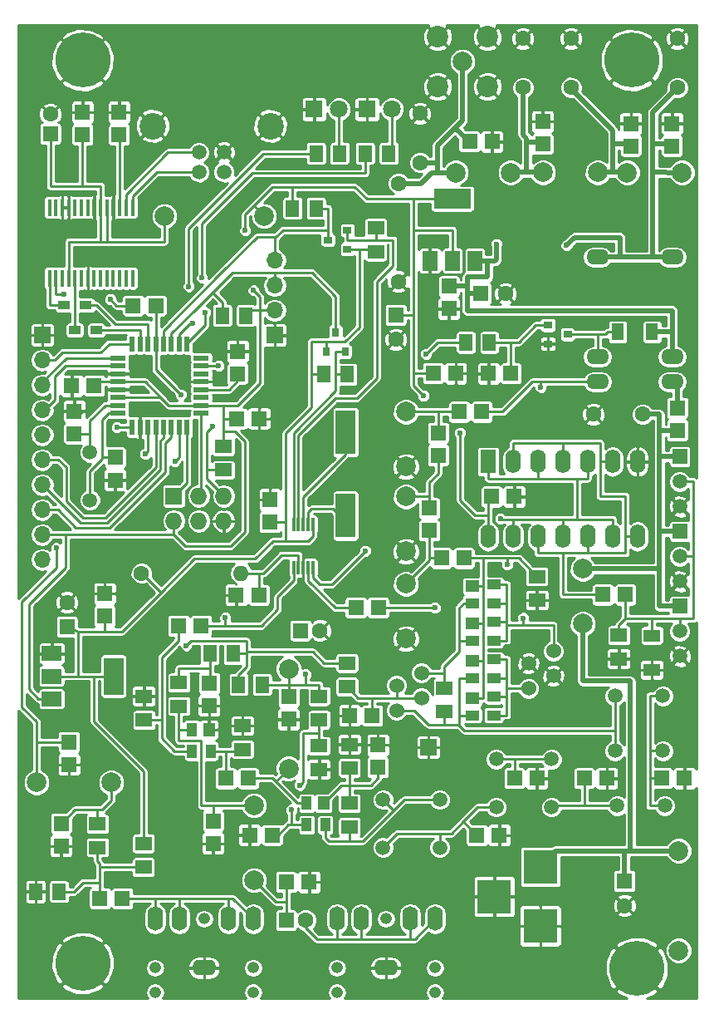
<source format=gtl>
G04 #@! TF.FileFunction,Copper,L1,Top,Signal*
%FSLAX46Y46*%
G04 Gerber Fmt 4.6, Leading zero omitted, Abs format (unit mm)*
G04 Created by KiCad (PCBNEW 4.0.7) date 09/18/22 11:46:45*
%MOMM*%
%LPD*%
G01*
G04 APERTURE LIST*
%ADD10C,0.100000*%
%ADD11R,3.800000X2.000000*%
%ADD12R,1.500000X2.000000*%
%ADD13R,1.600000X1.600000*%
%ADD14C,1.600000*%
%ADD15O,2.500000X1.600000*%
%ADD16O,1.200000X1.200000*%
%ADD17O,1.600000X2.500000*%
%ADD18R,1.600000X2.400000*%
%ADD19O,1.600000X2.400000*%
%ADD20R,1.700000X1.700000*%
%ADD21O,1.700000X1.700000*%
%ADD22C,5.600000*%
%ADD23R,0.800000X0.900000*%
%ADD24R,0.900000X0.800000*%
%ADD25R,1.700000X1.400000*%
%ADD26R,0.300000X1.400000*%
%ADD27R,2.000000X3.800000*%
%ADD28R,2.000000X1.500000*%
%ADD29R,1.600000X0.550000*%
%ADD30R,0.550000X1.600000*%
%ADD31R,2.000000X4.500000*%
%ADD32C,1.500000*%
%ADD33R,1.727200X1.727200*%
%ADD34O,1.727200X1.727200*%
%ADD35C,2.200000*%
%ADD36C,2.000000*%
%ADD37O,2.300000X1.600000*%
%ADD38R,1.400000X1.700000*%
%ADD39O,1.600000X1.600000*%
%ADD40R,1.200000X1.400000*%
%ADD41R,1.000000X1.400000*%
%ADD42C,1.998980*%
%ADD43R,1.700000X1.300000*%
%ADD44R,1.300000X1.700000*%
%ADD45C,1.520000*%
%ADD46R,1.520000X1.520000*%
%ADD47R,3.500120X3.500120*%
%ADD48C,2.700000*%
%ADD49R,0.450000X1.750000*%
%ADD50R,1.800000X1.800000*%
%ADD51C,1.800000*%
%ADD52R,1.200000X0.900000*%
%ADD53R,1.400000X1.200000*%
%ADD54R,1.400000X1.000000*%
%ADD55C,1.524000*%
%ADD56C,0.600000*%
%ADD57C,0.250000*%
%ADD58C,0.500000*%
%ADD59C,0.254000*%
G04 APERTURE END LIST*
D10*
D11*
X144700000Y-78125000D03*
D12*
X144700000Y-84425000D03*
X147000000Y-84425000D03*
X142400000Y-84425000D03*
D13*
X147600000Y-87775000D03*
D14*
X150100000Y-87775000D03*
D15*
X137922000Y-156464000D03*
D16*
X137922000Y-151464000D03*
D17*
X142922000Y-151464000D03*
X140422000Y-151464000D03*
X135422000Y-151464000D03*
X132922000Y-151464000D03*
D16*
X142922000Y-156464000D03*
X132922000Y-156464000D03*
X142922000Y-158964000D03*
X132922000Y-158964000D03*
D18*
X148336000Y-104902000D03*
D19*
X163576000Y-112522000D03*
X150876000Y-104902000D03*
X161036000Y-112522000D03*
X153416000Y-104902000D03*
X158496000Y-112522000D03*
X155956000Y-104902000D03*
X155956000Y-112522000D03*
X158496000Y-104902000D03*
X153416000Y-112522000D03*
X161036000Y-104902000D03*
X150876000Y-112522000D03*
X163576000Y-104902000D03*
X148336000Y-112522000D03*
D13*
X127740000Y-151630000D03*
D14*
X129740000Y-151630000D03*
D20*
X126575000Y-92025000D03*
D21*
X126575000Y-89485000D03*
X126575000Y-86945000D03*
X126575000Y-84405000D03*
D22*
X163500000Y-156500000D03*
X107000000Y-64000000D03*
X163000000Y-64000000D03*
D13*
X126100000Y-108750000D03*
X126100000Y-111050000D03*
X124950000Y-118475000D03*
X122650000Y-118475000D03*
X144350000Y-89325000D03*
X144350000Y-87025000D03*
X138925000Y-89950000D03*
D14*
X138925000Y-92450000D03*
D13*
X145050000Y-95900000D03*
X142750000Y-95900000D03*
X109250000Y-118325000D03*
X109250000Y-120625000D03*
X125000000Y-100525000D03*
X122700000Y-100525000D03*
X105870000Y-97160000D03*
X108170000Y-97160000D03*
X122800000Y-93650000D03*
X122800000Y-95950000D03*
X110300000Y-106775000D03*
X110300000Y-104475000D03*
X106125000Y-99750000D03*
X106125000Y-102050000D03*
D23*
X131850000Y-93700000D03*
X133750000Y-93700000D03*
X132800000Y-91700000D03*
D24*
X134000000Y-83250000D03*
X134000000Y-81350000D03*
X132000000Y-82300000D03*
D25*
X121350000Y-103350000D03*
X121350000Y-105750000D03*
D26*
X130500000Y-111300000D03*
X130000000Y-111300000D03*
X129500000Y-111300000D03*
X129000000Y-111300000D03*
X128500000Y-111300000D03*
X128500000Y-115700000D03*
X129000000Y-115700000D03*
X129500000Y-115700000D03*
X130000000Y-115700000D03*
X130500000Y-115700000D03*
D27*
X110150000Y-126750000D03*
D28*
X103850000Y-126750000D03*
X103850000Y-129050000D03*
X103850000Y-124450000D03*
D29*
X110600000Y-94350000D03*
X110600000Y-95150000D03*
X110600000Y-95950000D03*
X110600000Y-96750000D03*
X110600000Y-97550000D03*
X110600000Y-98350000D03*
X110600000Y-99150000D03*
X110600000Y-99950000D03*
D30*
X112050000Y-101400000D03*
X112850000Y-101400000D03*
X113650000Y-101400000D03*
X114450000Y-101400000D03*
X115250000Y-101400000D03*
X116050000Y-101400000D03*
X116850000Y-101400000D03*
X117650000Y-101400000D03*
D29*
X119100000Y-99950000D03*
X119100000Y-99150000D03*
X119100000Y-98350000D03*
X119100000Y-97550000D03*
X119100000Y-96750000D03*
X119100000Y-95950000D03*
X119100000Y-95150000D03*
X119100000Y-94350000D03*
D30*
X117650000Y-92900000D03*
X116850000Y-92900000D03*
X116050000Y-92900000D03*
X115250000Y-92900000D03*
X114450000Y-92900000D03*
X113650000Y-92900000D03*
X112850000Y-92900000D03*
X112050000Y-92900000D03*
D31*
X133800000Y-101900000D03*
X133800000Y-110400000D03*
D32*
X107725000Y-108825000D03*
X107725000Y-103945000D03*
D33*
X116300000Y-108400000D03*
D34*
X116300000Y-110940000D03*
X118840000Y-108400000D03*
X118840000Y-110940000D03*
X121380000Y-108400000D03*
X121380000Y-110940000D03*
D13*
X105600000Y-135750000D03*
X105600000Y-133450000D03*
X104800000Y-144050000D03*
X104800000Y-141750000D03*
X108750000Y-149400000D03*
X111050000Y-149400000D03*
D35*
X143185000Y-61610000D03*
X143185000Y-66690000D03*
X148265000Y-66690000D03*
X148265000Y-61610000D03*
D36*
X145725000Y-64150000D03*
D15*
X119380000Y-156464000D03*
D16*
X119380000Y-151464000D03*
D17*
X124380000Y-151464000D03*
X121880000Y-151464000D03*
X116880000Y-151464000D03*
X114380000Y-151464000D03*
D16*
X124380000Y-156464000D03*
X114380000Y-156464000D03*
X124380000Y-158964000D03*
X114380000Y-158964000D03*
D37*
X159512000Y-84074000D03*
X159512000Y-94234000D03*
X167132000Y-84074000D03*
X167132000Y-94234000D03*
X159512000Y-96774000D03*
X167132000Y-96774000D03*
D24*
X154448000Y-90998000D03*
X154448000Y-92898000D03*
X156448000Y-91948000D03*
D25*
X108500000Y-141800000D03*
X108500000Y-144200000D03*
X113200000Y-143800000D03*
X113200000Y-146200000D03*
D38*
X104600000Y-148700000D03*
X102200000Y-148700000D03*
D14*
X113000000Y-116250000D03*
D39*
X123160000Y-116250000D03*
D40*
X119870000Y-132200000D03*
D41*
X118150000Y-132200000D03*
X118150000Y-134400000D03*
X120050000Y-134400000D03*
D25*
X113240000Y-131200000D03*
X113240000Y-128800000D03*
X123300000Y-134200000D03*
X123300000Y-131800000D03*
D13*
X119900000Y-129750000D03*
X119900000Y-127450000D03*
D42*
X167775000Y-154701260D03*
X167775000Y-144541260D03*
D38*
X119958000Y-124460000D03*
X122358000Y-124460000D03*
D25*
X116800000Y-129800000D03*
X116800000Y-127400000D03*
D13*
X143256000Y-104274000D03*
X143256000Y-101974000D03*
X142350000Y-111925000D03*
X142350000Y-109625000D03*
X145875000Y-114725000D03*
X143575000Y-114725000D03*
X162350000Y-118450000D03*
X160050000Y-118450000D03*
X151010000Y-108458000D03*
X148710000Y-108458000D03*
X148375000Y-95925000D03*
X150675000Y-95925000D03*
X167640000Y-99434000D03*
X167640000Y-101734000D03*
D43*
X165050000Y-122600000D03*
X165050000Y-126100000D03*
D44*
X165072000Y-91694000D03*
X161572000Y-91694000D03*
D42*
X157988000Y-121412000D03*
X157988000Y-115824000D03*
D45*
X167894000Y-122174000D03*
X167894000Y-124714000D03*
D46*
X167894000Y-119634000D03*
D45*
X167894000Y-106934000D03*
X167894000Y-109474000D03*
D46*
X167894000Y-104394000D03*
D38*
X148475000Y-92750000D03*
X146075000Y-92750000D03*
D47*
X153670000Y-146199860D03*
X153670000Y-152199340D03*
X148971000Y-149199600D03*
D25*
X161675000Y-122575000D03*
X161675000Y-124975000D03*
D13*
X112150000Y-89000000D03*
X114450000Y-89000000D03*
X103700000Y-71500000D03*
D14*
X103700000Y-69500000D03*
D42*
X125501260Y-79900000D03*
X115341260Y-79900000D03*
D13*
X106975000Y-69300000D03*
X106975000Y-71600000D03*
X110700000Y-69300000D03*
X110700000Y-71600000D03*
D45*
X118860000Y-75400000D03*
X121400000Y-75400000D03*
X121400000Y-73400000D03*
X118860000Y-73400000D03*
D48*
X114130000Y-70700000D03*
X126130000Y-70700000D03*
D49*
X103625000Y-86200000D03*
X104275000Y-86200000D03*
X104925000Y-86200000D03*
X105575000Y-86200000D03*
X106225000Y-86200000D03*
X106875000Y-86200000D03*
X107525000Y-86200000D03*
X108175000Y-86200000D03*
X108825000Y-86200000D03*
X109475000Y-86200000D03*
X110125000Y-86200000D03*
X110775000Y-86200000D03*
X111425000Y-86200000D03*
X112075000Y-86200000D03*
X112075000Y-79000000D03*
X111425000Y-79000000D03*
X110775000Y-79000000D03*
X110125000Y-79000000D03*
X109475000Y-79000000D03*
X108825000Y-79000000D03*
X108175000Y-79000000D03*
X107525000Y-79000000D03*
X106875000Y-79000000D03*
X106225000Y-79000000D03*
X105575000Y-79000000D03*
X104925000Y-79000000D03*
X104275000Y-79000000D03*
X103625000Y-79000000D03*
D13*
X162250000Y-147625000D03*
D14*
X162250000Y-150125000D03*
D13*
X105400000Y-121725000D03*
D14*
X105400000Y-119225000D03*
D45*
X167894000Y-114554000D03*
X167894000Y-117094000D03*
D46*
X167894000Y-112014000D03*
D38*
X128400000Y-79100000D03*
X130800000Y-79100000D03*
X123650000Y-90025000D03*
X121250000Y-90025000D03*
D25*
X136900000Y-83500000D03*
X136900000Y-81100000D03*
D38*
X131600000Y-96000000D03*
X134000000Y-96000000D03*
D14*
X141400000Y-74425000D03*
X141400000Y-69425000D03*
X151892000Y-66802000D03*
X151892000Y-61802000D03*
X156800000Y-66800000D03*
X156800000Y-61800000D03*
X167640000Y-66802000D03*
X167640000Y-61802000D03*
X139200000Y-86550000D03*
X139200000Y-76550000D03*
D50*
X130600000Y-69000000D03*
D51*
X133140000Y-69000000D03*
D38*
X130800000Y-73500000D03*
X133200000Y-73500000D03*
D14*
X164084000Y-100076000D03*
X159084000Y-100076000D03*
D50*
X136000000Y-69000000D03*
D51*
X138540000Y-69000000D03*
D38*
X135800000Y-73500000D03*
X138200000Y-73500000D03*
D52*
X108400000Y-91500000D03*
X106200000Y-91500000D03*
X107325000Y-88950000D03*
X105125000Y-88950000D03*
D13*
X121590000Y-137160000D03*
X123890000Y-137160000D03*
X119075000Y-121625000D03*
X116775000Y-121625000D03*
X128000000Y-131150000D03*
X128000000Y-128850000D03*
D42*
X139954000Y-108458000D03*
X139954000Y-114046000D03*
X139954000Y-117348000D03*
X139954000Y-122936000D03*
X139954000Y-99822000D03*
X139954000Y-105410000D03*
D13*
X145408000Y-99822000D03*
X147708000Y-99822000D03*
D42*
X145058000Y-75446000D03*
X150646000Y-75446000D03*
X153924000Y-75438000D03*
X159512000Y-75438000D03*
X162533000Y-75446000D03*
X168121000Y-75446000D03*
D13*
X137150000Y-119775000D03*
X134850000Y-119775000D03*
X136520000Y-130760000D03*
X134220000Y-130760000D03*
X168375000Y-137150000D03*
X166075000Y-137150000D03*
X160450000Y-137150000D03*
X158150000Y-137150000D03*
X153325000Y-137150000D03*
X151025000Y-137150000D03*
X130090000Y-147720000D03*
X127790000Y-147720000D03*
X149490000Y-142950000D03*
X147190000Y-142950000D03*
X120300000Y-143800000D03*
X120300000Y-141500000D03*
X129200000Y-122100000D03*
D14*
X131200000Y-122100000D03*
D13*
X124025000Y-142925000D03*
X126325000Y-142925000D03*
X137100000Y-133750000D03*
X137100000Y-136050000D03*
D53*
X146728000Y-117578000D03*
D54*
X146728000Y-119298000D03*
X148928000Y-119298000D03*
X148928000Y-117398000D03*
D53*
X146728000Y-121388000D03*
D54*
X146728000Y-123108000D03*
X148928000Y-123108000D03*
X148928000Y-121208000D03*
D53*
X146728000Y-125198000D03*
D54*
X146728000Y-126918000D03*
X148928000Y-126918000D03*
X148928000Y-125018000D03*
D53*
X146728000Y-129008000D03*
D54*
X146728000Y-130728000D03*
X148928000Y-130728000D03*
X148928000Y-128828000D03*
D40*
X131570000Y-139700000D03*
D41*
X129850000Y-139700000D03*
X129850000Y-141900000D03*
X131750000Y-141900000D03*
D25*
X153325000Y-116600000D03*
X153325000Y-119000000D03*
X143900000Y-130340000D03*
X143900000Y-127940000D03*
X133950000Y-125425000D03*
X133950000Y-127825000D03*
X131100000Y-128800000D03*
X131100000Y-131200000D03*
X134200000Y-142100000D03*
X134200000Y-139700000D03*
D38*
X122900000Y-127600000D03*
X125300000Y-127600000D03*
D25*
X134200000Y-136100000D03*
X134200000Y-133700000D03*
D32*
X161290000Y-134366000D03*
X166170000Y-134366000D03*
X161290000Y-128778000D03*
X166170000Y-128778000D03*
X166370000Y-139954000D03*
X161490000Y-139954000D03*
X154800000Y-140090000D03*
X154800000Y-135210000D03*
X149170000Y-135210000D03*
X149170000Y-140090000D03*
X137620000Y-144210000D03*
X137620000Y-139330000D03*
X143410000Y-144210000D03*
X143410000Y-139330000D03*
D55*
X152460000Y-128010000D03*
X155000000Y-126740000D03*
X152460000Y-125470000D03*
X155000000Y-124200000D03*
X139020000Y-130230000D03*
X141560000Y-128960000D03*
X139020000Y-127690000D03*
X141560000Y-126420000D03*
D22*
X107000000Y-156000000D03*
D42*
X128000000Y-125998740D03*
X128000000Y-136158740D03*
X124480000Y-147540000D03*
X124480000Y-139920000D03*
X102300000Y-137580000D03*
X109920000Y-137580000D03*
D25*
X131100000Y-133850000D03*
X131100000Y-136250000D03*
D20*
X102875000Y-92000000D03*
D21*
X102875000Y-94540000D03*
X102875000Y-97080000D03*
X102875000Y-99620000D03*
X102875000Y-102160000D03*
X102875000Y-104700000D03*
X102875000Y-107240000D03*
X102875000Y-109780000D03*
X102875000Y-112320000D03*
X102875000Y-114860000D03*
D13*
X148750000Y-72300000D03*
X146450000Y-72300000D03*
X162900000Y-70450000D03*
X162900000Y-72750000D03*
X167100000Y-70450000D03*
X167100000Y-72750000D03*
X153900000Y-70250000D03*
X153900000Y-72550000D03*
D20*
X142250000Y-134000000D03*
D56*
X160900000Y-142500000D03*
X157700000Y-142400000D03*
X154400000Y-130200000D03*
X151600000Y-130300000D03*
X151600000Y-133400000D03*
X156400000Y-133500000D03*
X140300000Y-141100000D03*
X145500000Y-139600000D03*
X144600000Y-134800000D03*
X148500000Y-137600000D03*
X151900000Y-140100000D03*
X156200000Y-137200000D03*
X130300000Y-104300000D03*
X126100000Y-105500000D03*
X162000000Y-130750000D03*
X164375000Y-117800000D03*
X160300000Y-116875000D03*
X155925000Y-107950000D03*
X158550000Y-107950000D03*
X160675000Y-109625000D03*
X136350000Y-85650000D03*
X135725000Y-94350000D03*
X136100000Y-89600000D03*
X130325000Y-113850000D03*
X112800000Y-97500000D03*
X129225000Y-117700000D03*
X145500000Y-101975000D03*
X141750000Y-98175000D03*
X123575000Y-81350000D03*
X124425000Y-87450000D03*
X116400000Y-104850000D03*
X120250000Y-101325000D03*
X117000000Y-98075000D03*
X156350000Y-82875000D03*
X117570000Y-123620000D03*
X149200000Y-82750000D03*
X129700000Y-126550000D03*
X153700000Y-97300000D03*
X105125000Y-87825000D03*
X109825000Y-88375000D03*
X150275000Y-115375000D03*
X120850000Y-95150000D03*
X142025000Y-93925000D03*
X149600000Y-110700000D03*
X135800000Y-114000000D03*
X118250000Y-90775000D03*
X117825000Y-87050000D03*
X119475000Y-89675000D03*
X119175000Y-86175000D03*
X142925000Y-119775000D03*
X151925000Y-120825000D03*
X128275000Y-140375000D03*
X129150000Y-137850000D03*
X121550000Y-120800000D03*
X110490000Y-101400000D03*
X113400000Y-104100000D03*
X104300000Y-113700000D03*
D57*
X157800000Y-142500000D02*
X160900000Y-142500000D01*
X157700000Y-142400000D02*
X157800000Y-142500000D01*
X154400000Y-130200000D02*
X154300000Y-130300000D01*
X154300000Y-130300000D02*
X151600000Y-130300000D01*
X151600000Y-133400000D02*
X151700000Y-133500000D01*
X151700000Y-133500000D02*
X156400000Y-133500000D01*
X144000000Y-141100000D02*
X140300000Y-141100000D01*
X145500000Y-139600000D02*
X144000000Y-141100000D01*
X145700000Y-134800000D02*
X144600000Y-134800000D01*
X148500000Y-137600000D02*
X145700000Y-134800000D01*
X153500000Y-138500000D02*
X151900000Y-140100000D01*
X154900000Y-138500000D02*
X153500000Y-138500000D01*
X156200000Y-137200000D02*
X154900000Y-138500000D01*
X126100000Y-108750000D02*
X126100000Y-105500000D01*
X164375000Y-117800000D02*
X164375000Y-117325000D01*
X163925000Y-116875000D02*
X160300000Y-116875000D01*
X164375000Y-117325000D02*
X163925000Y-116875000D01*
X155417000Y-108458000D02*
X151010000Y-108458000D01*
X155925000Y-107950000D02*
X155417000Y-108458000D01*
X158550000Y-109575000D02*
X158550000Y-107950000D01*
X158600000Y-109625000D02*
X158550000Y-109575000D01*
X160675000Y-109625000D02*
X158600000Y-109625000D01*
X136350000Y-85650000D02*
X136350000Y-85900000D01*
X136100000Y-86150000D02*
X136100000Y-89600000D01*
X136350000Y-85900000D02*
X136100000Y-86150000D01*
X129500000Y-115700000D02*
X129500000Y-114675000D01*
X129500000Y-114675000D02*
X130325000Y-113850000D01*
X105410000Y-99942000D02*
X106858000Y-99942000D01*
X110600000Y-97550000D02*
X112750000Y-97550000D01*
X112750000Y-97550000D02*
X112800000Y-97500000D01*
X129500000Y-115700000D02*
X129500000Y-117425000D01*
X129500000Y-117425000D02*
X129225000Y-117700000D01*
X126600000Y-113000000D02*
X126400000Y-113000000D01*
X124600000Y-114800000D02*
X118400000Y-114800000D01*
X126400000Y-113000000D02*
X124600000Y-114800000D01*
X108150000Y-126750000D02*
X108150000Y-131375000D01*
X113200000Y-136425000D02*
X113200000Y-143800000D01*
X108150000Y-131375000D02*
X113200000Y-136425000D01*
X135200000Y-84800000D02*
X135200000Y-91200000D01*
X135200000Y-91200000D02*
X133700000Y-92700000D01*
X113000000Y-116250000D02*
X113050000Y-116250000D01*
X113050000Y-116250000D02*
X115000000Y-118200000D01*
X126100000Y-111050000D02*
X127700000Y-111050000D01*
X130300000Y-96000000D02*
X130300000Y-92700000D01*
X130300000Y-96700000D02*
X130300000Y-99400000D01*
X130300000Y-99400000D02*
X127700000Y-102000000D01*
X127700000Y-113000000D02*
X127700000Y-111050000D01*
X127700000Y-111050000D02*
X127700000Y-102000000D01*
X130300000Y-96700000D02*
X130300000Y-96000000D01*
X109700000Y-122200000D02*
X111000000Y-122200000D01*
X130500000Y-112500000D02*
X130500000Y-111300000D01*
X130000000Y-113000000D02*
X130500000Y-112500000D01*
X126600000Y-113000000D02*
X127700000Y-113000000D01*
X127700000Y-113000000D02*
X130000000Y-113000000D01*
X111000000Y-122200000D02*
X115000000Y-118200000D01*
X115000000Y-118200000D02*
X118400000Y-114800000D01*
X107800000Y-122200000D02*
X109700000Y-122200000D01*
X106500000Y-122200000D02*
X106500000Y-126750000D01*
X110150000Y-126750000D02*
X108150000Y-126750000D01*
X108150000Y-126750000D02*
X108100000Y-126750000D01*
X108100000Y-126750000D02*
X106500000Y-126750000D01*
X106500000Y-126750000D02*
X103850000Y-126750000D01*
X109250000Y-120625000D02*
X109250000Y-122200000D01*
X131600000Y-96000000D02*
X130300000Y-96000000D01*
X131850000Y-92700000D02*
X130300000Y-92700000D01*
X108800000Y-122200000D02*
X109250000Y-122200000D01*
X108300000Y-122200000D02*
X108800000Y-122200000D01*
X106500000Y-122200000D02*
X107800000Y-122200000D01*
X107800000Y-122200000D02*
X108300000Y-122200000D01*
X105400000Y-121725000D02*
X106500000Y-122200000D01*
X131850000Y-93700000D02*
X131850000Y-92700000D01*
X133700000Y-92700000D02*
X131850000Y-92700000D01*
X135200000Y-83250000D02*
X135200000Y-84800000D01*
X134000000Y-83250000D02*
X135200000Y-83250000D01*
X135200000Y-83250000D02*
X136450000Y-83250000D01*
X136450000Y-83250000D02*
X136900000Y-83700000D01*
X132800000Y-96400000D02*
X132800000Y-97700000D01*
X132800000Y-97700000D02*
X128500000Y-102000000D01*
X128500000Y-111300000D02*
X128500000Y-102000000D01*
X134000000Y-96000000D02*
X132800000Y-96000000D01*
X133750000Y-93700000D02*
X132800000Y-93700000D01*
X132800000Y-96400000D02*
X132800000Y-96000000D01*
X132800000Y-96000000D02*
X132800000Y-93700000D01*
X126575000Y-86945000D02*
X126575000Y-85637500D01*
X121250000Y-90025000D02*
X121250000Y-88650000D01*
X121250000Y-88650000D02*
X120250000Y-87650000D01*
X122262500Y-85637500D02*
X126575000Y-85637500D01*
X126575000Y-85637500D02*
X130362500Y-85637500D01*
X132800000Y-88075000D02*
X132800000Y-91700000D01*
X130362500Y-85637500D02*
X132800000Y-88075000D01*
X118562500Y-89337500D02*
X120250000Y-87650000D01*
X120250000Y-87650000D02*
X122262500Y-85637500D01*
X116050000Y-92900000D02*
X116050000Y-91850000D01*
X116050000Y-91850000D02*
X118562500Y-89337500D01*
X137000000Y-89800000D02*
X137000000Y-96400000D01*
X137000000Y-96400000D02*
X134950000Y-98450000D01*
X134950000Y-98450000D02*
X132750000Y-98450000D01*
X129000000Y-102200000D02*
X129000000Y-111300000D01*
X132750000Y-98450000D02*
X129000000Y-102200000D01*
X136900000Y-81100000D02*
X136900000Y-82300000D01*
X138650000Y-82300000D02*
X138650000Y-84950000D01*
X137000000Y-86600000D02*
X137000000Y-89800000D01*
X138650000Y-84950000D02*
X137000000Y-86600000D01*
X134000000Y-82300000D02*
X136900000Y-82300000D01*
X136900000Y-82300000D02*
X138650000Y-82300000D01*
X134000000Y-81350000D02*
X134000000Y-82300000D01*
X126575000Y-84405000D02*
X126575000Y-82025000D01*
X129125000Y-81300000D02*
X127425000Y-81300000D01*
X124775000Y-82025000D02*
X121200000Y-85600000D01*
X126700000Y-82025000D02*
X126575000Y-82025000D01*
X126575000Y-82025000D02*
X124775000Y-82025000D01*
X127425000Y-81300000D02*
X126700000Y-82025000D01*
X115250000Y-91550000D02*
X115250000Y-92900000D01*
X121200000Y-85600000D02*
X115250000Y-91550000D01*
X130600000Y-81300000D02*
X129125000Y-81300000D01*
X132000000Y-81300000D02*
X130600000Y-81300000D01*
X130800000Y-79100000D02*
X132000000Y-79100000D01*
X132000000Y-82300000D02*
X132000000Y-81300000D01*
X132000000Y-81300000D02*
X132000000Y-79100000D01*
X123525000Y-106800000D02*
X123525000Y-112075000D01*
X117480000Y-113500000D02*
X116300000Y-112320000D01*
X122100000Y-113500000D02*
X117480000Y-113500000D01*
X123525000Y-112075000D02*
X122100000Y-113500000D01*
X116300000Y-110940000D02*
X116300000Y-112320000D01*
X122700000Y-100525000D02*
X121350000Y-100525000D01*
X122550000Y-101850000D02*
X121350000Y-101850000D01*
X121350000Y-103350000D02*
X121350000Y-101850000D01*
X121350000Y-101850000D02*
X121350000Y-100525000D01*
X121350000Y-100525000D02*
X121350000Y-100550000D01*
X121350000Y-100550000D02*
X121350000Y-99150000D01*
X116300000Y-112320000D02*
X114675000Y-112320000D01*
X123525000Y-102825000D02*
X123525000Y-106800000D01*
X122550000Y-101850000D02*
X123525000Y-102825000D01*
X105262500Y-115712500D02*
X105262500Y-112320000D01*
X105262500Y-115712500D02*
X101550000Y-119425000D01*
X101550000Y-119425000D02*
X101550000Y-128100000D01*
X101550000Y-128100000D02*
X102500000Y-129050000D01*
X102500000Y-129050000D02*
X103850000Y-129050000D01*
X102875000Y-112320000D02*
X105262500Y-112320000D01*
X105262500Y-112320000D02*
X114675000Y-112320000D01*
X142750000Y-95900000D02*
X140750000Y-95900000D01*
X138925000Y-89950000D02*
X140750000Y-89950000D01*
X148336000Y-110350000D02*
X147000000Y-110350000D01*
X147000000Y-110350000D02*
X145500000Y-108850000D01*
X145500000Y-108850000D02*
X145500000Y-101975000D01*
X141750000Y-98175000D02*
X140750000Y-97175000D01*
X140750000Y-97175000D02*
X140750000Y-95900000D01*
X140750000Y-95900000D02*
X140750000Y-89950000D01*
X140750000Y-89950000D02*
X140750000Y-89087500D01*
X140750000Y-89087500D02*
X140750000Y-89087500D01*
X140750000Y-89087500D02*
X140750000Y-89000000D01*
X144700000Y-84425000D02*
X144700000Y-81300000D01*
X140750000Y-81300000D02*
X144700000Y-81300000D01*
X140750000Y-78125000D02*
X140750000Y-81300000D01*
X140750000Y-81300000D02*
X140750000Y-89000000D01*
X144700000Y-78125000D02*
X141575000Y-78125000D01*
X141575000Y-78125000D02*
X140750000Y-78125000D01*
X140750000Y-78125000D02*
X135950000Y-78125000D01*
X135950000Y-78125000D02*
X134725000Y-76900000D01*
X128400000Y-76900000D02*
X134725000Y-76900000D01*
X148336000Y-112522000D02*
X148336000Y-110350000D01*
X148336000Y-110350000D02*
X148336000Y-108832000D01*
X148336000Y-108832000D02*
X148710000Y-108458000D01*
X110600000Y-96750000D02*
X108580000Y-96750000D01*
X108580000Y-96750000D02*
X108170000Y-97160000D01*
X125501260Y-79900000D02*
X125501260Y-79876260D01*
X125501260Y-79876260D02*
X124450000Y-78825000D01*
X127375000Y-76900000D02*
X126375000Y-76900000D01*
X126375000Y-76900000D02*
X124450000Y-78825000D01*
X124450000Y-78825000D02*
X123575000Y-79700000D01*
X125075000Y-88100000D02*
X124425000Y-87450000D01*
X125075000Y-88100000D02*
X125075000Y-89500000D01*
X123575000Y-81350000D02*
X123575000Y-79700000D01*
X128400000Y-79100000D02*
X128400000Y-76900000D01*
X128400000Y-76900000D02*
X127375000Y-76900000D01*
X121950000Y-99150000D02*
X122825000Y-99150000D01*
X122825000Y-99150000D02*
X125075000Y-96900000D01*
X125075000Y-96900000D02*
X125075000Y-89500000D01*
X125075000Y-89500000D02*
X125075000Y-89485000D01*
X126575000Y-89485000D02*
X125075000Y-89485000D01*
X125075000Y-89485000D02*
X124190000Y-89485000D01*
X124190000Y-89485000D02*
X123650000Y-90025000D01*
X119100000Y-99150000D02*
X121350000Y-99150000D01*
X121350000Y-99150000D02*
X121950000Y-99150000D01*
X110600000Y-98350000D02*
X114400000Y-98350000D01*
X114400000Y-98350000D02*
X114950000Y-98350000D01*
X119100000Y-99150000D02*
X115750000Y-99150000D01*
X113350000Y-96750000D02*
X110600000Y-96750000D01*
X115750000Y-99150000D02*
X114950000Y-98350000D01*
X114950000Y-98350000D02*
X113350000Y-96750000D01*
X122800000Y-95950000D02*
X122800000Y-96650000D01*
X122800000Y-96650000D02*
X121900000Y-97550000D01*
X121900000Y-97550000D02*
X119100000Y-97550000D01*
X124950000Y-118475000D02*
X124950000Y-116250000D01*
X129000000Y-114425000D02*
X127275000Y-114425000D01*
X125450000Y-116250000D02*
X124950000Y-116250000D01*
X124950000Y-116250000D02*
X123160000Y-116250000D01*
X127275000Y-114425000D02*
X125450000Y-116250000D01*
X129000000Y-115700000D02*
X129000000Y-114425000D01*
X110300000Y-104475000D02*
X108975000Y-104475000D01*
X110600000Y-99950000D02*
X109625000Y-99950000D01*
X107725000Y-105875000D02*
X107725000Y-108825000D01*
X108975000Y-104625000D02*
X107725000Y-105875000D01*
X108975000Y-100600000D02*
X108975000Y-104475000D01*
X108975000Y-104475000D02*
X108975000Y-104625000D01*
X109625000Y-99950000D02*
X108975000Y-100600000D01*
X106125000Y-102050000D02*
X107725000Y-102050000D01*
X110600000Y-99150000D02*
X109300000Y-99150000D01*
X107725000Y-100725000D02*
X107725000Y-102050000D01*
X107725000Y-102050000D02*
X107725000Y-103945000D01*
X109300000Y-99150000D02*
X107725000Y-100725000D01*
X133800000Y-110400000D02*
X133200000Y-110400000D01*
X133200000Y-110400000D02*
X132500000Y-109700000D01*
X130000000Y-110050002D02*
X130000000Y-111300000D01*
X130350002Y-109700000D02*
X130000000Y-110050002D01*
X132500000Y-109700000D02*
X130350002Y-109700000D01*
X133800000Y-110400000D02*
X133800000Y-111750000D01*
X134500000Y-108850000D02*
X134350000Y-108850000D01*
X129500000Y-111300000D02*
X129500000Y-108500000D01*
X133800000Y-104200000D02*
X133800000Y-101900000D01*
X129500000Y-108500000D02*
X133800000Y-104200000D01*
X134500000Y-103100000D02*
X134500000Y-100350000D01*
X109920000Y-137580000D02*
X109920000Y-139405000D01*
X109920000Y-139405000D02*
X108975000Y-140350000D01*
X108500000Y-141800000D02*
X108500000Y-140350000D01*
X107300000Y-140350000D02*
X108500000Y-140350000D01*
X108500000Y-140350000D02*
X108975000Y-140350000D01*
X106200000Y-140350000D02*
X104800000Y-141750000D01*
X107300000Y-140350000D02*
X106200000Y-140350000D01*
X108750000Y-146200000D02*
X108750000Y-145850000D01*
X108500000Y-145600000D02*
X108500000Y-144200000D01*
X108750000Y-145850000D02*
X108500000Y-145600000D01*
X108750000Y-147750000D02*
X107075000Y-147750000D01*
X106125000Y-148700000D02*
X104600000Y-148700000D01*
X107075000Y-147750000D02*
X106125000Y-148700000D01*
X108750000Y-149400000D02*
X108750000Y-147750000D01*
X108750000Y-147750000D02*
X108750000Y-146200000D01*
X113200000Y-146200000D02*
X108750000Y-146200000D01*
X114380000Y-151464000D02*
X114380000Y-149400000D01*
X116880000Y-151464000D02*
X116880000Y-149400000D01*
X121880000Y-151464000D02*
X121880000Y-149400000D01*
X111050000Y-149400000D02*
X114380000Y-149400000D01*
X114380000Y-149400000D02*
X116880000Y-149400000D01*
X116880000Y-149400000D02*
X121880000Y-149400000D01*
X121880000Y-149400000D02*
X122316000Y-149400000D01*
X122316000Y-149400000D02*
X124380000Y-151464000D01*
X124025000Y-151475000D02*
X124025000Y-150525000D01*
X117650000Y-101400000D02*
X117650000Y-107050000D01*
X117650000Y-107050000D02*
X116300000Y-108400000D01*
X119100000Y-99950000D02*
X119100000Y-108140000D01*
X119100000Y-108140000D02*
X118840000Y-108400000D01*
X116850000Y-104400000D02*
X116850000Y-101400000D01*
X116400000Y-104850000D02*
X116850000Y-104400000D01*
X121350000Y-105750000D02*
X119675000Y-105750000D01*
X121380000Y-108400000D02*
X121380000Y-108355000D01*
X121380000Y-108355000D02*
X119675000Y-106650000D01*
X119675000Y-106650000D02*
X119675000Y-105750000D01*
X119675000Y-105750000D02*
X119675000Y-101900000D01*
X119675000Y-101900000D02*
X120250000Y-101325000D01*
X117000000Y-98075000D02*
X114450000Y-95525000D01*
X114450000Y-95525000D02*
X114450000Y-92900000D01*
X114450000Y-92900000D02*
X114450000Y-89000000D01*
D58*
X167100000Y-72550000D02*
X165125000Y-72550000D01*
X161800000Y-82075000D02*
X161800000Y-84074000D01*
X161400000Y-82075000D02*
X161800000Y-82075000D01*
X157150000Y-82075000D02*
X161400000Y-82075000D01*
X156350000Y-82875000D02*
X157150000Y-82075000D01*
X168121000Y-75446000D02*
X165125000Y-75438000D01*
X165125000Y-84074000D02*
X165125000Y-75438000D01*
X165125000Y-75438000D02*
X165125000Y-72550000D01*
X165125000Y-72550000D02*
X165125000Y-69317000D01*
X165125000Y-69317000D02*
X167640000Y-66802000D01*
X167132000Y-84074000D02*
X165125000Y-84074000D01*
X165125000Y-84074000D02*
X161800000Y-84074000D01*
X161800000Y-84074000D02*
X159512000Y-84074000D01*
D57*
X126700000Y-124275000D02*
X123700000Y-124275000D01*
X122358000Y-124460000D02*
X123700000Y-124460000D01*
X123700000Y-123170000D02*
X123700000Y-124275000D01*
X123700000Y-124275000D02*
X123700000Y-124460000D01*
X123700000Y-124460000D02*
X123700000Y-125800000D01*
X122900000Y-127600000D02*
X122900000Y-126600000D01*
X123700000Y-125800000D02*
X122900000Y-126600000D01*
X120590000Y-123170000D02*
X118020000Y-123170000D01*
X118020000Y-123170000D02*
X117570000Y-123620000D01*
X127280000Y-124275000D02*
X126700000Y-124275000D01*
X123700000Y-123170000D02*
X120590000Y-123170000D01*
X122900000Y-125002000D02*
X122358000Y-124460000D01*
X133950000Y-125425000D02*
X131625000Y-125425000D01*
X131625000Y-125425000D02*
X130475000Y-124275000D01*
X130475000Y-124275000D02*
X127280000Y-124275000D01*
D58*
X149200000Y-82750000D02*
X149200000Y-84275000D01*
X149200000Y-84275000D02*
X149050000Y-84425000D01*
X149050000Y-84425000D02*
X148300000Y-84425000D01*
X147000000Y-84425000D02*
X148300000Y-84425000D01*
X147600000Y-87775000D02*
X146225000Y-87775000D01*
X144350000Y-87025000D02*
X146225000Y-87025000D01*
X165072000Y-91694000D02*
X167132000Y-91694000D01*
X167132000Y-94234000D02*
X167132000Y-91694000D01*
X167132000Y-91694000D02*
X167132000Y-89525000D01*
X146225000Y-89525000D02*
X167132000Y-89525000D01*
X146225000Y-86100000D02*
X146225000Y-87025000D01*
X146225000Y-87025000D02*
X146225000Y-87775000D01*
X146225000Y-87775000D02*
X146225000Y-89525000D01*
X148300000Y-86100000D02*
X146225000Y-86100000D01*
X148300000Y-84425000D02*
X148300000Y-86100000D01*
D57*
X122358000Y-124460000D02*
X122358000Y-124758000D01*
X159512000Y-94234000D02*
X159512000Y-91948000D01*
X161572000Y-91694000D02*
X160556000Y-91694000D01*
X160302000Y-91948000D02*
X159512000Y-91948000D01*
X159512000Y-91948000D02*
X156448000Y-91948000D01*
X160556000Y-91694000D02*
X160302000Y-91948000D01*
X165050000Y-122600000D02*
X165050000Y-120900000D01*
X161675000Y-122575000D02*
X161675000Y-121575000D01*
X161675000Y-121575000D02*
X162350000Y-120900000D01*
X168250000Y-120900000D02*
X165050000Y-120900000D01*
X165050000Y-120900000D02*
X164750000Y-120900000D01*
X164750000Y-120900000D02*
X162350000Y-120900000D01*
X162350000Y-118450000D02*
X162350000Y-120900000D01*
X167894000Y-114554000D02*
X169300000Y-114554000D01*
X167894000Y-122174000D02*
X167894000Y-120900000D01*
X169300000Y-120900000D02*
X168250000Y-120900000D01*
X168250000Y-120900000D02*
X167894000Y-120900000D01*
X169300000Y-106934000D02*
X169300000Y-114554000D01*
X169300000Y-114554000D02*
X169300000Y-120900000D01*
X167894000Y-106934000D02*
X169300000Y-106934000D01*
D58*
X167640000Y-101734000D02*
X165800000Y-101734000D01*
X167894000Y-104394000D02*
X165800000Y-104394000D01*
X167894000Y-112014000D02*
X165800000Y-112014000D01*
X157988000Y-115824000D02*
X165800000Y-115824000D01*
X167894000Y-119634000D02*
X165800000Y-119634000D01*
X165800000Y-100076000D02*
X165800000Y-101734000D01*
X165800000Y-101734000D02*
X165800000Y-104394000D01*
X165800000Y-104394000D02*
X165800000Y-112014000D01*
X165800000Y-112014000D02*
X165800000Y-115824000D01*
X165800000Y-115824000D02*
X165800000Y-119634000D01*
X164084000Y-100076000D02*
X165800000Y-100076000D01*
D57*
X130000000Y-115700000D02*
X130000000Y-117025000D01*
X132750000Y-119775000D02*
X134850000Y-119775000D01*
X130000000Y-117025000D02*
X132750000Y-119775000D01*
X129700000Y-126550000D02*
X129700000Y-127600000D01*
X128000000Y-128850000D02*
X128000000Y-127600000D01*
X128000000Y-125998740D02*
X128000000Y-127600000D01*
X131100000Y-128800000D02*
X131100000Y-127600000D01*
X125300000Y-127600000D02*
X128000000Y-127600000D01*
X128000000Y-127600000D02*
X129700000Y-127600000D01*
X129700000Y-127600000D02*
X130340000Y-127600000D01*
X130340000Y-127600000D02*
X131100000Y-127600000D01*
X128000000Y-136158740D02*
X127991260Y-136158740D01*
X127991260Y-136158740D02*
X126680000Y-137470000D01*
X123890000Y-137160000D02*
X126370000Y-137160000D01*
X128910000Y-139700000D02*
X129850000Y-139700000D01*
X126370000Y-137160000D02*
X126680000Y-137470000D01*
X126680000Y-137470000D02*
X128910000Y-139700000D01*
X119958000Y-125960000D02*
X116800000Y-125960000D01*
X116800000Y-127400000D02*
X116800000Y-125960000D01*
X119958000Y-124460000D02*
X119958000Y-125960000D01*
X119958000Y-125960000D02*
X119958000Y-127392000D01*
X119958000Y-127392000D02*
X119900000Y-127450000D01*
D58*
X146450000Y-72300000D02*
X146400000Y-72300000D01*
X146400000Y-72300000D02*
X144975000Y-70875000D01*
X142600000Y-75446000D02*
X142600000Y-75450000D01*
X141500000Y-76550000D02*
X141075000Y-76550000D01*
X142600000Y-75450000D02*
X141500000Y-76550000D01*
X143171000Y-75446000D02*
X142600000Y-75446000D01*
X145058000Y-75446000D02*
X143171000Y-75446000D01*
X143171000Y-75446000D02*
X143150000Y-75425000D01*
X141400000Y-74425000D02*
X143150000Y-74425000D01*
X139200000Y-76550000D02*
X141075000Y-76550000D01*
X143150000Y-72700000D02*
X144975000Y-70875000D01*
X144975000Y-70875000D02*
X145725000Y-70125000D01*
X143150000Y-75425000D02*
X143150000Y-74425000D01*
X143150000Y-74425000D02*
X143150000Y-73100000D01*
X143150000Y-73100000D02*
X143150000Y-72700000D01*
X145725000Y-64150000D02*
X145725000Y-70125000D01*
X139175000Y-76525000D02*
X139200000Y-76550000D01*
X153900000Y-72350000D02*
X152275060Y-72350000D01*
X152275060Y-75439064D02*
X152275060Y-72350000D01*
X152275060Y-72350000D02*
X152275060Y-71975060D01*
X151892000Y-71592000D02*
X151892000Y-66802000D01*
X152275060Y-71975060D02*
X151892000Y-71592000D01*
X150646000Y-75446000D02*
X152275060Y-75439064D01*
X152275060Y-75439064D02*
X152525000Y-75438000D01*
X152525000Y-75438000D02*
X153924000Y-75438000D01*
X156800000Y-66800000D02*
X156800000Y-66900000D01*
X156800000Y-66900000D02*
X161050000Y-71150000D01*
X161050000Y-71150000D02*
X161050000Y-71642000D01*
X162900000Y-72550000D02*
X161050000Y-72550000D01*
X161050000Y-75438000D02*
X161050000Y-72550000D01*
X161050000Y-72550000D02*
X161050000Y-71642000D01*
X159512000Y-75438000D02*
X161050000Y-75438000D01*
X161050000Y-75438000D02*
X162525000Y-75438000D01*
X162525000Y-75438000D02*
X162533000Y-75446000D01*
D57*
X143256000Y-104274000D02*
X143256000Y-106094000D01*
X143256000Y-106094000D02*
X142350000Y-107000000D01*
X139954000Y-108458000D02*
X142350000Y-108458000D01*
X142350000Y-109625000D02*
X142350000Y-108458000D01*
X142350000Y-108458000D02*
X142350000Y-107000000D01*
X143575000Y-114725000D02*
X142350000Y-114725000D01*
X139954000Y-117348000D02*
X139954000Y-117346000D01*
X139954000Y-117346000D02*
X142350000Y-114950000D01*
X142350000Y-114950000D02*
X142350000Y-114725000D01*
X142350000Y-114725000D02*
X142350000Y-111925000D01*
X153700000Y-97300000D02*
X153700000Y-96774000D01*
X159512000Y-96774000D02*
X153700000Y-96774000D01*
X153700000Y-96774000D02*
X152876000Y-96774000D01*
X149828000Y-99822000D02*
X147708000Y-99822000D01*
X152876000Y-96774000D02*
X149828000Y-99822000D01*
X106975000Y-71600000D02*
X106975000Y-76800000D01*
X103700000Y-71500000D02*
X103700000Y-76800000D01*
X108825000Y-76800000D02*
X106975000Y-76800000D01*
X106975000Y-76800000D02*
X106450000Y-76800000D01*
X108825000Y-79000000D02*
X108825000Y-76800000D01*
X106450000Y-76800000D02*
X103700000Y-76800000D01*
X108825000Y-79000000D02*
X108825000Y-82500000D01*
X109475000Y-79000000D02*
X109475000Y-82500000D01*
X115341260Y-79900000D02*
X115341260Y-82500000D01*
X105575000Y-82500000D02*
X108825000Y-82500000D01*
X108825000Y-82500000D02*
X109475000Y-82500000D01*
X109475000Y-82500000D02*
X115341260Y-82500000D01*
X105575000Y-86200000D02*
X105575000Y-82500000D01*
D58*
X167640000Y-99434000D02*
X167640000Y-97282000D01*
X167640000Y-97282000D02*
X167132000Y-96774000D01*
D57*
X150675000Y-95925000D02*
X150675000Y-92750000D01*
X154448000Y-90998000D02*
X153202000Y-90998000D01*
X151450000Y-92750000D02*
X150675000Y-92750000D01*
X150675000Y-92750000D02*
X148475000Y-92750000D01*
X153202000Y-90998000D02*
X151450000Y-92750000D01*
X104275000Y-86200000D02*
X104275000Y-87825000D01*
X112150000Y-89000000D02*
X110450000Y-89000000D01*
X105125000Y-87825000D02*
X104275000Y-87825000D01*
X110450000Y-89000000D02*
X109825000Y-88375000D01*
X112850000Y-92900000D02*
X112850000Y-91500000D01*
X108400000Y-91500000D02*
X112850000Y-91500000D01*
X113650000Y-92900000D02*
X113650000Y-90875000D01*
X107325000Y-88950000D02*
X108400000Y-88950000D01*
X110325000Y-90875000D02*
X113650000Y-90875000D01*
X108400000Y-88950000D02*
X110325000Y-90875000D01*
X155956000Y-104902000D02*
X155956000Y-103000000D01*
X161036000Y-104902000D02*
X159750000Y-104902000D01*
X163576000Y-112522000D02*
X162350000Y-112522000D01*
X162350000Y-108400000D02*
X162350000Y-112522000D01*
X162350000Y-112522000D02*
X162350000Y-114200000D01*
X159750000Y-108400000D02*
X162350000Y-108400000D01*
X159750000Y-103000000D02*
X159750000Y-104902000D01*
X159750000Y-104902000D02*
X159750000Y-108400000D01*
X150876000Y-103000000D02*
X155956000Y-103000000D01*
X155956000Y-103000000D02*
X159750000Y-103000000D01*
X150876000Y-104902000D02*
X150876000Y-103000000D01*
X156000000Y-118450000D02*
X156000000Y-114200000D01*
X160050000Y-118450000D02*
X156000000Y-118450000D01*
X158496000Y-112522000D02*
X158496000Y-114200000D01*
X153416000Y-112522000D02*
X153416000Y-114200000D01*
X156000000Y-114200000D02*
X153416000Y-114200000D01*
X162350000Y-114200000D02*
X158496000Y-114200000D01*
X158496000Y-114200000D02*
X156000000Y-114200000D01*
X110775000Y-79000000D02*
X110775000Y-71675000D01*
X110775000Y-71675000D02*
X110700000Y-71600000D01*
X112075000Y-79000000D02*
X112075000Y-77875000D01*
X114550000Y-75400000D02*
X118860000Y-75400000D01*
X112075000Y-77875000D02*
X114550000Y-75400000D01*
X111425000Y-79000000D02*
X111425000Y-77650000D01*
X115675000Y-73400000D02*
X118860000Y-73400000D01*
X111425000Y-77650000D02*
X115675000Y-73400000D01*
D58*
X162250000Y-147625000D02*
X162250000Y-144541260D01*
X157988000Y-121412000D02*
X157988000Y-127250000D01*
X162050000Y-127250000D02*
X157988000Y-127250000D01*
X162850000Y-127250000D02*
X162050000Y-127250000D01*
X162850000Y-144541260D02*
X162850000Y-127250000D01*
X153670000Y-146199860D02*
X153670000Y-146080000D01*
X153670000Y-146080000D02*
X155208740Y-144541260D01*
X155208740Y-144541260D02*
X161036000Y-144541260D01*
X161036000Y-144541260D02*
X162250000Y-144541260D01*
X162250000Y-144541260D02*
X162850000Y-144541260D01*
X162850000Y-144541260D02*
X167775000Y-144541260D01*
D57*
X150275000Y-115375000D02*
X150275000Y-114725000D01*
X147820000Y-117575000D02*
X147820000Y-114725000D01*
X145875000Y-114725000D02*
X147820000Y-114725000D01*
X147820000Y-114725000D02*
X150275000Y-114725000D01*
X150275000Y-114725000D02*
X151450000Y-114725000D01*
X151450000Y-114725000D02*
X153325000Y-116600000D01*
X147820000Y-117578000D02*
X147820000Y-117575000D01*
X146728000Y-121388000D02*
X147820000Y-121388000D01*
X146728000Y-125198000D02*
X147820000Y-125198000D01*
X146728000Y-117578000D02*
X147820000Y-117578000D01*
X146728000Y-129008000D02*
X147828000Y-129008000D01*
X147820000Y-129000000D02*
X147820000Y-125198000D01*
X147820000Y-125198000D02*
X147820000Y-121388000D01*
X147820000Y-121388000D02*
X147820000Y-117578000D01*
X147828000Y-129008000D02*
X147820000Y-129000000D01*
X146075000Y-92750000D02*
X143200000Y-92750000D01*
X120850000Y-95150000D02*
X119100000Y-95150000D01*
X143200000Y-92750000D02*
X142025000Y-93925000D01*
X130500000Y-115700000D02*
X130500000Y-116700000D01*
X149650000Y-110750000D02*
X150876000Y-110750000D01*
X149600000Y-110700000D02*
X149650000Y-110750000D01*
X132400000Y-117400000D02*
X135800000Y-114000000D01*
X131200000Y-117400000D02*
X132400000Y-117400000D01*
X130500000Y-116700000D02*
X131200000Y-117400000D01*
X157400000Y-106600000D02*
X157400000Y-110750000D01*
X153416000Y-104902000D02*
X153416000Y-106600000D01*
X148336000Y-104902000D02*
X148336000Y-106600000D01*
X158496000Y-106600000D02*
X157400000Y-106600000D01*
X157400000Y-106600000D02*
X153416000Y-106600000D01*
X153416000Y-106600000D02*
X148336000Y-106600000D01*
X158496000Y-104902000D02*
X158496000Y-106600000D01*
X155956000Y-112522000D02*
X155956000Y-110750000D01*
X150876000Y-112522000D02*
X150876000Y-110750000D01*
X161036000Y-110750000D02*
X157400000Y-110750000D01*
X161036000Y-112522000D02*
X161036000Y-110750000D01*
X157400000Y-110750000D02*
X155956000Y-110750000D01*
X155956000Y-110750000D02*
X150876000Y-110750000D01*
X133140000Y-69000000D02*
X133140000Y-73440000D01*
X133140000Y-73440000D02*
X133200000Y-73500000D01*
X130800000Y-73500000D02*
X125450000Y-73500000D01*
X116850000Y-91900000D02*
X116850000Y-92900000D01*
X117850000Y-90900000D02*
X116850000Y-91900000D01*
X118125000Y-90900000D02*
X117850000Y-90900000D01*
X118250000Y-90775000D02*
X118125000Y-90900000D01*
X117825000Y-81125000D02*
X117825000Y-87050000D01*
X125450000Y-73500000D02*
X117825000Y-81125000D01*
X138540000Y-69000000D02*
X138540000Y-73160000D01*
X138540000Y-73160000D02*
X138200000Y-73500000D01*
X135800000Y-73500000D02*
X135800000Y-75525000D01*
X117650000Y-92900000D02*
X117650000Y-92825000D01*
X117650000Y-92825000D02*
X119475000Y-91000000D01*
X119475000Y-91000000D02*
X119475000Y-89675000D01*
X119175000Y-86175000D02*
X119175000Y-80675000D01*
X119175000Y-80675000D02*
X124325000Y-75525000D01*
X124325000Y-75525000D02*
X135800000Y-75525000D01*
X106225000Y-86200000D02*
X106225000Y-91475000D01*
X106225000Y-91475000D02*
X106200000Y-91500000D01*
X103625000Y-86200000D02*
X103625000Y-88950000D01*
X105125000Y-88950000D02*
X103625000Y-88950000D01*
X132922000Y-151464000D02*
X132922000Y-153525000D01*
X135422000Y-151464000D02*
X135422000Y-153525000D01*
X140422000Y-151464000D02*
X140422000Y-153525000D01*
X129740000Y-151630000D02*
X129740000Y-152390000D01*
X129740000Y-152390000D02*
X130875000Y-153525000D01*
X130875000Y-153525000D02*
X132922000Y-153525000D01*
X132922000Y-153525000D02*
X135422000Y-153525000D01*
X135422000Y-153525000D02*
X140422000Y-153525000D01*
X140422000Y-153525000D02*
X140861000Y-153525000D01*
X140861000Y-153525000D02*
X142922000Y-151464000D01*
X136520000Y-130760000D02*
X136520000Y-128960000D01*
X138475000Y-128960000D02*
X136520000Y-128960000D01*
X136520000Y-128960000D02*
X135085000Y-128960000D01*
X135085000Y-128960000D02*
X133950000Y-127825000D01*
X139020000Y-127690000D02*
X139020000Y-128960000D01*
X138475000Y-128960000D02*
X139020000Y-128960000D01*
X139020000Y-128960000D02*
X141560000Y-128960000D01*
X116775000Y-121625000D02*
X116775000Y-123125000D01*
X115050000Y-124850000D02*
X115050000Y-125575000D01*
X116775000Y-123125000D02*
X115050000Y-124850000D01*
X115050000Y-129400000D02*
X115050000Y-125575000D01*
X115050000Y-131200000D02*
X115050000Y-129400000D01*
X113240000Y-131200000D02*
X115050000Y-131200000D01*
X118150000Y-134400000D02*
X116370000Y-134400000D01*
X115050000Y-133080000D02*
X115050000Y-131200000D01*
X116370000Y-134400000D02*
X115050000Y-133080000D01*
X143256000Y-101974000D02*
X143256000Y-99822000D01*
X139954000Y-99822000D02*
X143256000Y-99822000D01*
X143256000Y-99822000D02*
X145408000Y-99822000D01*
X151925000Y-120825000D02*
X151925000Y-121580000D01*
X137150000Y-119775000D02*
X142925000Y-119775000D01*
X155000000Y-124200000D02*
X155000000Y-121580000D01*
X153924000Y-121580000D02*
X155000000Y-121580000D01*
X151925000Y-121580000D02*
X153924000Y-121580000D01*
X150250000Y-121580000D02*
X151475000Y-121580000D01*
X151475000Y-121580000D02*
X151925000Y-121580000D01*
X148928000Y-121208000D02*
X150250000Y-121208000D01*
X148928000Y-119298000D02*
X150250000Y-119298000D01*
X148928000Y-117398000D02*
X150250000Y-117398000D01*
X150250000Y-123108000D02*
X150250000Y-121580000D01*
X150250000Y-121580000D02*
X150250000Y-121208000D01*
X150250000Y-121208000D02*
X150250000Y-119298000D01*
X150250000Y-119298000D02*
X150250000Y-117398000D01*
X148928000Y-123108000D02*
X150250000Y-123108000D01*
X127790000Y-149725000D02*
X126665000Y-149725000D01*
X126665000Y-149725000D02*
X124480000Y-147540000D01*
X127790000Y-147720000D02*
X127790000Y-149725000D01*
X127790000Y-149725000D02*
X127790000Y-151580000D01*
X127790000Y-151580000D02*
X127740000Y-151630000D01*
X121590000Y-137160000D02*
X121590000Y-134400000D01*
X121520000Y-136970000D02*
X121590000Y-137160000D01*
X120050000Y-134400000D02*
X121590000Y-134400000D01*
X121590000Y-134400000D02*
X121520000Y-134400000D01*
X121520000Y-134400000D02*
X123100000Y-134400000D01*
X123100000Y-134400000D02*
X123300000Y-134200000D01*
X119100000Y-138225000D02*
X119100000Y-139920000D01*
X120300000Y-141500000D02*
X120300000Y-139920000D01*
X124480000Y-139920000D02*
X120300000Y-139920000D01*
X120300000Y-139920000D02*
X119100000Y-139920000D01*
X124460000Y-139900000D02*
X124480000Y-139920000D01*
X119100000Y-135740000D02*
X119100000Y-138225000D01*
X116800000Y-132200000D02*
X116800000Y-133320000D01*
X116800000Y-133320000D02*
X118900000Y-133320000D01*
X118900000Y-133320000D02*
X119100000Y-133320000D01*
X119100000Y-133320000D02*
X119100000Y-135740000D01*
X118150000Y-132200000D02*
X116800000Y-132200000D01*
X116800000Y-129800000D02*
X116800000Y-132200000D01*
X129475000Y-132575000D02*
X129475000Y-137525000D01*
X128275000Y-140375000D02*
X128275000Y-141900000D01*
X129475000Y-137525000D02*
X129150000Y-137850000D01*
X131100000Y-132575000D02*
X129475000Y-132575000D01*
X131100000Y-131200000D02*
X131100000Y-132575000D01*
X131100000Y-132575000D02*
X131100000Y-133850000D01*
X126325000Y-142925000D02*
X126925000Y-142925000D01*
X126925000Y-142925000D02*
X127950000Y-141900000D01*
X127950000Y-141900000D02*
X128275000Y-141900000D01*
X128275000Y-141900000D02*
X128400000Y-141900000D01*
X128400000Y-141900000D02*
X129850000Y-141900000D01*
X134220000Y-137870000D02*
X133400000Y-137870000D01*
X133400000Y-137870000D02*
X131570000Y-139700000D01*
X137100000Y-136050000D02*
X137100000Y-137160000D01*
X136390000Y-137870000D02*
X134220000Y-137870000D01*
X134220000Y-137870000D02*
X134200000Y-137870000D01*
X137100000Y-137160000D02*
X136390000Y-137870000D01*
X134200000Y-139700000D02*
X134200000Y-137870000D01*
X134200000Y-137870000D02*
X134200000Y-136100000D01*
X141560000Y-126420000D02*
X143900000Y-126420000D01*
X146728000Y-123108000D02*
X145380000Y-123108000D01*
X143900000Y-127940000D02*
X143900000Y-126420000D01*
X143900000Y-126420000D02*
X143900000Y-125750000D01*
X145872000Y-119298000D02*
X146728000Y-119298000D01*
X145380000Y-119790000D02*
X145872000Y-119298000D01*
X145380000Y-124270000D02*
X145380000Y-123108000D01*
X145380000Y-123108000D02*
X145380000Y-119790000D01*
X143900000Y-125750000D02*
X145380000Y-124270000D01*
X145330000Y-131690000D02*
X145900000Y-132260000D01*
X145900000Y-132260000D02*
X161290000Y-132260000D01*
X161290000Y-128778000D02*
X161290000Y-132260000D01*
X161290000Y-132260000D02*
X161290000Y-134366000D01*
X145360000Y-127910000D02*
X145360000Y-126918000D01*
X146728000Y-126918000D02*
X145360000Y-126918000D01*
X143900000Y-130340000D02*
X143900000Y-131690000D01*
X146728000Y-130728000D02*
X145360000Y-130728000D01*
X145360000Y-131690000D02*
X145330000Y-131690000D01*
X145330000Y-131690000D02*
X143900000Y-131690000D01*
X143900000Y-131690000D02*
X142240000Y-131690000D01*
X140780000Y-130230000D02*
X139020000Y-130230000D01*
X142240000Y-131690000D02*
X140780000Y-130230000D01*
X145360000Y-127910000D02*
X145360000Y-130728000D01*
X145360000Y-130728000D02*
X145360000Y-131690000D01*
X152460000Y-128010000D02*
X150250000Y-128010000D01*
X148928000Y-126918000D02*
X150250000Y-126918000D01*
X148928000Y-128828000D02*
X150250000Y-128828000D01*
X148928000Y-130728000D02*
X150250000Y-130728000D01*
X150250000Y-125018000D02*
X150250000Y-126918000D01*
X150250000Y-126918000D02*
X150250000Y-128010000D01*
X150250000Y-128010000D02*
X150250000Y-128828000D01*
X150250000Y-128828000D02*
X150250000Y-130728000D01*
X148928000Y-125018000D02*
X150250000Y-125018000D01*
X137620000Y-139330000D02*
X137630000Y-139330000D01*
X137630000Y-139330000D02*
X138710000Y-140410000D01*
X134200000Y-142100000D02*
X134200000Y-143550000D01*
X143410000Y-139330000D02*
X139790000Y-139330000D01*
X131750000Y-143190000D02*
X131750000Y-141900000D01*
X132110000Y-143550000D02*
X131750000Y-143190000D01*
X135570000Y-143550000D02*
X134200000Y-143550000D01*
X134200000Y-143550000D02*
X132110000Y-143550000D01*
X139790000Y-139330000D02*
X138710000Y-140410000D01*
X138710000Y-140410000D02*
X135570000Y-143550000D01*
X166075000Y-137150000D02*
X164825000Y-137150000D01*
X166170000Y-134366000D02*
X164825000Y-134366000D01*
X166170000Y-128778000D02*
X164825000Y-128778000D01*
X164825000Y-139954000D02*
X164825000Y-137150000D01*
X164825000Y-137150000D02*
X164825000Y-134366000D01*
X164825000Y-134366000D02*
X164825000Y-128778000D01*
X166370000Y-139954000D02*
X164825000Y-139954000D01*
X121550000Y-120800000D02*
X121550000Y-121625000D01*
X119075000Y-121625000D02*
X121550000Y-121625000D01*
X121550000Y-121625000D02*
X125200000Y-121625000D01*
X125200000Y-121625000D02*
X126850000Y-119975000D01*
X128500000Y-115700000D02*
X128500000Y-117000000D01*
X126850000Y-118650000D02*
X126850000Y-119975000D01*
X128500000Y-117000000D02*
X126850000Y-118650000D01*
X158150000Y-137150000D02*
X158150000Y-139954000D01*
X161490000Y-139954000D02*
X159000000Y-139954000D01*
X159000000Y-139954000D02*
X158150000Y-139954000D01*
X158150000Y-139954000D02*
X154432000Y-139954000D01*
X151025000Y-137150000D02*
X151025000Y-135210000D01*
X154800000Y-135210000D02*
X152774000Y-135210000D01*
X152774000Y-135210000D02*
X151025000Y-135210000D01*
X151025000Y-135210000D02*
X149170000Y-135210000D01*
X147190000Y-142950000D02*
X147190000Y-142930000D01*
X147190000Y-142930000D02*
X145810000Y-141550000D01*
X143410000Y-144210000D02*
X143410000Y-142770000D01*
X149170000Y-140090000D02*
X147270000Y-140090000D01*
X139060000Y-142770000D02*
X137620000Y-144210000D01*
X144590000Y-142770000D02*
X143410000Y-142770000D01*
X143410000Y-142770000D02*
X139060000Y-142770000D01*
X147270000Y-140090000D02*
X145810000Y-141550000D01*
X145810000Y-141550000D02*
X144590000Y-142770000D01*
X102830000Y-97090000D02*
X102830000Y-96820000D01*
X102830000Y-96820000D02*
X105300000Y-94350000D01*
X105300000Y-94350000D02*
X110600000Y-94350000D01*
X102830000Y-97090000D02*
X102990000Y-97090000D01*
X110600000Y-95150000D02*
X105270000Y-95150000D01*
X104180000Y-96240000D02*
X104180000Y-96650000D01*
X105270000Y-95150000D02*
X104180000Y-96240000D01*
X104180000Y-98550000D02*
X104180000Y-96650000D01*
X104180000Y-98550000D02*
X104180000Y-98570000D01*
X103120000Y-99630000D02*
X104180000Y-98570000D01*
X102830000Y-99630000D02*
X103120000Y-99630000D01*
X110490000Y-101400000D02*
X112050000Y-101400000D01*
X112050000Y-92900000D02*
X109710000Y-92900000D01*
X104160000Y-94550000D02*
X102830000Y-94550000D01*
X104940000Y-93770000D02*
X104160000Y-94550000D01*
X108840000Y-93770000D02*
X104940000Y-93770000D01*
X109710000Y-92900000D02*
X108840000Y-93770000D01*
X102300000Y-133450000D02*
X102300000Y-131400000D01*
X113650000Y-103850000D02*
X113650000Y-101400000D01*
X113400000Y-104100000D02*
X113650000Y-103850000D01*
X104300000Y-115700000D02*
X104300000Y-113700000D01*
X100800000Y-119200000D02*
X104300000Y-115700000D01*
X100800000Y-129900000D02*
X100800000Y-119200000D01*
X102300000Y-131400000D02*
X100800000Y-129900000D01*
X105600000Y-133450000D02*
X102300000Y-133450000D01*
X102300000Y-133450000D02*
X102300000Y-137580000D01*
X110100000Y-109825000D02*
X109325000Y-110600000D01*
X107000000Y-110600000D02*
X106350000Y-109950000D01*
X109325000Y-110600000D02*
X107000000Y-110600000D01*
X114450000Y-101400000D02*
X114450000Y-105475000D01*
X104525000Y-104700000D02*
X102875000Y-104700000D01*
X106350000Y-109950000D02*
X105300000Y-108900000D01*
X105300000Y-108900000D02*
X105300000Y-105475000D01*
X105300000Y-105475000D02*
X104525000Y-104700000D01*
X114450000Y-105475000D02*
X110100000Y-109825000D01*
X110562500Y-110062500D02*
X109500000Y-111125000D01*
X106800000Y-111125000D02*
X106125000Y-110450000D01*
X109500000Y-111125000D02*
X106800000Y-111125000D01*
X106125000Y-110450000D02*
X102915000Y-107240000D01*
X102915000Y-107240000D02*
X102875000Y-107240000D01*
X115250000Y-101400000D02*
X115250000Y-102450002D01*
X114950000Y-105675000D02*
X110562500Y-110062500D01*
X114950000Y-102750002D02*
X114950000Y-105675000D01*
X115250000Y-102450002D02*
X114950000Y-102750002D01*
X102875000Y-107400000D02*
X102875000Y-107240000D01*
X102875000Y-109780000D02*
X104480000Y-109780000D01*
X109775000Y-111600000D02*
X110525000Y-110850000D01*
X106300000Y-111600000D02*
X109775000Y-111600000D01*
X104480000Y-109780000D02*
X106300000Y-111600000D01*
X116050000Y-101400000D02*
X116050000Y-102425000D01*
X115450000Y-105925000D02*
X110525000Y-110850000D01*
X115450000Y-103025000D02*
X115450000Y-105925000D01*
X116050000Y-102425000D02*
X115450000Y-103025000D01*
D59*
G36*
X142175970Y-60568443D02*
X143185000Y-61577473D01*
X144194030Y-60568443D01*
X144127146Y-60431000D01*
X147322854Y-60431000D01*
X147255970Y-60568443D01*
X148265000Y-61577473D01*
X149274030Y-60568443D01*
X149207146Y-60431000D01*
X169569000Y-60431000D01*
X169569000Y-106516872D01*
X169493638Y-106466517D01*
X169300000Y-106428000D01*
X168919489Y-106428000D01*
X168861857Y-106288520D01*
X168541169Y-105967271D01*
X168121955Y-105793198D01*
X167668037Y-105792802D01*
X167248520Y-105966143D01*
X166927271Y-106286831D01*
X166753198Y-106706045D01*
X166752802Y-107159963D01*
X166926143Y-107579480D01*
X167246831Y-107900729D01*
X167666045Y-108074802D01*
X168119963Y-108075198D01*
X168539480Y-107901857D01*
X168794000Y-107647781D01*
X168794000Y-108747777D01*
X168690390Y-108710137D01*
X167926527Y-109474000D01*
X168690390Y-110237863D01*
X168794000Y-110200223D01*
X168794000Y-110893886D01*
X168654000Y-110865536D01*
X167134000Y-110865536D01*
X166992810Y-110892103D01*
X166863135Y-110975546D01*
X166776141Y-111102866D01*
X166745536Y-111254000D01*
X166745536Y-111383000D01*
X166431000Y-111383000D01*
X166431000Y-110270390D01*
X167130137Y-110270390D01*
X167201366Y-110466458D01*
X167633887Y-110655971D01*
X168106008Y-110665539D01*
X168545853Y-110493707D01*
X168586634Y-110466458D01*
X168657863Y-110270390D01*
X167894000Y-109506527D01*
X167130137Y-110270390D01*
X166431000Y-110270390D01*
X166431000Y-109686008D01*
X166702461Y-109686008D01*
X166874293Y-110125853D01*
X166901542Y-110166634D01*
X167097610Y-110237863D01*
X167861473Y-109474000D01*
X167097610Y-108710137D01*
X166901542Y-108781366D01*
X166712029Y-109213887D01*
X166702461Y-109686008D01*
X166431000Y-109686008D01*
X166431000Y-108677610D01*
X167130137Y-108677610D01*
X167894000Y-109441473D01*
X168657863Y-108677610D01*
X168586634Y-108481542D01*
X168154113Y-108292029D01*
X167681992Y-108282461D01*
X167242147Y-108454293D01*
X167201366Y-108481542D01*
X167130137Y-108677610D01*
X166431000Y-108677610D01*
X166431000Y-105025000D01*
X166745536Y-105025000D01*
X166745536Y-105154000D01*
X166772103Y-105295190D01*
X166855546Y-105424865D01*
X166982866Y-105511859D01*
X167134000Y-105542464D01*
X168654000Y-105542464D01*
X168795190Y-105515897D01*
X168924865Y-105432454D01*
X169011859Y-105305134D01*
X169042464Y-105154000D01*
X169042464Y-103634000D01*
X169015897Y-103492810D01*
X168932454Y-103363135D01*
X168805134Y-103276141D01*
X168654000Y-103245536D01*
X167134000Y-103245536D01*
X166992810Y-103272103D01*
X166863135Y-103355546D01*
X166776141Y-103482866D01*
X166745536Y-103634000D01*
X166745536Y-103763000D01*
X166431000Y-103763000D01*
X166431000Y-102365000D01*
X166451536Y-102365000D01*
X166451536Y-102534000D01*
X166478103Y-102675190D01*
X166561546Y-102804865D01*
X166688866Y-102891859D01*
X166840000Y-102922464D01*
X168440000Y-102922464D01*
X168581190Y-102895897D01*
X168710865Y-102812454D01*
X168797859Y-102685134D01*
X168828464Y-102534000D01*
X168828464Y-100934000D01*
X168801897Y-100792810D01*
X168718454Y-100663135D01*
X168601202Y-100583020D01*
X168710865Y-100512454D01*
X168797859Y-100385134D01*
X168828464Y-100234000D01*
X168828464Y-98634000D01*
X168801897Y-98492810D01*
X168718454Y-98363135D01*
X168591134Y-98276141D01*
X168440000Y-98245536D01*
X168271000Y-98245536D01*
X168271000Y-97659933D01*
X168347087Y-97609093D01*
X168603096Y-97225949D01*
X168692994Y-96774000D01*
X168603096Y-96322051D01*
X168347087Y-95938907D01*
X167963943Y-95682898D01*
X167511994Y-95593000D01*
X166752006Y-95593000D01*
X166300057Y-95682898D01*
X165916913Y-95938907D01*
X165660904Y-96322051D01*
X165571006Y-96774000D01*
X165660904Y-97225949D01*
X165916913Y-97609093D01*
X166300057Y-97865102D01*
X166752006Y-97955000D01*
X167009000Y-97955000D01*
X167009000Y-98245536D01*
X166840000Y-98245536D01*
X166698810Y-98272103D01*
X166569135Y-98355546D01*
X166482141Y-98482866D01*
X166451536Y-98634000D01*
X166451536Y-100234000D01*
X166478103Y-100375190D01*
X166561546Y-100504865D01*
X166678798Y-100584980D01*
X166569135Y-100655546D01*
X166482141Y-100782866D01*
X166451536Y-100934000D01*
X166451536Y-101103000D01*
X166431000Y-101103000D01*
X166431000Y-100076000D01*
X166382968Y-99834527D01*
X166246184Y-99629816D01*
X166041473Y-99493032D01*
X165800000Y-99445000D01*
X165101120Y-99445000D01*
X165085787Y-99407891D01*
X164753856Y-99075381D01*
X164319946Y-98895206D01*
X163850115Y-98894796D01*
X163415891Y-99074213D01*
X163083381Y-99406144D01*
X162903206Y-99840054D01*
X162902796Y-100309885D01*
X163082213Y-100744109D01*
X163414144Y-101076619D01*
X163848054Y-101256794D01*
X164317885Y-101257204D01*
X164752109Y-101077787D01*
X165084619Y-100745856D01*
X165100753Y-100707000D01*
X165169000Y-100707000D01*
X165169000Y-115193000D01*
X159220968Y-115193000D01*
X159159005Y-115043037D01*
X158822556Y-114706000D01*
X162350000Y-114706000D01*
X162543638Y-114667483D01*
X162707796Y-114557796D01*
X162817483Y-114393638D01*
X162856000Y-114200000D01*
X162856000Y-113864970D01*
X163124051Y-114044076D01*
X163576000Y-114133974D01*
X164027949Y-114044076D01*
X164411093Y-113788067D01*
X164667102Y-113404923D01*
X164757000Y-112952974D01*
X164757000Y-112091026D01*
X164667102Y-111639077D01*
X164411093Y-111255933D01*
X164027949Y-110999924D01*
X163576000Y-110910026D01*
X163124051Y-110999924D01*
X162856000Y-111179030D01*
X162856000Y-108400000D01*
X162817483Y-108206362D01*
X162707796Y-108042204D01*
X162543638Y-107932517D01*
X162350000Y-107894000D01*
X160256000Y-107894000D01*
X160256000Y-106204879D01*
X160584051Y-106424076D01*
X161036000Y-106513974D01*
X161487949Y-106424076D01*
X161871093Y-106168067D01*
X162127102Y-105784923D01*
X162217000Y-105332974D01*
X162217000Y-104925000D01*
X162349000Y-104925000D01*
X162349000Y-105325000D01*
X162451202Y-105792802D01*
X162724644Y-106185883D01*
X163127697Y-106444401D01*
X163361372Y-106510082D01*
X163553000Y-106422014D01*
X163553000Y-104925000D01*
X163599000Y-104925000D01*
X163599000Y-106422014D01*
X163790628Y-106510082D01*
X164024303Y-106444401D01*
X164427356Y-106185883D01*
X164700798Y-105792802D01*
X164803000Y-105325000D01*
X164803000Y-104925000D01*
X163599000Y-104925000D01*
X163553000Y-104925000D01*
X162349000Y-104925000D01*
X162217000Y-104925000D01*
X162217000Y-104479000D01*
X162349000Y-104479000D01*
X162349000Y-104879000D01*
X163553000Y-104879000D01*
X163553000Y-103381986D01*
X163599000Y-103381986D01*
X163599000Y-104879000D01*
X164803000Y-104879000D01*
X164803000Y-104479000D01*
X164700798Y-104011198D01*
X164427356Y-103618117D01*
X164024303Y-103359599D01*
X163790628Y-103293918D01*
X163599000Y-103381986D01*
X163553000Y-103381986D01*
X163361372Y-103293918D01*
X163127697Y-103359599D01*
X162724644Y-103618117D01*
X162451202Y-104011198D01*
X162349000Y-104479000D01*
X162217000Y-104479000D01*
X162217000Y-104471026D01*
X162127102Y-104019077D01*
X161871093Y-103635933D01*
X161487949Y-103379924D01*
X161036000Y-103290026D01*
X160584051Y-103379924D01*
X160256000Y-103599121D01*
X160256000Y-103000000D01*
X160217483Y-102806362D01*
X160107796Y-102642204D01*
X159943638Y-102532517D01*
X159750000Y-102494000D01*
X150876000Y-102494000D01*
X150682362Y-102532517D01*
X150518204Y-102642204D01*
X150408517Y-102806362D01*
X150370000Y-103000000D01*
X150370000Y-103416040D01*
X150040907Y-103635933D01*
X149784898Y-104019077D01*
X149695000Y-104471026D01*
X149695000Y-105332974D01*
X149784898Y-105784923D01*
X149991417Y-106094000D01*
X149524464Y-106094000D01*
X149524464Y-103702000D01*
X149497897Y-103560810D01*
X149414454Y-103431135D01*
X149287134Y-103344141D01*
X149136000Y-103313536D01*
X147536000Y-103313536D01*
X147394810Y-103340103D01*
X147265135Y-103423546D01*
X147178141Y-103550866D01*
X147147536Y-103702000D01*
X147147536Y-106102000D01*
X147174103Y-106243190D01*
X147257546Y-106372865D01*
X147384866Y-106459859D01*
X147536000Y-106490464D01*
X147830000Y-106490464D01*
X147830000Y-106600000D01*
X147868517Y-106793638D01*
X147978204Y-106957796D01*
X148142362Y-107067483D01*
X148336000Y-107106000D01*
X156894000Y-107106000D01*
X156894000Y-110244000D01*
X150107036Y-110244000D01*
X149986259Y-110123013D01*
X149736054Y-110019118D01*
X149465135Y-110018882D01*
X149214748Y-110122339D01*
X149023013Y-110313741D01*
X148919118Y-110563946D01*
X148918882Y-110834865D01*
X149022339Y-111085252D01*
X149213741Y-111276987D01*
X149463946Y-111380882D01*
X149734865Y-111381118D01*
X149985252Y-111277661D01*
X150006951Y-111256000D01*
X150040862Y-111256000D01*
X149784898Y-111639077D01*
X149695000Y-112091026D01*
X149695000Y-112952974D01*
X149784898Y-113404923D01*
X150040907Y-113788067D01*
X150424051Y-114044076D01*
X150876000Y-114133974D01*
X151327949Y-114044076D01*
X151711093Y-113788067D01*
X151967102Y-113404923D01*
X152057000Y-112952974D01*
X152057000Y-112091026D01*
X151967102Y-111639077D01*
X151711138Y-111256000D01*
X152580862Y-111256000D01*
X152324898Y-111639077D01*
X152235000Y-112091026D01*
X152235000Y-112952974D01*
X152324898Y-113404923D01*
X152580907Y-113788067D01*
X152910000Y-114007960D01*
X152910000Y-114200000D01*
X152948517Y-114393638D01*
X153058204Y-114557796D01*
X153222362Y-114667483D01*
X153416000Y-114706000D01*
X155494000Y-114706000D01*
X155494000Y-118450000D01*
X155532517Y-118643638D01*
X155642204Y-118807796D01*
X155806362Y-118917483D01*
X156000000Y-118956000D01*
X158861536Y-118956000D01*
X158861536Y-119250000D01*
X158888103Y-119391190D01*
X158971546Y-119520865D01*
X159098866Y-119607859D01*
X159250000Y-119638464D01*
X160850000Y-119638464D01*
X160991190Y-119611897D01*
X161120865Y-119528454D01*
X161200980Y-119411202D01*
X161271546Y-119520865D01*
X161398866Y-119607859D01*
X161550000Y-119638464D01*
X161844000Y-119638464D01*
X161844000Y-120690408D01*
X161317204Y-121217204D01*
X161207517Y-121381362D01*
X161186597Y-121486536D01*
X160825000Y-121486536D01*
X160683810Y-121513103D01*
X160554135Y-121596546D01*
X160467141Y-121723866D01*
X160436536Y-121875000D01*
X160436536Y-123275000D01*
X160463103Y-123416190D01*
X160546546Y-123545865D01*
X160673866Y-123632859D01*
X160825000Y-123663464D01*
X162525000Y-123663464D01*
X162666190Y-123636897D01*
X162795865Y-123553454D01*
X162882859Y-123426134D01*
X162913464Y-123275000D01*
X162913464Y-121875000D01*
X162886897Y-121733810D01*
X162803454Y-121604135D01*
X162676134Y-121517141D01*
X162525000Y-121486536D01*
X162479056Y-121486536D01*
X162559592Y-121406000D01*
X164544000Y-121406000D01*
X164544000Y-121561536D01*
X164200000Y-121561536D01*
X164058810Y-121588103D01*
X163929135Y-121671546D01*
X163842141Y-121798866D01*
X163811536Y-121950000D01*
X163811536Y-123250000D01*
X163838103Y-123391190D01*
X163921546Y-123520865D01*
X164048866Y-123607859D01*
X164200000Y-123638464D01*
X165900000Y-123638464D01*
X166041190Y-123611897D01*
X166170865Y-123528454D01*
X166257859Y-123401134D01*
X166288464Y-123250000D01*
X166288464Y-121950000D01*
X166261897Y-121808810D01*
X166178454Y-121679135D01*
X166051134Y-121592141D01*
X165900000Y-121561536D01*
X165556000Y-121561536D01*
X165556000Y-121406000D01*
X167048313Y-121406000D01*
X166927271Y-121526831D01*
X166753198Y-121946045D01*
X166752802Y-122399963D01*
X166926143Y-122819480D01*
X167246831Y-123140729D01*
X167666045Y-123314802D01*
X168119963Y-123315198D01*
X168539480Y-123141857D01*
X168860729Y-122821169D01*
X169034802Y-122401955D01*
X169035198Y-121948037D01*
X168861857Y-121528520D01*
X168739551Y-121406000D01*
X169300000Y-121406000D01*
X169493638Y-121367483D01*
X169569000Y-121317128D01*
X169569000Y-136185395D01*
X169536993Y-136108124D01*
X169416876Y-135988007D01*
X169259935Y-135923000D01*
X168504750Y-135923000D01*
X168398000Y-136029750D01*
X168398000Y-137127000D01*
X168418000Y-137127000D01*
X168418000Y-137173000D01*
X168398000Y-137173000D01*
X168398000Y-138270250D01*
X168504750Y-138377000D01*
X169259935Y-138377000D01*
X169416876Y-138311993D01*
X169536993Y-138191876D01*
X169569000Y-138114605D01*
X169569000Y-159569000D01*
X164507143Y-159569000D01*
X165238703Y-159293288D01*
X165415289Y-159175299D01*
X165734732Y-158767259D01*
X163500000Y-156532527D01*
X161265268Y-158767259D01*
X161584711Y-159175299D01*
X162454659Y-159569000D01*
X143694140Y-159569000D01*
X143847545Y-159339412D01*
X143922219Y-158964000D01*
X143847545Y-158588588D01*
X143634891Y-158270328D01*
X143316631Y-158057674D01*
X142941219Y-157983000D01*
X142902781Y-157983000D01*
X142527369Y-158057674D01*
X142209109Y-158270328D01*
X141996455Y-158588588D01*
X141921781Y-158964000D01*
X141996455Y-159339412D01*
X142149860Y-159569000D01*
X133694140Y-159569000D01*
X133847545Y-159339412D01*
X133922219Y-158964000D01*
X133847545Y-158588588D01*
X133634891Y-158270328D01*
X133316631Y-158057674D01*
X132941219Y-157983000D01*
X132902781Y-157983000D01*
X132527369Y-158057674D01*
X132209109Y-158270328D01*
X131996455Y-158588588D01*
X131921781Y-158964000D01*
X131996455Y-159339412D01*
X132149860Y-159569000D01*
X125152140Y-159569000D01*
X125305545Y-159339412D01*
X125380219Y-158964000D01*
X125305545Y-158588588D01*
X125092891Y-158270328D01*
X124774631Y-158057674D01*
X124399219Y-157983000D01*
X124360781Y-157983000D01*
X123985369Y-158057674D01*
X123667109Y-158270328D01*
X123454455Y-158588588D01*
X123379781Y-158964000D01*
X123454455Y-159339412D01*
X123607860Y-159569000D01*
X115152140Y-159569000D01*
X115305545Y-159339412D01*
X115380219Y-158964000D01*
X115305545Y-158588588D01*
X115092891Y-158270328D01*
X114774631Y-158057674D01*
X114399219Y-157983000D01*
X114360781Y-157983000D01*
X113985369Y-158057674D01*
X113667109Y-158270328D01*
X113454455Y-158588588D01*
X113379781Y-158964000D01*
X113454455Y-159339412D01*
X113607860Y-159569000D01*
X100431000Y-159569000D01*
X100431000Y-158267259D01*
X104765268Y-158267259D01*
X105084711Y-158675299D01*
X106254296Y-159204603D01*
X107537408Y-159246035D01*
X108738703Y-158793288D01*
X108915289Y-158675299D01*
X109234732Y-158267259D01*
X107000000Y-156032527D01*
X104765268Y-158267259D01*
X100431000Y-158267259D01*
X100431000Y-156537408D01*
X103753965Y-156537408D01*
X104206712Y-157738703D01*
X104324701Y-157915289D01*
X104732741Y-158234732D01*
X106967473Y-156000000D01*
X107032527Y-156000000D01*
X109267259Y-158234732D01*
X109675299Y-157915289D01*
X110204603Y-156745704D01*
X110213699Y-156464000D01*
X113379781Y-156464000D01*
X113454455Y-156839412D01*
X113667109Y-157157672D01*
X113985369Y-157370326D01*
X114360781Y-157445000D01*
X114399219Y-157445000D01*
X114774631Y-157370326D01*
X115092891Y-157157672D01*
X115305545Y-156839412D01*
X115337526Y-156678628D01*
X117721918Y-156678628D01*
X117787599Y-156912303D01*
X118046117Y-157315356D01*
X118439198Y-157588798D01*
X118907000Y-157691000D01*
X119357000Y-157691000D01*
X119357000Y-156487000D01*
X119403000Y-156487000D01*
X119403000Y-157691000D01*
X119853000Y-157691000D01*
X120320802Y-157588798D01*
X120713883Y-157315356D01*
X120972401Y-156912303D01*
X121038082Y-156678628D01*
X120950014Y-156487000D01*
X119403000Y-156487000D01*
X119357000Y-156487000D01*
X117809986Y-156487000D01*
X117721918Y-156678628D01*
X115337526Y-156678628D01*
X115380219Y-156464000D01*
X123379781Y-156464000D01*
X123454455Y-156839412D01*
X123667109Y-157157672D01*
X123985369Y-157370326D01*
X124360781Y-157445000D01*
X124399219Y-157445000D01*
X124774631Y-157370326D01*
X125092891Y-157157672D01*
X125305545Y-156839412D01*
X125380219Y-156464000D01*
X131921781Y-156464000D01*
X131996455Y-156839412D01*
X132209109Y-157157672D01*
X132527369Y-157370326D01*
X132902781Y-157445000D01*
X132941219Y-157445000D01*
X133316631Y-157370326D01*
X133634891Y-157157672D01*
X133847545Y-156839412D01*
X133879526Y-156678628D01*
X136263918Y-156678628D01*
X136329599Y-156912303D01*
X136588117Y-157315356D01*
X136981198Y-157588798D01*
X137449000Y-157691000D01*
X137899000Y-157691000D01*
X137899000Y-156487000D01*
X137945000Y-156487000D01*
X137945000Y-157691000D01*
X138395000Y-157691000D01*
X138862802Y-157588798D01*
X139255883Y-157315356D01*
X139514401Y-156912303D01*
X139580082Y-156678628D01*
X139492014Y-156487000D01*
X137945000Y-156487000D01*
X137899000Y-156487000D01*
X136351986Y-156487000D01*
X136263918Y-156678628D01*
X133879526Y-156678628D01*
X133922219Y-156464000D01*
X141921781Y-156464000D01*
X141996455Y-156839412D01*
X142209109Y-157157672D01*
X142527369Y-157370326D01*
X142902781Y-157445000D01*
X142941219Y-157445000D01*
X143316631Y-157370326D01*
X143634891Y-157157672D01*
X143715248Y-157037408D01*
X160253965Y-157037408D01*
X160706712Y-158238703D01*
X160824701Y-158415289D01*
X161232741Y-158734732D01*
X163467473Y-156500000D01*
X163532527Y-156500000D01*
X165767259Y-158734732D01*
X166175299Y-158415289D01*
X166704603Y-157245704D01*
X166746035Y-155962592D01*
X166373698Y-154974652D01*
X166394271Y-154974652D01*
X166603995Y-155482223D01*
X166991994Y-155870900D01*
X167499199Y-156081509D01*
X168048392Y-156081989D01*
X168555963Y-155872265D01*
X168944640Y-155484266D01*
X169155249Y-154977061D01*
X169155729Y-154427868D01*
X168946005Y-153920297D01*
X168558006Y-153531620D01*
X168050801Y-153321011D01*
X167501608Y-153320531D01*
X166994037Y-153530255D01*
X166605360Y-153918254D01*
X166394751Y-154425459D01*
X166394271Y-154974652D01*
X166373698Y-154974652D01*
X166293288Y-154761297D01*
X166175299Y-154584711D01*
X165767259Y-154265268D01*
X163532527Y-156500000D01*
X163467473Y-156500000D01*
X161232741Y-154265268D01*
X160824701Y-154584711D01*
X160295397Y-155754296D01*
X160253965Y-157037408D01*
X143715248Y-157037408D01*
X143847545Y-156839412D01*
X143922219Y-156464000D01*
X143847545Y-156088588D01*
X143634891Y-155770328D01*
X143316631Y-155557674D01*
X142941219Y-155483000D01*
X142902781Y-155483000D01*
X142527369Y-155557674D01*
X142209109Y-155770328D01*
X141996455Y-156088588D01*
X141921781Y-156464000D01*
X133922219Y-156464000D01*
X133879527Y-156249372D01*
X136263918Y-156249372D01*
X136351986Y-156441000D01*
X137899000Y-156441000D01*
X137899000Y-155237000D01*
X137945000Y-155237000D01*
X137945000Y-156441000D01*
X139492014Y-156441000D01*
X139580082Y-156249372D01*
X139514401Y-156015697D01*
X139255883Y-155612644D01*
X138862802Y-155339202D01*
X138395000Y-155237000D01*
X137945000Y-155237000D01*
X137899000Y-155237000D01*
X137449000Y-155237000D01*
X136981198Y-155339202D01*
X136588117Y-155612644D01*
X136329599Y-156015697D01*
X136263918Y-156249372D01*
X133879527Y-156249372D01*
X133847545Y-156088588D01*
X133634891Y-155770328D01*
X133316631Y-155557674D01*
X132941219Y-155483000D01*
X132902781Y-155483000D01*
X132527369Y-155557674D01*
X132209109Y-155770328D01*
X131996455Y-156088588D01*
X131921781Y-156464000D01*
X125380219Y-156464000D01*
X125305545Y-156088588D01*
X125092891Y-155770328D01*
X124774631Y-155557674D01*
X124399219Y-155483000D01*
X124360781Y-155483000D01*
X123985369Y-155557674D01*
X123667109Y-155770328D01*
X123454455Y-156088588D01*
X123379781Y-156464000D01*
X115380219Y-156464000D01*
X115337527Y-156249372D01*
X117721918Y-156249372D01*
X117809986Y-156441000D01*
X119357000Y-156441000D01*
X119357000Y-155237000D01*
X119403000Y-155237000D01*
X119403000Y-156441000D01*
X120950014Y-156441000D01*
X121038082Y-156249372D01*
X120972401Y-156015697D01*
X120713883Y-155612644D01*
X120320802Y-155339202D01*
X119853000Y-155237000D01*
X119403000Y-155237000D01*
X119357000Y-155237000D01*
X118907000Y-155237000D01*
X118439198Y-155339202D01*
X118046117Y-155612644D01*
X117787599Y-156015697D01*
X117721918Y-156249372D01*
X115337527Y-156249372D01*
X115305545Y-156088588D01*
X115092891Y-155770328D01*
X114774631Y-155557674D01*
X114399219Y-155483000D01*
X114360781Y-155483000D01*
X113985369Y-155557674D01*
X113667109Y-155770328D01*
X113454455Y-156088588D01*
X113379781Y-156464000D01*
X110213699Y-156464000D01*
X110246035Y-155462592D01*
X109793288Y-154261297D01*
X109675299Y-154084711D01*
X109267259Y-153765268D01*
X107032527Y-156000000D01*
X106967473Y-156000000D01*
X104732741Y-153765268D01*
X104324701Y-154084711D01*
X103795397Y-155254296D01*
X103753965Y-156537408D01*
X100431000Y-156537408D01*
X100431000Y-153732741D01*
X104765268Y-153732741D01*
X107000000Y-155967473D01*
X109234732Y-153732741D01*
X108915289Y-153324701D01*
X107745704Y-152795397D01*
X106462592Y-152753965D01*
X105261297Y-153206712D01*
X105084711Y-153324701D01*
X104765268Y-153732741D01*
X100431000Y-153732741D01*
X100431000Y-148829750D01*
X101073000Y-148829750D01*
X101073000Y-149634936D01*
X101138007Y-149791876D01*
X101258124Y-149911993D01*
X101415065Y-149977000D01*
X102070250Y-149977000D01*
X102177000Y-149870250D01*
X102177000Y-148723000D01*
X102223000Y-148723000D01*
X102223000Y-149870250D01*
X102329750Y-149977000D01*
X102984935Y-149977000D01*
X103141876Y-149911993D01*
X103261993Y-149791876D01*
X103327000Y-149634936D01*
X103327000Y-148829750D01*
X103220250Y-148723000D01*
X102223000Y-148723000D01*
X102177000Y-148723000D01*
X101179750Y-148723000D01*
X101073000Y-148829750D01*
X100431000Y-148829750D01*
X100431000Y-147765064D01*
X101073000Y-147765064D01*
X101073000Y-148570250D01*
X101179750Y-148677000D01*
X102177000Y-148677000D01*
X102177000Y-147529750D01*
X102223000Y-147529750D01*
X102223000Y-148677000D01*
X103220250Y-148677000D01*
X103327000Y-148570250D01*
X103327000Y-147850000D01*
X103511536Y-147850000D01*
X103511536Y-149550000D01*
X103538103Y-149691190D01*
X103621546Y-149820865D01*
X103748866Y-149907859D01*
X103900000Y-149938464D01*
X105300000Y-149938464D01*
X105441190Y-149911897D01*
X105570865Y-149828454D01*
X105657859Y-149701134D01*
X105688464Y-149550000D01*
X105688464Y-149206000D01*
X106125000Y-149206000D01*
X106318638Y-149167483D01*
X106482796Y-149057796D01*
X107284592Y-148256000D01*
X107780997Y-148256000D01*
X107679135Y-148321546D01*
X107592141Y-148448866D01*
X107561536Y-148600000D01*
X107561536Y-150200000D01*
X107588103Y-150341190D01*
X107671546Y-150470865D01*
X107798866Y-150557859D01*
X107950000Y-150588464D01*
X109550000Y-150588464D01*
X109691190Y-150561897D01*
X109820865Y-150478454D01*
X109900980Y-150361202D01*
X109971546Y-150470865D01*
X110098866Y-150557859D01*
X110250000Y-150588464D01*
X111850000Y-150588464D01*
X111991190Y-150561897D01*
X112120865Y-150478454D01*
X112207859Y-150351134D01*
X112238464Y-150200000D01*
X112238464Y-149906000D01*
X113874000Y-149906000D01*
X113874000Y-149927061D01*
X113544907Y-150146954D01*
X113288898Y-150530098D01*
X113199000Y-150982047D01*
X113199000Y-151945953D01*
X113288898Y-152397902D01*
X113544907Y-152781046D01*
X113928051Y-153037055D01*
X114380000Y-153126953D01*
X114831949Y-153037055D01*
X115215093Y-152781046D01*
X115471102Y-152397902D01*
X115561000Y-151945953D01*
X115561000Y-150982047D01*
X115471102Y-150530098D01*
X115215093Y-150146954D01*
X114886000Y-149927061D01*
X114886000Y-149906000D01*
X116374000Y-149906000D01*
X116374000Y-149927061D01*
X116044907Y-150146954D01*
X115788898Y-150530098D01*
X115699000Y-150982047D01*
X115699000Y-151945953D01*
X115788898Y-152397902D01*
X116044907Y-152781046D01*
X116428051Y-153037055D01*
X116880000Y-153126953D01*
X117331949Y-153037055D01*
X117715093Y-152781046D01*
X117971102Y-152397902D01*
X118061000Y-151945953D01*
X118061000Y-151464000D01*
X118379781Y-151464000D01*
X118454455Y-151839412D01*
X118667109Y-152157672D01*
X118985369Y-152370326D01*
X119360781Y-152445000D01*
X119399219Y-152445000D01*
X119774631Y-152370326D01*
X120092891Y-152157672D01*
X120305545Y-151839412D01*
X120380219Y-151464000D01*
X120305545Y-151088588D01*
X120092891Y-150770328D01*
X119774631Y-150557674D01*
X119399219Y-150483000D01*
X119360781Y-150483000D01*
X118985369Y-150557674D01*
X118667109Y-150770328D01*
X118454455Y-151088588D01*
X118379781Y-151464000D01*
X118061000Y-151464000D01*
X118061000Y-150982047D01*
X117971102Y-150530098D01*
X117715093Y-150146954D01*
X117386000Y-149927061D01*
X117386000Y-149906000D01*
X121374000Y-149906000D01*
X121374000Y-149927061D01*
X121044907Y-150146954D01*
X120788898Y-150530098D01*
X120699000Y-150982047D01*
X120699000Y-151945953D01*
X120788898Y-152397902D01*
X121044907Y-152781046D01*
X121428051Y-153037055D01*
X121880000Y-153126953D01*
X122331949Y-153037055D01*
X122715093Y-152781046D01*
X122971102Y-152397902D01*
X123061000Y-151945953D01*
X123061000Y-150982047D01*
X123030842Y-150830434D01*
X123199000Y-150998592D01*
X123199000Y-151945953D01*
X123288898Y-152397902D01*
X123544907Y-152781046D01*
X123928051Y-153037055D01*
X124380000Y-153126953D01*
X124831949Y-153037055D01*
X125215093Y-152781046D01*
X125471102Y-152397902D01*
X125561000Y-151945953D01*
X125561000Y-150982047D01*
X125471102Y-150530098D01*
X125215093Y-150146954D01*
X124831949Y-149890945D01*
X124380000Y-149801047D01*
X123928051Y-149890945D01*
X123684963Y-150053371D01*
X122673796Y-149042204D01*
X122509638Y-148932517D01*
X122316000Y-148894000D01*
X112238464Y-148894000D01*
X112238464Y-148600000D01*
X112211897Y-148458810D01*
X112128454Y-148329135D01*
X112001134Y-148242141D01*
X111850000Y-148211536D01*
X110250000Y-148211536D01*
X110108810Y-148238103D01*
X109979135Y-148321546D01*
X109899020Y-148438798D01*
X109828454Y-148329135D01*
X109701134Y-148242141D01*
X109550000Y-148211536D01*
X109256000Y-148211536D01*
X109256000Y-147813392D01*
X123099271Y-147813392D01*
X123308995Y-148320963D01*
X123696994Y-148709640D01*
X124204199Y-148920249D01*
X124753392Y-148920729D01*
X125030598Y-148806190D01*
X126307204Y-150082796D01*
X126471362Y-150192483D01*
X126665000Y-150231000D01*
X127284000Y-150231000D01*
X127284000Y-150441536D01*
X126940000Y-150441536D01*
X126798810Y-150468103D01*
X126669135Y-150551546D01*
X126582141Y-150678866D01*
X126551536Y-150830000D01*
X126551536Y-152430000D01*
X126578103Y-152571190D01*
X126661546Y-152700865D01*
X126788866Y-152787859D01*
X126940000Y-152818464D01*
X128540000Y-152818464D01*
X128681190Y-152791897D01*
X128810865Y-152708454D01*
X128897859Y-152581134D01*
X128918583Y-152478794D01*
X129070144Y-152630619D01*
X129403412Y-152769004D01*
X130517204Y-153882796D01*
X130681362Y-153992483D01*
X130875000Y-154031000D01*
X140861000Y-154031000D01*
X141054638Y-153992483D01*
X141218796Y-153882796D01*
X142226963Y-152874629D01*
X142470051Y-153037055D01*
X142922000Y-153126953D01*
X143373949Y-153037055D01*
X143757093Y-152781046D01*
X144013102Y-152397902D01*
X144026789Y-152329090D01*
X151492940Y-152329090D01*
X151492940Y-154034335D01*
X151557947Y-154191276D01*
X151678064Y-154311393D01*
X151835004Y-154376400D01*
X153540250Y-154376400D01*
X153647000Y-154269650D01*
X153647000Y-152222340D01*
X153693000Y-152222340D01*
X153693000Y-154269650D01*
X153799750Y-154376400D01*
X155504996Y-154376400D01*
X155661936Y-154311393D01*
X155740588Y-154232741D01*
X161265268Y-154232741D01*
X163500000Y-156467473D01*
X165734732Y-154232741D01*
X165415289Y-153824701D01*
X164245704Y-153295397D01*
X162962592Y-153253965D01*
X161761297Y-153706712D01*
X161584711Y-153824701D01*
X161265268Y-154232741D01*
X155740588Y-154232741D01*
X155782053Y-154191276D01*
X155847060Y-154034335D01*
X155847060Y-152329090D01*
X155740310Y-152222340D01*
X153693000Y-152222340D01*
X153647000Y-152222340D01*
X151599690Y-152222340D01*
X151492940Y-152329090D01*
X144026789Y-152329090D01*
X144103000Y-151945953D01*
X144103000Y-150982047D01*
X144013102Y-150530098D01*
X143757093Y-150146954D01*
X143373949Y-149890945D01*
X142922000Y-149801047D01*
X142470051Y-149890945D01*
X142086907Y-150146954D01*
X141830898Y-150530098D01*
X141741000Y-150982047D01*
X141741000Y-151929408D01*
X141572842Y-152097566D01*
X141603000Y-151945953D01*
X141603000Y-150982047D01*
X141513102Y-150530098D01*
X141257093Y-150146954D01*
X140873949Y-149890945D01*
X140422000Y-149801047D01*
X139970051Y-149890945D01*
X139586907Y-150146954D01*
X139330898Y-150530098D01*
X139241000Y-150982047D01*
X139241000Y-151945953D01*
X139330898Y-152397902D01*
X139586907Y-152781046D01*
X139916000Y-153000939D01*
X139916000Y-153019000D01*
X135928000Y-153019000D01*
X135928000Y-153000939D01*
X136257093Y-152781046D01*
X136513102Y-152397902D01*
X136603000Y-151945953D01*
X136603000Y-151464000D01*
X136921781Y-151464000D01*
X136996455Y-151839412D01*
X137209109Y-152157672D01*
X137527369Y-152370326D01*
X137902781Y-152445000D01*
X137941219Y-152445000D01*
X138316631Y-152370326D01*
X138634891Y-152157672D01*
X138847545Y-151839412D01*
X138922219Y-151464000D01*
X138847545Y-151088588D01*
X138634891Y-150770328D01*
X138316631Y-150557674D01*
X137941219Y-150483000D01*
X137902781Y-150483000D01*
X137527369Y-150557674D01*
X137209109Y-150770328D01*
X136996455Y-151088588D01*
X136921781Y-151464000D01*
X136603000Y-151464000D01*
X136603000Y-150982047D01*
X136513102Y-150530098D01*
X136257093Y-150146954D01*
X135873949Y-149890945D01*
X135422000Y-149801047D01*
X134970051Y-149890945D01*
X134586907Y-150146954D01*
X134330898Y-150530098D01*
X134241000Y-150982047D01*
X134241000Y-151945953D01*
X134330898Y-152397902D01*
X134586907Y-152781046D01*
X134916000Y-153000939D01*
X134916000Y-153019000D01*
X133428000Y-153019000D01*
X133428000Y-153000939D01*
X133757093Y-152781046D01*
X134013102Y-152397902D01*
X134103000Y-151945953D01*
X134103000Y-150982047D01*
X134013102Y-150530098D01*
X133757093Y-150146954D01*
X133373949Y-149890945D01*
X132922000Y-149801047D01*
X132470051Y-149890945D01*
X132086907Y-150146954D01*
X131830898Y-150530098D01*
X131741000Y-150982047D01*
X131741000Y-151945953D01*
X131830898Y-152397902D01*
X132086907Y-152781046D01*
X132416000Y-153000939D01*
X132416000Y-153019000D01*
X131084592Y-153019000D01*
X130552870Y-152487278D01*
X130740619Y-152299856D01*
X130920794Y-151865946D01*
X130921204Y-151396115D01*
X130741787Y-150961891D01*
X130409856Y-150629381D01*
X129975946Y-150449206D01*
X129506115Y-150448796D01*
X129071891Y-150628213D01*
X128919180Y-150780658D01*
X128901897Y-150688810D01*
X128818454Y-150559135D01*
X128691134Y-150472141D01*
X128540000Y-150441536D01*
X128296000Y-150441536D01*
X128296000Y-149329350D01*
X146793940Y-149329350D01*
X146793940Y-151034595D01*
X146858947Y-151191536D01*
X146979064Y-151311653D01*
X147136004Y-151376660D01*
X148841250Y-151376660D01*
X148948000Y-151269910D01*
X148948000Y-149222600D01*
X148994000Y-149222600D01*
X148994000Y-151269910D01*
X149100750Y-151376660D01*
X150805996Y-151376660D01*
X150962936Y-151311653D01*
X151083053Y-151191536D01*
X151148060Y-151034595D01*
X151148060Y-150364345D01*
X151492940Y-150364345D01*
X151492940Y-152069590D01*
X151599690Y-152176340D01*
X153647000Y-152176340D01*
X153647000Y-150129030D01*
X153693000Y-150129030D01*
X153693000Y-152176340D01*
X155740310Y-152176340D01*
X155847060Y-152069590D01*
X155847060Y-150950234D01*
X161457293Y-150950234D01*
X161533390Y-151150459D01*
X161980365Y-151346636D01*
X162468389Y-151356829D01*
X162923166Y-151179487D01*
X162966610Y-151150459D01*
X163042707Y-150950234D01*
X162250000Y-150157527D01*
X161457293Y-150950234D01*
X155847060Y-150950234D01*
X155847060Y-150364345D01*
X155838380Y-150343389D01*
X161018171Y-150343389D01*
X161195513Y-150798166D01*
X161224541Y-150841610D01*
X161424766Y-150917707D01*
X162217473Y-150125000D01*
X162282527Y-150125000D01*
X163075234Y-150917707D01*
X163275459Y-150841610D01*
X163471636Y-150394635D01*
X163481829Y-149906611D01*
X163304487Y-149451834D01*
X163275459Y-149408390D01*
X163075234Y-149332293D01*
X162282527Y-150125000D01*
X162217473Y-150125000D01*
X161424766Y-149332293D01*
X161224541Y-149408390D01*
X161028364Y-149855365D01*
X161018171Y-150343389D01*
X155838380Y-150343389D01*
X155782053Y-150207404D01*
X155661936Y-150087287D01*
X155504996Y-150022280D01*
X153799750Y-150022280D01*
X153693000Y-150129030D01*
X153647000Y-150129030D01*
X153540250Y-150022280D01*
X151835004Y-150022280D01*
X151678064Y-150087287D01*
X151557947Y-150207404D01*
X151492940Y-150364345D01*
X151148060Y-150364345D01*
X151148060Y-149329350D01*
X151118476Y-149299766D01*
X161457293Y-149299766D01*
X162250000Y-150092473D01*
X163042707Y-149299766D01*
X162966610Y-149099541D01*
X162519635Y-148903364D01*
X162031611Y-148893171D01*
X161576834Y-149070513D01*
X161533390Y-149099541D01*
X161457293Y-149299766D01*
X151118476Y-149299766D01*
X151041310Y-149222600D01*
X148994000Y-149222600D01*
X148948000Y-149222600D01*
X146900690Y-149222600D01*
X146793940Y-149329350D01*
X128296000Y-149329350D01*
X128296000Y-148908464D01*
X128590000Y-148908464D01*
X128731190Y-148881897D01*
X128860865Y-148798454D01*
X128912099Y-148723471D01*
X128928007Y-148761876D01*
X129048124Y-148881993D01*
X129205065Y-148947000D01*
X129960250Y-148947000D01*
X130067000Y-148840250D01*
X130067000Y-147743000D01*
X130113000Y-147743000D01*
X130113000Y-148840250D01*
X130219750Y-148947000D01*
X130974935Y-148947000D01*
X131131876Y-148881993D01*
X131251993Y-148761876D01*
X131317000Y-148604936D01*
X131317000Y-147849750D01*
X131210250Y-147743000D01*
X130113000Y-147743000D01*
X130067000Y-147743000D01*
X130047000Y-147743000D01*
X130047000Y-147697000D01*
X130067000Y-147697000D01*
X130067000Y-146599750D01*
X130113000Y-146599750D01*
X130113000Y-147697000D01*
X131210250Y-147697000D01*
X131317000Y-147590250D01*
X131317000Y-147364605D01*
X146793940Y-147364605D01*
X146793940Y-149069850D01*
X146900690Y-149176600D01*
X148948000Y-149176600D01*
X148948000Y-147129290D01*
X148994000Y-147129290D01*
X148994000Y-149176600D01*
X151041310Y-149176600D01*
X151148060Y-149069850D01*
X151148060Y-147364605D01*
X151083053Y-147207664D01*
X150962936Y-147087547D01*
X150805996Y-147022540D01*
X149100750Y-147022540D01*
X148994000Y-147129290D01*
X148948000Y-147129290D01*
X148841250Y-147022540D01*
X147136004Y-147022540D01*
X146979064Y-147087547D01*
X146858947Y-147207664D01*
X146793940Y-147364605D01*
X131317000Y-147364605D01*
X131317000Y-146835064D01*
X131251993Y-146678124D01*
X131131876Y-146558007D01*
X130974935Y-146493000D01*
X130219750Y-146493000D01*
X130113000Y-146599750D01*
X130067000Y-146599750D01*
X129960250Y-146493000D01*
X129205065Y-146493000D01*
X129048124Y-146558007D01*
X128928007Y-146678124D01*
X128911990Y-146716792D01*
X128868454Y-146649135D01*
X128741134Y-146562141D01*
X128590000Y-146531536D01*
X126990000Y-146531536D01*
X126848810Y-146558103D01*
X126719135Y-146641546D01*
X126632141Y-146768866D01*
X126601536Y-146920000D01*
X126601536Y-148520000D01*
X126628103Y-148661190D01*
X126711546Y-148790865D01*
X126838866Y-148877859D01*
X126990000Y-148908464D01*
X127284000Y-148908464D01*
X127284000Y-149219000D01*
X126874592Y-149219000D01*
X125746157Y-148090565D01*
X125860249Y-147815801D01*
X125860729Y-147266608D01*
X125651005Y-146759037D01*
X125263006Y-146370360D01*
X124755801Y-146159751D01*
X124206608Y-146159271D01*
X123699037Y-146368995D01*
X123310360Y-146756994D01*
X123099751Y-147264199D01*
X123099271Y-147813392D01*
X109256000Y-147813392D01*
X109256000Y-146706000D01*
X111961536Y-146706000D01*
X111961536Y-146900000D01*
X111988103Y-147041190D01*
X112071546Y-147170865D01*
X112198866Y-147257859D01*
X112350000Y-147288464D01*
X114050000Y-147288464D01*
X114191190Y-147261897D01*
X114320865Y-147178454D01*
X114407859Y-147051134D01*
X114438464Y-146900000D01*
X114438464Y-145500000D01*
X114411897Y-145358810D01*
X114328454Y-145229135D01*
X114201134Y-145142141D01*
X114050000Y-145111536D01*
X112350000Y-145111536D01*
X112208810Y-145138103D01*
X112079135Y-145221546D01*
X111992141Y-145348866D01*
X111961536Y-145500000D01*
X111961536Y-145694000D01*
X109224970Y-145694000D01*
X109217483Y-145656362D01*
X109107796Y-145492204D01*
X109006000Y-145390408D01*
X109006000Y-145288464D01*
X109350000Y-145288464D01*
X109491190Y-145261897D01*
X109620865Y-145178454D01*
X109707859Y-145051134D01*
X109738464Y-144900000D01*
X109738464Y-143500000D01*
X109711897Y-143358810D01*
X109628454Y-143229135D01*
X109501134Y-143142141D01*
X109350000Y-143111536D01*
X107650000Y-143111536D01*
X107508810Y-143138103D01*
X107379135Y-143221546D01*
X107292141Y-143348866D01*
X107261536Y-143500000D01*
X107261536Y-144900000D01*
X107288103Y-145041190D01*
X107371546Y-145170865D01*
X107498866Y-145257859D01*
X107650000Y-145288464D01*
X107994000Y-145288464D01*
X107994000Y-145600000D01*
X108032517Y-145793638D01*
X108142204Y-145957796D01*
X108244000Y-146059592D01*
X108244000Y-147244000D01*
X107075000Y-147244000D01*
X106881362Y-147282517D01*
X106717204Y-147392204D01*
X105915408Y-148194000D01*
X105688464Y-148194000D01*
X105688464Y-147850000D01*
X105661897Y-147708810D01*
X105578454Y-147579135D01*
X105451134Y-147492141D01*
X105300000Y-147461536D01*
X103900000Y-147461536D01*
X103758810Y-147488103D01*
X103629135Y-147571546D01*
X103542141Y-147698866D01*
X103511536Y-147850000D01*
X103327000Y-147850000D01*
X103327000Y-147765064D01*
X103261993Y-147608124D01*
X103141876Y-147488007D01*
X102984935Y-147423000D01*
X102329750Y-147423000D01*
X102223000Y-147529750D01*
X102177000Y-147529750D01*
X102070250Y-147423000D01*
X101415065Y-147423000D01*
X101258124Y-147488007D01*
X101138007Y-147608124D01*
X101073000Y-147765064D01*
X100431000Y-147765064D01*
X100431000Y-144179750D01*
X103573000Y-144179750D01*
X103573000Y-144934935D01*
X103638007Y-145091876D01*
X103758124Y-145211993D01*
X103915064Y-145277000D01*
X104670250Y-145277000D01*
X104777000Y-145170250D01*
X104777000Y-144073000D01*
X104823000Y-144073000D01*
X104823000Y-145170250D01*
X104929750Y-145277000D01*
X105684936Y-145277000D01*
X105841876Y-145211993D01*
X105961993Y-145091876D01*
X106027000Y-144934935D01*
X106027000Y-144179750D01*
X105920250Y-144073000D01*
X104823000Y-144073000D01*
X104777000Y-144073000D01*
X103679750Y-144073000D01*
X103573000Y-144179750D01*
X100431000Y-144179750D01*
X100431000Y-143165065D01*
X103573000Y-143165065D01*
X103573000Y-143920250D01*
X103679750Y-144027000D01*
X104777000Y-144027000D01*
X104777000Y-144007000D01*
X104823000Y-144007000D01*
X104823000Y-144027000D01*
X105920250Y-144027000D01*
X106027000Y-143920250D01*
X106027000Y-143165065D01*
X105961993Y-143008124D01*
X105841876Y-142888007D01*
X105803208Y-142871990D01*
X105870865Y-142828454D01*
X105957859Y-142701134D01*
X105988464Y-142550000D01*
X105988464Y-141277128D01*
X106409592Y-140856000D01*
X107355594Y-140856000D01*
X107292141Y-140948866D01*
X107261536Y-141100000D01*
X107261536Y-142500000D01*
X107288103Y-142641190D01*
X107371546Y-142770865D01*
X107498866Y-142857859D01*
X107650000Y-142888464D01*
X109350000Y-142888464D01*
X109491190Y-142861897D01*
X109620865Y-142778454D01*
X109707859Y-142651134D01*
X109738464Y-142500000D01*
X109738464Y-141100000D01*
X109711897Y-140958810D01*
X109628454Y-140829135D01*
X109501134Y-140742141D01*
X109350000Y-140711536D01*
X109327199Y-140711536D01*
X109332796Y-140707796D01*
X110277796Y-139762796D01*
X110387483Y-139598638D01*
X110426000Y-139405000D01*
X110426000Y-138864617D01*
X110700963Y-138751005D01*
X111089640Y-138363006D01*
X111300249Y-137855801D01*
X111300729Y-137306608D01*
X111091005Y-136799037D01*
X110703006Y-136410360D01*
X110195801Y-136199751D01*
X109646608Y-136199271D01*
X109139037Y-136408995D01*
X108750360Y-136796994D01*
X108539751Y-137304199D01*
X108539271Y-137853392D01*
X108748995Y-138360963D01*
X109136994Y-138749640D01*
X109414000Y-138864662D01*
X109414000Y-139195408D01*
X108765408Y-139844000D01*
X106200000Y-139844000D01*
X106006362Y-139882517D01*
X105842204Y-139992204D01*
X105272872Y-140561536D01*
X104000000Y-140561536D01*
X103858810Y-140588103D01*
X103729135Y-140671546D01*
X103642141Y-140798866D01*
X103611536Y-140950000D01*
X103611536Y-142550000D01*
X103638103Y-142691190D01*
X103721546Y-142820865D01*
X103796529Y-142872099D01*
X103758124Y-142888007D01*
X103638007Y-143008124D01*
X103573000Y-143165065D01*
X100431000Y-143165065D01*
X100431000Y-130241028D01*
X100442204Y-130257796D01*
X101794000Y-131609592D01*
X101794000Y-136295383D01*
X101519037Y-136408995D01*
X101130360Y-136796994D01*
X100919751Y-137304199D01*
X100919271Y-137853392D01*
X101128995Y-138360963D01*
X101516994Y-138749640D01*
X102024199Y-138960249D01*
X102573392Y-138960729D01*
X103080963Y-138751005D01*
X103469640Y-138363006D01*
X103680249Y-137855801D01*
X103680729Y-137306608D01*
X103471005Y-136799037D01*
X103083006Y-136410360D01*
X102806000Y-136295338D01*
X102806000Y-135879750D01*
X104373000Y-135879750D01*
X104373000Y-136634935D01*
X104438007Y-136791876D01*
X104558124Y-136911993D01*
X104715064Y-136977000D01*
X105470250Y-136977000D01*
X105577000Y-136870250D01*
X105577000Y-135773000D01*
X105623000Y-135773000D01*
X105623000Y-136870250D01*
X105729750Y-136977000D01*
X106484936Y-136977000D01*
X106641876Y-136911993D01*
X106761993Y-136791876D01*
X106827000Y-136634935D01*
X106827000Y-135879750D01*
X106720250Y-135773000D01*
X105623000Y-135773000D01*
X105577000Y-135773000D01*
X104479750Y-135773000D01*
X104373000Y-135879750D01*
X102806000Y-135879750D01*
X102806000Y-133956000D01*
X104411536Y-133956000D01*
X104411536Y-134250000D01*
X104438103Y-134391190D01*
X104521546Y-134520865D01*
X104596529Y-134572099D01*
X104558124Y-134588007D01*
X104438007Y-134708124D01*
X104373000Y-134865065D01*
X104373000Y-135620250D01*
X104479750Y-135727000D01*
X105577000Y-135727000D01*
X105577000Y-135707000D01*
X105623000Y-135707000D01*
X105623000Y-135727000D01*
X106720250Y-135727000D01*
X106827000Y-135620250D01*
X106827000Y-134865065D01*
X106761993Y-134708124D01*
X106641876Y-134588007D01*
X106603208Y-134571990D01*
X106670865Y-134528454D01*
X106757859Y-134401134D01*
X106788464Y-134250000D01*
X106788464Y-132650000D01*
X106761897Y-132508810D01*
X106678454Y-132379135D01*
X106551134Y-132292141D01*
X106400000Y-132261536D01*
X104800000Y-132261536D01*
X104658810Y-132288103D01*
X104529135Y-132371546D01*
X104442141Y-132498866D01*
X104411536Y-132650000D01*
X104411536Y-132944000D01*
X102806000Y-132944000D01*
X102806000Y-131400000D01*
X102767483Y-131206362D01*
X102657796Y-131042204D01*
X101306000Y-129690408D01*
X101306000Y-128571592D01*
X102142204Y-129407796D01*
X102306362Y-129517483D01*
X102461536Y-129548349D01*
X102461536Y-129800000D01*
X102488103Y-129941190D01*
X102571546Y-130070865D01*
X102698866Y-130157859D01*
X102850000Y-130188464D01*
X104850000Y-130188464D01*
X104991190Y-130161897D01*
X105120865Y-130078454D01*
X105207859Y-129951134D01*
X105238464Y-129800000D01*
X105238464Y-128300000D01*
X105211897Y-128158810D01*
X105128454Y-128029135D01*
X105001134Y-127942141D01*
X104850000Y-127911536D01*
X102850000Y-127911536D01*
X102708810Y-127938103D01*
X102579135Y-128021546D01*
X102492141Y-128148866D01*
X102462219Y-128296627D01*
X102056000Y-127890408D01*
X102056000Y-123615064D01*
X102423000Y-123615064D01*
X102423000Y-124320250D01*
X102529750Y-124427000D01*
X103827000Y-124427000D01*
X103827000Y-123379750D01*
X103873000Y-123379750D01*
X103873000Y-124427000D01*
X105170250Y-124427000D01*
X105277000Y-124320250D01*
X105277000Y-123615064D01*
X105211993Y-123458124D01*
X105091876Y-123338007D01*
X104934935Y-123273000D01*
X103979750Y-123273000D01*
X103873000Y-123379750D01*
X103827000Y-123379750D01*
X103720250Y-123273000D01*
X102765065Y-123273000D01*
X102608124Y-123338007D01*
X102488007Y-123458124D01*
X102423000Y-123615064D01*
X102056000Y-123615064D01*
X102056000Y-120050234D01*
X104607293Y-120050234D01*
X104683390Y-120250459D01*
X105130365Y-120446636D01*
X105618389Y-120456829D01*
X106073166Y-120279487D01*
X106116610Y-120250459D01*
X106192707Y-120050234D01*
X105400000Y-119257527D01*
X104607293Y-120050234D01*
X102056000Y-120050234D01*
X102056000Y-119634592D01*
X102247203Y-119443389D01*
X104168171Y-119443389D01*
X104345513Y-119898166D01*
X104374541Y-119941610D01*
X104574766Y-120017707D01*
X105367473Y-119225000D01*
X105432527Y-119225000D01*
X106225234Y-120017707D01*
X106425459Y-119941610D01*
X106621636Y-119494635D01*
X106631829Y-119006611D01*
X106454487Y-118551834D01*
X106425459Y-118508390D01*
X106225234Y-118432293D01*
X105432527Y-119225000D01*
X105367473Y-119225000D01*
X104574766Y-118432293D01*
X104374541Y-118508390D01*
X104178364Y-118955365D01*
X104168171Y-119443389D01*
X102247203Y-119443389D01*
X103290826Y-118399766D01*
X104607293Y-118399766D01*
X105400000Y-119192473D01*
X106192707Y-118399766D01*
X106116610Y-118199541D01*
X105669635Y-118003364D01*
X105181611Y-117993171D01*
X104726834Y-118170513D01*
X104683390Y-118199541D01*
X104607293Y-118399766D01*
X103290826Y-118399766D01*
X104250527Y-117440065D01*
X108023000Y-117440065D01*
X108023000Y-118195250D01*
X108129750Y-118302000D01*
X109227000Y-118302000D01*
X109227000Y-117204750D01*
X109273000Y-117204750D01*
X109273000Y-118302000D01*
X110370250Y-118302000D01*
X110477000Y-118195250D01*
X110477000Y-117440065D01*
X110411993Y-117283124D01*
X110291876Y-117163007D01*
X110134936Y-117098000D01*
X109379750Y-117098000D01*
X109273000Y-117204750D01*
X109227000Y-117204750D01*
X109120250Y-117098000D01*
X108365064Y-117098000D01*
X108208124Y-117163007D01*
X108088007Y-117283124D01*
X108023000Y-117440065D01*
X104250527Y-117440065D01*
X105620296Y-116070296D01*
X105729983Y-115906138D01*
X105768500Y-115712500D01*
X105768500Y-112826000D01*
X116090408Y-112826000D01*
X117122204Y-113857796D01*
X117286362Y-113967483D01*
X117480000Y-114006000D01*
X122100000Y-114006000D01*
X122293638Y-113967483D01*
X122457796Y-113857796D01*
X123882796Y-112432796D01*
X123992483Y-112268638D01*
X124031000Y-112075000D01*
X124031000Y-107865065D01*
X124873000Y-107865065D01*
X124873000Y-108620250D01*
X124979750Y-108727000D01*
X126077000Y-108727000D01*
X126077000Y-107629750D01*
X125970250Y-107523000D01*
X125215064Y-107523000D01*
X125058124Y-107588007D01*
X124938007Y-107708124D01*
X124873000Y-107865065D01*
X124031000Y-107865065D01*
X124031000Y-102825000D01*
X123992483Y-102631362D01*
X123882796Y-102467204D01*
X123129056Y-101713464D01*
X123500000Y-101713464D01*
X123641190Y-101686897D01*
X123770865Y-101603454D01*
X123822099Y-101528471D01*
X123838007Y-101566876D01*
X123958124Y-101686993D01*
X124115065Y-101752000D01*
X124870250Y-101752000D01*
X124977000Y-101645250D01*
X124977000Y-100548000D01*
X125023000Y-100548000D01*
X125023000Y-101645250D01*
X125129750Y-101752000D01*
X125884935Y-101752000D01*
X126041876Y-101686993D01*
X126161993Y-101566876D01*
X126227000Y-101409936D01*
X126227000Y-100654750D01*
X126120250Y-100548000D01*
X125023000Y-100548000D01*
X124977000Y-100548000D01*
X124957000Y-100548000D01*
X124957000Y-100502000D01*
X124977000Y-100502000D01*
X124977000Y-99404750D01*
X125023000Y-99404750D01*
X125023000Y-100502000D01*
X126120250Y-100502000D01*
X126227000Y-100395250D01*
X126227000Y-99640064D01*
X126161993Y-99483124D01*
X126041876Y-99363007D01*
X125884935Y-99298000D01*
X125129750Y-99298000D01*
X125023000Y-99404750D01*
X124977000Y-99404750D01*
X124870250Y-99298000D01*
X124115065Y-99298000D01*
X123958124Y-99363007D01*
X123838007Y-99483124D01*
X123821990Y-99521792D01*
X123778454Y-99454135D01*
X123651134Y-99367141D01*
X123500000Y-99336536D01*
X123354056Y-99336536D01*
X125432796Y-97257796D01*
X125449687Y-97232517D01*
X125542483Y-97093638D01*
X125581000Y-96900000D01*
X125581000Y-93277535D01*
X125640065Y-93302000D01*
X126445250Y-93302000D01*
X126552000Y-93195250D01*
X126552000Y-92048000D01*
X126598000Y-92048000D01*
X126598000Y-93195250D01*
X126704750Y-93302000D01*
X127509935Y-93302000D01*
X127666876Y-93236993D01*
X127786993Y-93116876D01*
X127852000Y-92959936D01*
X127852000Y-92154750D01*
X127745250Y-92048000D01*
X126598000Y-92048000D01*
X126552000Y-92048000D01*
X126532000Y-92048000D01*
X126532000Y-92002000D01*
X126552000Y-92002000D01*
X126552000Y-90854750D01*
X126598000Y-90854750D01*
X126598000Y-92002000D01*
X127745250Y-92002000D01*
X127852000Y-91895250D01*
X127852000Y-91090064D01*
X127786993Y-90933124D01*
X127666876Y-90813007D01*
X127509935Y-90748000D01*
X126704750Y-90748000D01*
X126598000Y-90854750D01*
X126552000Y-90854750D01*
X126445250Y-90748000D01*
X125640065Y-90748000D01*
X125581000Y-90772465D01*
X125581000Y-90206633D01*
X125680435Y-90355448D01*
X126079800Y-90622296D01*
X126550883Y-90716000D01*
X126599117Y-90716000D01*
X127070200Y-90622296D01*
X127469565Y-90355448D01*
X127736413Y-89956083D01*
X127830117Y-89485000D01*
X127736413Y-89013917D01*
X127469565Y-88614552D01*
X127070200Y-88347704D01*
X126599117Y-88254000D01*
X126550883Y-88254000D01*
X126079800Y-88347704D01*
X125680435Y-88614552D01*
X125581000Y-88763367D01*
X125581000Y-88100000D01*
X125542483Y-87906362D01*
X125432796Y-87742204D01*
X125106031Y-87415439D01*
X125106118Y-87315135D01*
X125002661Y-87064748D01*
X124811259Y-86873013D01*
X124561054Y-86769118D01*
X124290135Y-86768882D01*
X124039748Y-86872339D01*
X123848013Y-87063741D01*
X123744118Y-87313946D01*
X123743882Y-87584865D01*
X123847339Y-87835252D01*
X124038741Y-88026987D01*
X124288946Y-88130882D01*
X124390378Y-88130970D01*
X124569000Y-88309592D01*
X124569000Y-88863512D01*
X124501134Y-88817141D01*
X124350000Y-88786536D01*
X122950000Y-88786536D01*
X122808810Y-88813103D01*
X122679135Y-88896546D01*
X122592141Y-89023866D01*
X122561536Y-89175000D01*
X122561536Y-90875000D01*
X122588103Y-91016190D01*
X122671546Y-91145865D01*
X122798866Y-91232859D01*
X122950000Y-91263464D01*
X124350000Y-91263464D01*
X124491190Y-91236897D01*
X124569000Y-91186828D01*
X124569000Y-96690408D01*
X122615408Y-98644000D01*
X120284616Y-98644000D01*
X120288464Y-98625000D01*
X120288464Y-98075000D01*
X120284889Y-98056000D01*
X121900000Y-98056000D01*
X122093638Y-98017483D01*
X122257796Y-97907796D01*
X123027128Y-97138464D01*
X123600000Y-97138464D01*
X123741190Y-97111897D01*
X123870865Y-97028454D01*
X123957859Y-96901134D01*
X123988464Y-96750000D01*
X123988464Y-95150000D01*
X123961897Y-95008810D01*
X123878454Y-94879135D01*
X123803471Y-94827901D01*
X123841876Y-94811993D01*
X123961993Y-94691876D01*
X124027000Y-94534935D01*
X124027000Y-93779750D01*
X123920250Y-93673000D01*
X122823000Y-93673000D01*
X122823000Y-93693000D01*
X122777000Y-93693000D01*
X122777000Y-93673000D01*
X121679750Y-93673000D01*
X121573000Y-93779750D01*
X121573000Y-94534935D01*
X121638007Y-94691876D01*
X121758124Y-94811993D01*
X121796792Y-94828010D01*
X121729135Y-94871546D01*
X121642141Y-94998866D01*
X121611536Y-95150000D01*
X121611536Y-96750000D01*
X121638103Y-96891190D01*
X121718413Y-97015995D01*
X121690408Y-97044000D01*
X120327000Y-97044000D01*
X120327000Y-96879750D01*
X120220250Y-96773000D01*
X119123000Y-96773000D01*
X119123000Y-96793000D01*
X119077000Y-96793000D01*
X119077000Y-96773000D01*
X117979750Y-96773000D01*
X117873000Y-96879750D01*
X117873000Y-97109936D01*
X117921333Y-97226621D01*
X117911536Y-97275000D01*
X117911536Y-97825000D01*
X117935920Y-97954588D01*
X117911536Y-98075000D01*
X117911536Y-98625000D01*
X117915111Y-98644000D01*
X117393928Y-98644000D01*
X117576987Y-98461259D01*
X117680882Y-98211054D01*
X117681118Y-97940135D01*
X117577661Y-97689748D01*
X117386259Y-97498013D01*
X117136054Y-97394118D01*
X117034622Y-97394030D01*
X114956000Y-95315408D01*
X114956000Y-94084616D01*
X114975000Y-94088464D01*
X115525000Y-94088464D01*
X115654588Y-94064080D01*
X115775000Y-94088464D01*
X116325000Y-94088464D01*
X116454588Y-94064080D01*
X116575000Y-94088464D01*
X117125000Y-94088464D01*
X117254588Y-94064080D01*
X117375000Y-94088464D01*
X117911536Y-94088464D01*
X117911536Y-94625000D01*
X117935920Y-94754588D01*
X117911536Y-94875000D01*
X117911536Y-95425000D01*
X117935920Y-95554588D01*
X117911536Y-95675000D01*
X117911536Y-96225000D01*
X117920856Y-96274530D01*
X117873000Y-96390064D01*
X117873000Y-96620250D01*
X117979750Y-96727000D01*
X119077000Y-96727000D01*
X119077000Y-96707000D01*
X119123000Y-96707000D01*
X119123000Y-96727000D01*
X120220250Y-96727000D01*
X120327000Y-96620250D01*
X120327000Y-96390064D01*
X120278667Y-96273379D01*
X120288464Y-96225000D01*
X120288464Y-95675000D01*
X120284889Y-95656000D01*
X120392877Y-95656000D01*
X120463741Y-95726987D01*
X120713946Y-95830882D01*
X120984865Y-95831118D01*
X121235252Y-95727661D01*
X121426987Y-95536259D01*
X121530882Y-95286054D01*
X121531118Y-95015135D01*
X121427661Y-94764748D01*
X121236259Y-94573013D01*
X120986054Y-94469118D01*
X120715135Y-94468882D01*
X120464748Y-94572339D01*
X120392962Y-94644000D01*
X120284616Y-94644000D01*
X120288464Y-94625000D01*
X120288464Y-94075000D01*
X120261897Y-93933810D01*
X120178454Y-93804135D01*
X120051134Y-93717141D01*
X119900000Y-93686536D01*
X118313464Y-93686536D01*
X118313464Y-92877128D01*
X118425527Y-92765065D01*
X121573000Y-92765065D01*
X121573000Y-93520250D01*
X121679750Y-93627000D01*
X122777000Y-93627000D01*
X122777000Y-92529750D01*
X122823000Y-92529750D01*
X122823000Y-93627000D01*
X123920250Y-93627000D01*
X124027000Y-93520250D01*
X124027000Y-92765065D01*
X123961993Y-92608124D01*
X123841876Y-92488007D01*
X123684936Y-92423000D01*
X122929750Y-92423000D01*
X122823000Y-92529750D01*
X122777000Y-92529750D01*
X122670250Y-92423000D01*
X121915064Y-92423000D01*
X121758124Y-92488007D01*
X121638007Y-92608124D01*
X121573000Y-92765065D01*
X118425527Y-92765065D01*
X119832796Y-91357796D01*
X119886692Y-91277135D01*
X119942483Y-91193638D01*
X119981000Y-91000000D01*
X119981000Y-90132123D01*
X120051987Y-90061259D01*
X120155882Y-89811054D01*
X120156118Y-89540135D01*
X120052661Y-89289748D01*
X119861259Y-89098013D01*
X119618417Y-88997175D01*
X120250000Y-88365592D01*
X120670944Y-88786536D01*
X120550000Y-88786536D01*
X120408810Y-88813103D01*
X120279135Y-88896546D01*
X120192141Y-89023866D01*
X120161536Y-89175000D01*
X120161536Y-90875000D01*
X120188103Y-91016190D01*
X120271546Y-91145865D01*
X120398866Y-91232859D01*
X120550000Y-91263464D01*
X121950000Y-91263464D01*
X122091190Y-91236897D01*
X122220865Y-91153454D01*
X122307859Y-91026134D01*
X122338464Y-90875000D01*
X122338464Y-89175000D01*
X122311897Y-89033810D01*
X122228454Y-88904135D01*
X122101134Y-88817141D01*
X121950000Y-88786536D01*
X121756000Y-88786536D01*
X121756000Y-88650000D01*
X121717483Y-88456362D01*
X121607796Y-88292204D01*
X120965592Y-87650000D01*
X122472092Y-86143500D01*
X125634365Y-86143500D01*
X125413587Y-86473917D01*
X125319883Y-86945000D01*
X125413587Y-87416083D01*
X125680435Y-87815448D01*
X126079800Y-88082296D01*
X126550883Y-88176000D01*
X126599117Y-88176000D01*
X127070200Y-88082296D01*
X127469565Y-87815448D01*
X127736413Y-87416083D01*
X127830117Y-86945000D01*
X127736413Y-86473917D01*
X127515635Y-86143500D01*
X130152908Y-86143500D01*
X132294000Y-88284592D01*
X132294000Y-90881481D01*
X132258810Y-90888103D01*
X132129135Y-90971546D01*
X132042141Y-91098866D01*
X132011536Y-91250000D01*
X132011536Y-92150000D01*
X132019815Y-92194000D01*
X130300000Y-92194000D01*
X130106362Y-92232517D01*
X129942204Y-92342204D01*
X129832517Y-92506362D01*
X129794000Y-92700000D01*
X129794000Y-99190408D01*
X127342204Y-101642204D01*
X127232517Y-101806362D01*
X127194000Y-102000000D01*
X127194000Y-107640131D01*
X127141876Y-107588007D01*
X126984936Y-107523000D01*
X126229750Y-107523000D01*
X126123000Y-107629750D01*
X126123000Y-108727000D01*
X126143000Y-108727000D01*
X126143000Y-108773000D01*
X126123000Y-108773000D01*
X126123000Y-108793000D01*
X126077000Y-108793000D01*
X126077000Y-108773000D01*
X124979750Y-108773000D01*
X124873000Y-108879750D01*
X124873000Y-109634935D01*
X124938007Y-109791876D01*
X125058124Y-109911993D01*
X125096792Y-109928010D01*
X125029135Y-109971546D01*
X124942141Y-110098866D01*
X124911536Y-110250000D01*
X124911536Y-111850000D01*
X124938103Y-111991190D01*
X125021546Y-112120865D01*
X125148866Y-112207859D01*
X125300000Y-112238464D01*
X126900000Y-112238464D01*
X127041190Y-112211897D01*
X127170865Y-112128454D01*
X127194000Y-112094595D01*
X127194000Y-112494000D01*
X126400000Y-112494000D01*
X126206362Y-112532517D01*
X126042204Y-112642204D01*
X124390408Y-114294000D01*
X118400000Y-114294000D01*
X118206362Y-114332517D01*
X118042204Y-114442204D01*
X115000000Y-117484408D01*
X114128200Y-116612608D01*
X114180794Y-116485946D01*
X114181204Y-116016115D01*
X114001787Y-115581891D01*
X113669856Y-115249381D01*
X113235946Y-115069206D01*
X112766115Y-115068796D01*
X112331891Y-115248213D01*
X111999381Y-115580144D01*
X111819206Y-116014054D01*
X111818796Y-116483885D01*
X111998213Y-116918109D01*
X112330144Y-117250619D01*
X112764054Y-117430794D01*
X113233885Y-117431204D01*
X113433240Y-117348832D01*
X114284408Y-118200000D01*
X110790408Y-121694000D01*
X110327325Y-121694000D01*
X110407859Y-121576134D01*
X110438464Y-121425000D01*
X110438464Y-119825000D01*
X110411897Y-119683810D01*
X110328454Y-119554135D01*
X110253471Y-119502901D01*
X110291876Y-119486993D01*
X110411993Y-119366876D01*
X110477000Y-119209935D01*
X110477000Y-118454750D01*
X110370250Y-118348000D01*
X109273000Y-118348000D01*
X109273000Y-118368000D01*
X109227000Y-118368000D01*
X109227000Y-118348000D01*
X108129750Y-118348000D01*
X108023000Y-118454750D01*
X108023000Y-119209935D01*
X108088007Y-119366876D01*
X108208124Y-119486993D01*
X108246792Y-119503010D01*
X108179135Y-119546546D01*
X108092141Y-119673866D01*
X108061536Y-119825000D01*
X108061536Y-121425000D01*
X108088103Y-121566190D01*
X108170346Y-121694000D01*
X106604582Y-121694000D01*
X106588464Y-121687040D01*
X106588464Y-120925000D01*
X106561897Y-120783810D01*
X106478454Y-120654135D01*
X106351134Y-120567141D01*
X106200000Y-120536536D01*
X104600000Y-120536536D01*
X104458810Y-120563103D01*
X104329135Y-120646546D01*
X104242141Y-120773866D01*
X104211536Y-120925000D01*
X104211536Y-122525000D01*
X104238103Y-122666190D01*
X104321546Y-122795865D01*
X104448866Y-122882859D01*
X104600000Y-122913464D01*
X105994000Y-122913464D01*
X105994000Y-126244000D01*
X105238464Y-126244000D01*
X105238464Y-126000000D01*
X105211897Y-125858810D01*
X105128454Y-125729135D01*
X105001134Y-125642141D01*
X104926365Y-125627000D01*
X104934935Y-125627000D01*
X105091876Y-125561993D01*
X105211993Y-125441876D01*
X105277000Y-125284936D01*
X105277000Y-124579750D01*
X105170250Y-124473000D01*
X103873000Y-124473000D01*
X103873000Y-124493000D01*
X103827000Y-124493000D01*
X103827000Y-124473000D01*
X102529750Y-124473000D01*
X102423000Y-124579750D01*
X102423000Y-125284936D01*
X102488007Y-125441876D01*
X102608124Y-125561993D01*
X102765065Y-125627000D01*
X102767817Y-125627000D01*
X102708810Y-125638103D01*
X102579135Y-125721546D01*
X102492141Y-125848866D01*
X102461536Y-126000000D01*
X102461536Y-127500000D01*
X102488103Y-127641190D01*
X102571546Y-127770865D01*
X102698866Y-127857859D01*
X102850000Y-127888464D01*
X104850000Y-127888464D01*
X104991190Y-127861897D01*
X105120865Y-127778454D01*
X105207859Y-127651134D01*
X105238464Y-127500000D01*
X105238464Y-127256000D01*
X107644000Y-127256000D01*
X107644000Y-131375000D01*
X107682517Y-131568638D01*
X107792204Y-131732796D01*
X112694000Y-136634592D01*
X112694000Y-142711536D01*
X112350000Y-142711536D01*
X112208810Y-142738103D01*
X112079135Y-142821546D01*
X111992141Y-142948866D01*
X111961536Y-143100000D01*
X111961536Y-144500000D01*
X111988103Y-144641190D01*
X112071546Y-144770865D01*
X112198866Y-144857859D01*
X112350000Y-144888464D01*
X114050000Y-144888464D01*
X114191190Y-144861897D01*
X114320865Y-144778454D01*
X114407859Y-144651134D01*
X114438464Y-144500000D01*
X114438464Y-143929750D01*
X119073000Y-143929750D01*
X119073000Y-144684935D01*
X119138007Y-144841876D01*
X119258124Y-144961993D01*
X119415064Y-145027000D01*
X120170250Y-145027000D01*
X120277000Y-144920250D01*
X120277000Y-143823000D01*
X120323000Y-143823000D01*
X120323000Y-144920250D01*
X120429750Y-145027000D01*
X121184936Y-145027000D01*
X121341876Y-144961993D01*
X121461993Y-144841876D01*
X121527000Y-144684935D01*
X121527000Y-144433983D01*
X136488804Y-144433983D01*
X136660625Y-144849823D01*
X136978503Y-145168256D01*
X137394043Y-145340804D01*
X137843983Y-145341196D01*
X138259823Y-145169375D01*
X138578256Y-144851497D01*
X138750804Y-144435957D01*
X138751196Y-143986017D01*
X138695170Y-143850422D01*
X139269592Y-143276000D01*
X142744758Y-143276000D01*
X142451744Y-143568503D01*
X142279196Y-143984043D01*
X142278804Y-144433983D01*
X142450625Y-144849823D01*
X142768503Y-145168256D01*
X143184043Y-145340804D01*
X143633983Y-145341196D01*
X144049823Y-145169375D01*
X144368256Y-144851497D01*
X144540804Y-144435957D01*
X144541196Y-143986017D01*
X144369375Y-143570177D01*
X144075711Y-143276000D01*
X144590000Y-143276000D01*
X144783638Y-143237483D01*
X144947796Y-143127796D01*
X145810000Y-142265592D01*
X146001536Y-142457128D01*
X146001536Y-143750000D01*
X146028103Y-143891190D01*
X146111546Y-144020865D01*
X146238866Y-144107859D01*
X146390000Y-144138464D01*
X147990000Y-144138464D01*
X148131190Y-144111897D01*
X148260865Y-144028454D01*
X148312099Y-143953471D01*
X148328007Y-143991876D01*
X148448124Y-144111993D01*
X148605065Y-144177000D01*
X149360250Y-144177000D01*
X149467000Y-144070250D01*
X149467000Y-142973000D01*
X149513000Y-142973000D01*
X149513000Y-144070250D01*
X149619750Y-144177000D01*
X150374935Y-144177000D01*
X150531876Y-144111993D01*
X150651993Y-143991876D01*
X150717000Y-143834936D01*
X150717000Y-143079750D01*
X150610250Y-142973000D01*
X149513000Y-142973000D01*
X149467000Y-142973000D01*
X149447000Y-142973000D01*
X149447000Y-142927000D01*
X149467000Y-142927000D01*
X149467000Y-141829750D01*
X149513000Y-141829750D01*
X149513000Y-142927000D01*
X150610250Y-142927000D01*
X150717000Y-142820250D01*
X150717000Y-142065064D01*
X150651993Y-141908124D01*
X150531876Y-141788007D01*
X150374935Y-141723000D01*
X149619750Y-141723000D01*
X149513000Y-141829750D01*
X149467000Y-141829750D01*
X149360250Y-141723000D01*
X148605065Y-141723000D01*
X148448124Y-141788007D01*
X148328007Y-141908124D01*
X148311990Y-141946792D01*
X148268454Y-141879135D01*
X148141134Y-141792141D01*
X147990000Y-141761536D01*
X146737128Y-141761536D01*
X146525592Y-141550000D01*
X147479592Y-140596000D01*
X148155331Y-140596000D01*
X148210625Y-140729823D01*
X148528503Y-141048256D01*
X148944043Y-141220804D01*
X149393983Y-141221196D01*
X149809823Y-141049375D01*
X150128256Y-140731497D01*
X150300804Y-140315957D01*
X150301196Y-139866017D01*
X150129375Y-139450177D01*
X149811497Y-139131744D01*
X149395957Y-138959196D01*
X148946017Y-138958804D01*
X148530177Y-139130625D01*
X148211744Y-139448503D01*
X148155480Y-139584000D01*
X147270000Y-139584000D01*
X147076362Y-139622517D01*
X146912204Y-139732204D01*
X144380408Y-142264000D01*
X139060000Y-142264000D01*
X138866362Y-142302517D01*
X138769134Y-142367483D01*
X138702204Y-142412204D01*
X137979684Y-143134724D01*
X137845957Y-143079196D01*
X137396017Y-143078804D01*
X136980177Y-143250625D01*
X136661744Y-143568503D01*
X136489196Y-143984043D01*
X136488804Y-144433983D01*
X121527000Y-144433983D01*
X121527000Y-143929750D01*
X121420250Y-143823000D01*
X120323000Y-143823000D01*
X120277000Y-143823000D01*
X119179750Y-143823000D01*
X119073000Y-143929750D01*
X114438464Y-143929750D01*
X114438464Y-143100000D01*
X114411897Y-142958810D01*
X114328454Y-142829135D01*
X114201134Y-142742141D01*
X114050000Y-142711536D01*
X113706000Y-142711536D01*
X113706000Y-136425000D01*
X113667483Y-136231362D01*
X113557796Y-136067204D01*
X108656000Y-131165408D01*
X108656000Y-127256000D01*
X108761536Y-127256000D01*
X108761536Y-128650000D01*
X108788103Y-128791190D01*
X108871546Y-128920865D01*
X108998866Y-129007859D01*
X109150000Y-129038464D01*
X111150000Y-129038464D01*
X111291190Y-129011897D01*
X111418850Y-128929750D01*
X111963000Y-128929750D01*
X111963000Y-129584935D01*
X112028007Y-129741876D01*
X112148124Y-129861993D01*
X112305064Y-129927000D01*
X113110250Y-129927000D01*
X113217000Y-129820250D01*
X113217000Y-128823000D01*
X113263000Y-128823000D01*
X113263000Y-129820250D01*
X113369750Y-129927000D01*
X114174936Y-129927000D01*
X114331876Y-129861993D01*
X114451993Y-129741876D01*
X114517000Y-129584935D01*
X114517000Y-128929750D01*
X114410250Y-128823000D01*
X113263000Y-128823000D01*
X113217000Y-128823000D01*
X112069750Y-128823000D01*
X111963000Y-128929750D01*
X111418850Y-128929750D01*
X111420865Y-128928454D01*
X111507859Y-128801134D01*
X111538464Y-128650000D01*
X111538464Y-128015065D01*
X111963000Y-128015065D01*
X111963000Y-128670250D01*
X112069750Y-128777000D01*
X113217000Y-128777000D01*
X113217000Y-127779750D01*
X113263000Y-127779750D01*
X113263000Y-128777000D01*
X114410250Y-128777000D01*
X114517000Y-128670250D01*
X114517000Y-128015065D01*
X114451993Y-127858124D01*
X114331876Y-127738007D01*
X114174936Y-127673000D01*
X113369750Y-127673000D01*
X113263000Y-127779750D01*
X113217000Y-127779750D01*
X113110250Y-127673000D01*
X112305064Y-127673000D01*
X112148124Y-127738007D01*
X112028007Y-127858124D01*
X111963000Y-128015065D01*
X111538464Y-128015065D01*
X111538464Y-124850000D01*
X111511897Y-124708810D01*
X111428454Y-124579135D01*
X111301134Y-124492141D01*
X111150000Y-124461536D01*
X109150000Y-124461536D01*
X109008810Y-124488103D01*
X108879135Y-124571546D01*
X108792141Y-124698866D01*
X108761536Y-124850000D01*
X108761536Y-126244000D01*
X107006000Y-126244000D01*
X107006000Y-122706000D01*
X111000000Y-122706000D01*
X111193638Y-122667483D01*
X111357796Y-122557796D01*
X115310842Y-118604750D01*
X121423000Y-118604750D01*
X121423000Y-119359936D01*
X121488007Y-119516876D01*
X121608124Y-119636993D01*
X121765065Y-119702000D01*
X122520250Y-119702000D01*
X122627000Y-119595250D01*
X122627000Y-118498000D01*
X121529750Y-118498000D01*
X121423000Y-118604750D01*
X115310842Y-118604750D01*
X118609592Y-115306000D01*
X122464761Y-115306000D01*
X122301770Y-115414907D01*
X122045761Y-115798051D01*
X121955863Y-116250000D01*
X122045761Y-116701949D01*
X122301770Y-117085093D01*
X122626998Y-117302404D01*
X122626998Y-117354748D01*
X122520250Y-117248000D01*
X121765065Y-117248000D01*
X121608124Y-117313007D01*
X121488007Y-117433124D01*
X121423000Y-117590064D01*
X121423000Y-118345250D01*
X121529750Y-118452000D01*
X122627000Y-118452000D01*
X122627000Y-118432000D01*
X122673000Y-118432000D01*
X122673000Y-118452000D01*
X122693000Y-118452000D01*
X122693000Y-118498000D01*
X122673000Y-118498000D01*
X122673000Y-119595250D01*
X122779750Y-119702000D01*
X123534935Y-119702000D01*
X123691876Y-119636993D01*
X123811993Y-119516876D01*
X123828010Y-119478208D01*
X123871546Y-119545865D01*
X123998866Y-119632859D01*
X124150000Y-119663464D01*
X125750000Y-119663464D01*
X125891190Y-119636897D01*
X126020865Y-119553454D01*
X126107859Y-119426134D01*
X126138464Y-119275000D01*
X126138464Y-117675000D01*
X126111897Y-117533810D01*
X126028454Y-117404135D01*
X125901134Y-117317141D01*
X125750000Y-117286536D01*
X125456000Y-117286536D01*
X125456000Y-116754807D01*
X125643638Y-116717483D01*
X125807796Y-116607796D01*
X127484592Y-114931000D01*
X127975509Y-114931000D01*
X127961536Y-115000000D01*
X127961536Y-116400000D01*
X127988103Y-116541190D01*
X127994000Y-116550354D01*
X127994000Y-116790408D01*
X126492204Y-118292204D01*
X126382517Y-118456362D01*
X126344000Y-118650000D01*
X126344000Y-119765408D01*
X124990408Y-121119000D01*
X122154916Y-121119000D01*
X122230882Y-120936054D01*
X122231118Y-120665135D01*
X122127661Y-120414748D01*
X121936259Y-120223013D01*
X121686054Y-120119118D01*
X121415135Y-120118882D01*
X121164748Y-120222339D01*
X120973013Y-120413741D01*
X120869118Y-120663946D01*
X120868882Y-120934865D01*
X120944964Y-121119000D01*
X120263464Y-121119000D01*
X120263464Y-120825000D01*
X120236897Y-120683810D01*
X120153454Y-120554135D01*
X120026134Y-120467141D01*
X119875000Y-120436536D01*
X118275000Y-120436536D01*
X118133810Y-120463103D01*
X118004135Y-120546546D01*
X117924020Y-120663798D01*
X117853454Y-120554135D01*
X117726134Y-120467141D01*
X117575000Y-120436536D01*
X115975000Y-120436536D01*
X115833810Y-120463103D01*
X115704135Y-120546546D01*
X115617141Y-120673866D01*
X115586536Y-120825000D01*
X115586536Y-122425000D01*
X115613103Y-122566190D01*
X115696546Y-122695865D01*
X115823866Y-122782859D01*
X115975000Y-122813464D01*
X116269000Y-122813464D01*
X116269000Y-122915408D01*
X114692204Y-124492204D01*
X114582517Y-124656362D01*
X114544000Y-124850000D01*
X114544000Y-130694000D01*
X114478464Y-130694000D01*
X114478464Y-130500000D01*
X114451897Y-130358810D01*
X114368454Y-130229135D01*
X114241134Y-130142141D01*
X114090000Y-130111536D01*
X112390000Y-130111536D01*
X112248810Y-130138103D01*
X112119135Y-130221546D01*
X112032141Y-130348866D01*
X112001536Y-130500000D01*
X112001536Y-131900000D01*
X112028103Y-132041190D01*
X112111546Y-132170865D01*
X112238866Y-132257859D01*
X112390000Y-132288464D01*
X114090000Y-132288464D01*
X114231190Y-132261897D01*
X114360865Y-132178454D01*
X114447859Y-132051134D01*
X114478464Y-131900000D01*
X114478464Y-131706000D01*
X114544000Y-131706000D01*
X114544000Y-133080000D01*
X114582517Y-133273638D01*
X114692204Y-133437796D01*
X116012204Y-134757796D01*
X116176362Y-134867483D01*
X116370000Y-134906000D01*
X117261536Y-134906000D01*
X117261536Y-135100000D01*
X117288103Y-135241190D01*
X117371546Y-135370865D01*
X117498866Y-135457859D01*
X117650000Y-135488464D01*
X118594000Y-135488464D01*
X118594000Y-139920000D01*
X118632517Y-140113638D01*
X118742204Y-140277796D01*
X118906362Y-140387483D01*
X119100000Y-140426000D01*
X119226092Y-140426000D01*
X119142141Y-140548866D01*
X119111536Y-140700000D01*
X119111536Y-142300000D01*
X119138103Y-142441190D01*
X119221546Y-142570865D01*
X119296529Y-142622099D01*
X119258124Y-142638007D01*
X119138007Y-142758124D01*
X119073000Y-142915065D01*
X119073000Y-143670250D01*
X119179750Y-143777000D01*
X120277000Y-143777000D01*
X120277000Y-143757000D01*
X120323000Y-143757000D01*
X120323000Y-143777000D01*
X121420250Y-143777000D01*
X121527000Y-143670250D01*
X121527000Y-143054750D01*
X122798000Y-143054750D01*
X122798000Y-143809936D01*
X122863007Y-143966876D01*
X122983124Y-144086993D01*
X123140065Y-144152000D01*
X123895250Y-144152000D01*
X124002000Y-144045250D01*
X124002000Y-142948000D01*
X122904750Y-142948000D01*
X122798000Y-143054750D01*
X121527000Y-143054750D01*
X121527000Y-142915065D01*
X121461993Y-142758124D01*
X121341876Y-142638007D01*
X121303208Y-142621990D01*
X121370865Y-142578454D01*
X121457859Y-142451134D01*
X121488464Y-142300000D01*
X121488464Y-142040064D01*
X122798000Y-142040064D01*
X122798000Y-142795250D01*
X122904750Y-142902000D01*
X124002000Y-142902000D01*
X124002000Y-141804750D01*
X123895250Y-141698000D01*
X123140065Y-141698000D01*
X122983124Y-141763007D01*
X122863007Y-141883124D01*
X122798000Y-142040064D01*
X121488464Y-142040064D01*
X121488464Y-140700000D01*
X121461897Y-140558810D01*
X121378454Y-140429135D01*
X121373866Y-140426000D01*
X123195383Y-140426000D01*
X123308995Y-140700963D01*
X123696994Y-141089640D01*
X124204199Y-141300249D01*
X124753392Y-141300729D01*
X125260963Y-141091005D01*
X125649640Y-140703006D01*
X125860249Y-140195801D01*
X125860729Y-139646608D01*
X125651005Y-139139037D01*
X125263006Y-138750360D01*
X124755801Y-138539751D01*
X124206608Y-138539271D01*
X123699037Y-138748995D01*
X123310360Y-139136994D01*
X123195338Y-139414000D01*
X119606000Y-139414000D01*
X119606000Y-135488464D01*
X120550000Y-135488464D01*
X120691190Y-135461897D01*
X120820865Y-135378454D01*
X120907859Y-135251134D01*
X120938464Y-135100000D01*
X120938464Y-134906000D01*
X121084000Y-134906000D01*
X121084000Y-135971536D01*
X120790000Y-135971536D01*
X120648810Y-135998103D01*
X120519135Y-136081546D01*
X120432141Y-136208866D01*
X120401536Y-136360000D01*
X120401536Y-137960000D01*
X120428103Y-138101190D01*
X120511546Y-138230865D01*
X120638866Y-138317859D01*
X120790000Y-138348464D01*
X122390000Y-138348464D01*
X122531190Y-138321897D01*
X122660865Y-138238454D01*
X122740980Y-138121202D01*
X122811546Y-138230865D01*
X122938866Y-138317859D01*
X123090000Y-138348464D01*
X124690000Y-138348464D01*
X124831190Y-138321897D01*
X124960865Y-138238454D01*
X125047859Y-138111134D01*
X125078464Y-137960000D01*
X125078464Y-137666000D01*
X126160408Y-137666000D01*
X128188332Y-139693924D01*
X128140135Y-139693882D01*
X127889748Y-139797339D01*
X127698013Y-139988741D01*
X127594118Y-140238946D01*
X127593882Y-140509865D01*
X127697339Y-140760252D01*
X127769000Y-140832038D01*
X127769000Y-141430003D01*
X127756362Y-141432517D01*
X127592204Y-141542204D01*
X127330274Y-141804134D01*
X127276134Y-141767141D01*
X127125000Y-141736536D01*
X125525000Y-141736536D01*
X125383810Y-141763103D01*
X125254135Y-141846546D01*
X125202901Y-141921529D01*
X125186993Y-141883124D01*
X125066876Y-141763007D01*
X124909935Y-141698000D01*
X124154750Y-141698000D01*
X124048000Y-141804750D01*
X124048000Y-142902000D01*
X124068000Y-142902000D01*
X124068000Y-142948000D01*
X124048000Y-142948000D01*
X124048000Y-144045250D01*
X124154750Y-144152000D01*
X124909935Y-144152000D01*
X125066876Y-144086993D01*
X125186993Y-143966876D01*
X125203010Y-143928208D01*
X125246546Y-143995865D01*
X125373866Y-144082859D01*
X125525000Y-144113464D01*
X127125000Y-144113464D01*
X127266190Y-144086897D01*
X127395865Y-144003454D01*
X127482859Y-143876134D01*
X127513464Y-143725000D01*
X127513464Y-143052128D01*
X128159592Y-142406000D01*
X128961536Y-142406000D01*
X128961536Y-142600000D01*
X128988103Y-142741190D01*
X129071546Y-142870865D01*
X129198866Y-142957859D01*
X129350000Y-142988464D01*
X130350000Y-142988464D01*
X130491190Y-142961897D01*
X130620865Y-142878454D01*
X130707859Y-142751134D01*
X130738464Y-142600000D01*
X130738464Y-141200000D01*
X130861536Y-141200000D01*
X130861536Y-142600000D01*
X130888103Y-142741190D01*
X130971546Y-142870865D01*
X131098866Y-142957859D01*
X131244000Y-142987249D01*
X131244000Y-143190000D01*
X131282517Y-143383638D01*
X131392204Y-143547796D01*
X131752204Y-143907796D01*
X131916362Y-144017483D01*
X132110000Y-144056000D01*
X135570000Y-144056000D01*
X135763638Y-144017483D01*
X135927796Y-143907796D01*
X139999592Y-139836000D01*
X142395331Y-139836000D01*
X142450625Y-139969823D01*
X142768503Y-140288256D01*
X143184043Y-140460804D01*
X143633983Y-140461196D01*
X144049823Y-140289375D01*
X144368256Y-139971497D01*
X144540804Y-139555957D01*
X144541196Y-139106017D01*
X144369375Y-138690177D01*
X144051497Y-138371744D01*
X143635957Y-138199196D01*
X143186017Y-138198804D01*
X142770177Y-138370625D01*
X142451744Y-138688503D01*
X142395480Y-138824000D01*
X139790000Y-138824000D01*
X139596362Y-138862517D01*
X139451672Y-138959196D01*
X139432204Y-138972204D01*
X138710000Y-139694408D01*
X138698210Y-139682618D01*
X138750804Y-139555957D01*
X138751196Y-139106017D01*
X138579375Y-138690177D01*
X138261497Y-138371744D01*
X137845957Y-138199196D01*
X137396017Y-138198804D01*
X136980177Y-138370625D01*
X136661744Y-138688503D01*
X136489196Y-139104043D01*
X136488804Y-139553983D01*
X136660625Y-139969823D01*
X136978503Y-140288256D01*
X137394043Y-140460804D01*
X137843983Y-140461196D01*
X137986654Y-140402246D01*
X137994408Y-140410000D01*
X135360408Y-143044000D01*
X135344406Y-143044000D01*
X135407859Y-142951134D01*
X135438464Y-142800000D01*
X135438464Y-141400000D01*
X135411897Y-141258810D01*
X135328454Y-141129135D01*
X135201134Y-141042141D01*
X135050000Y-141011536D01*
X133350000Y-141011536D01*
X133208810Y-141038103D01*
X133079135Y-141121546D01*
X132992141Y-141248866D01*
X132961536Y-141400000D01*
X132961536Y-142800000D01*
X132988103Y-142941190D01*
X133054259Y-143044000D01*
X132319592Y-143044000D01*
X132261830Y-142986238D01*
X132391190Y-142961897D01*
X132520865Y-142878454D01*
X132607859Y-142751134D01*
X132638464Y-142600000D01*
X132638464Y-141200000D01*
X132611897Y-141058810D01*
X132528454Y-140929135D01*
X132401134Y-140842141D01*
X132250000Y-140811536D01*
X131250000Y-140811536D01*
X131108810Y-140838103D01*
X130979135Y-140921546D01*
X130892141Y-141048866D01*
X130861536Y-141200000D01*
X130738464Y-141200000D01*
X130711897Y-141058810D01*
X130628454Y-140929135D01*
X130501134Y-140842141D01*
X130350000Y-140811536D01*
X129350000Y-140811536D01*
X129208810Y-140838103D01*
X129079135Y-140921546D01*
X128992141Y-141048866D01*
X128961536Y-141200000D01*
X128961536Y-141394000D01*
X128781000Y-141394000D01*
X128781000Y-140832123D01*
X128851987Y-140761259D01*
X128955882Y-140511054D01*
X128956118Y-140240135D01*
X128942014Y-140206000D01*
X128961536Y-140206000D01*
X128961536Y-140400000D01*
X128988103Y-140541190D01*
X129071546Y-140670865D01*
X129198866Y-140757859D01*
X129350000Y-140788464D01*
X130350000Y-140788464D01*
X130491190Y-140761897D01*
X130620865Y-140678454D01*
X130659780Y-140621499D01*
X130691546Y-140670865D01*
X130818866Y-140757859D01*
X130970000Y-140788464D01*
X132170000Y-140788464D01*
X132311190Y-140761897D01*
X132440865Y-140678454D01*
X132527859Y-140551134D01*
X132558464Y-140400000D01*
X132558464Y-139427128D01*
X132961536Y-139024056D01*
X132961536Y-140400000D01*
X132988103Y-140541190D01*
X133071546Y-140670865D01*
X133198866Y-140757859D01*
X133350000Y-140788464D01*
X135050000Y-140788464D01*
X135191190Y-140761897D01*
X135320865Y-140678454D01*
X135407859Y-140551134D01*
X135438464Y-140400000D01*
X135438464Y-139000000D01*
X135411897Y-138858810D01*
X135328454Y-138729135D01*
X135201134Y-138642141D01*
X135050000Y-138611536D01*
X134706000Y-138611536D01*
X134706000Y-138376000D01*
X136390000Y-138376000D01*
X136583638Y-138337483D01*
X136747796Y-138227796D01*
X137457796Y-137517796D01*
X137489732Y-137470000D01*
X137567483Y-137353638D01*
X137590393Y-137238464D01*
X137900000Y-137238464D01*
X138041190Y-137211897D01*
X138170865Y-137128454D01*
X138257859Y-137001134D01*
X138288464Y-136850000D01*
X138288464Y-135433983D01*
X148038804Y-135433983D01*
X148210625Y-135849823D01*
X148528503Y-136168256D01*
X148944043Y-136340804D01*
X149393983Y-136341196D01*
X149809823Y-136169375D01*
X150128256Y-135851497D01*
X150184520Y-135716000D01*
X150519000Y-135716000D01*
X150519000Y-135961536D01*
X150225000Y-135961536D01*
X150083810Y-135988103D01*
X149954135Y-136071546D01*
X149867141Y-136198866D01*
X149836536Y-136350000D01*
X149836536Y-137950000D01*
X149863103Y-138091190D01*
X149946546Y-138220865D01*
X150073866Y-138307859D01*
X150225000Y-138338464D01*
X151825000Y-138338464D01*
X151966190Y-138311897D01*
X152095865Y-138228454D01*
X152147099Y-138153471D01*
X152163007Y-138191876D01*
X152283124Y-138311993D01*
X152440065Y-138377000D01*
X153195250Y-138377000D01*
X153302000Y-138270250D01*
X153302000Y-137173000D01*
X153348000Y-137173000D01*
X153348000Y-138270250D01*
X153454750Y-138377000D01*
X154209935Y-138377000D01*
X154366876Y-138311993D01*
X154486993Y-138191876D01*
X154552000Y-138034936D01*
X154552000Y-137279750D01*
X154445250Y-137173000D01*
X153348000Y-137173000D01*
X153302000Y-137173000D01*
X153282000Y-137173000D01*
X153282000Y-137127000D01*
X153302000Y-137127000D01*
X153302000Y-136029750D01*
X153195250Y-135923000D01*
X152440065Y-135923000D01*
X152283124Y-135988007D01*
X152163007Y-136108124D01*
X152146990Y-136146792D01*
X152103454Y-136079135D01*
X151976134Y-135992141D01*
X151825000Y-135961536D01*
X151531000Y-135961536D01*
X151531000Y-135716000D01*
X153785331Y-135716000D01*
X153840625Y-135849823D01*
X153913674Y-135923000D01*
X153454750Y-135923000D01*
X153348000Y-136029750D01*
X153348000Y-137127000D01*
X154445250Y-137127000D01*
X154552000Y-137020250D01*
X154552000Y-136331651D01*
X154574043Y-136340804D01*
X155023983Y-136341196D01*
X155439823Y-136169375D01*
X155758256Y-135851497D01*
X155930804Y-135435957D01*
X155931196Y-134986017D01*
X155759375Y-134570177D01*
X155441497Y-134251744D01*
X155025957Y-134079196D01*
X154576017Y-134078804D01*
X154160177Y-134250625D01*
X153841744Y-134568503D01*
X153785480Y-134704000D01*
X150184669Y-134704000D01*
X150129375Y-134570177D01*
X149811497Y-134251744D01*
X149395957Y-134079196D01*
X148946017Y-134078804D01*
X148530177Y-134250625D01*
X148211744Y-134568503D01*
X148039196Y-134984043D01*
X148038804Y-135433983D01*
X138288464Y-135433983D01*
X138288464Y-135250000D01*
X138261897Y-135108810D01*
X138178454Y-134979135D01*
X138103471Y-134927901D01*
X138141876Y-134911993D01*
X138261993Y-134791876D01*
X138327000Y-134634935D01*
X138327000Y-134129750D01*
X140973000Y-134129750D01*
X140973000Y-134934936D01*
X141038007Y-135091876D01*
X141158124Y-135211993D01*
X141315065Y-135277000D01*
X142120250Y-135277000D01*
X142227000Y-135170250D01*
X142227000Y-134023000D01*
X142273000Y-134023000D01*
X142273000Y-135170250D01*
X142379750Y-135277000D01*
X143184935Y-135277000D01*
X143341876Y-135211993D01*
X143461993Y-135091876D01*
X143527000Y-134934936D01*
X143527000Y-134129750D01*
X143420250Y-134023000D01*
X142273000Y-134023000D01*
X142227000Y-134023000D01*
X141079750Y-134023000D01*
X140973000Y-134129750D01*
X138327000Y-134129750D01*
X138327000Y-133879750D01*
X138220250Y-133773000D01*
X137123000Y-133773000D01*
X137123000Y-133793000D01*
X137077000Y-133793000D01*
X137077000Y-133773000D01*
X135979750Y-133773000D01*
X135873000Y-133879750D01*
X135873000Y-134634935D01*
X135938007Y-134791876D01*
X136058124Y-134911993D01*
X136096792Y-134928010D01*
X136029135Y-134971546D01*
X135942141Y-135098866D01*
X135911536Y-135250000D01*
X135911536Y-136850000D01*
X135938103Y-136991190D01*
X136021546Y-137120865D01*
X136148866Y-137207859D01*
X136300000Y-137238464D01*
X136305944Y-137238464D01*
X136180408Y-137364000D01*
X134706000Y-137364000D01*
X134706000Y-137188464D01*
X135050000Y-137188464D01*
X135191190Y-137161897D01*
X135320865Y-137078454D01*
X135407859Y-136951134D01*
X135438464Y-136800000D01*
X135438464Y-135400000D01*
X135411897Y-135258810D01*
X135328454Y-135129135D01*
X135201134Y-135042141D01*
X135050000Y-135011536D01*
X133350000Y-135011536D01*
X133208810Y-135038103D01*
X133079135Y-135121546D01*
X132992141Y-135248866D01*
X132961536Y-135400000D01*
X132961536Y-136800000D01*
X132988103Y-136941190D01*
X133071546Y-137070865D01*
X133198866Y-137157859D01*
X133350000Y-137188464D01*
X133694000Y-137188464D01*
X133694000Y-137364000D01*
X133400000Y-137364000D01*
X133206362Y-137402517D01*
X133042204Y-137512204D01*
X131942872Y-138611536D01*
X130970000Y-138611536D01*
X130828810Y-138638103D01*
X130699135Y-138721546D01*
X130660220Y-138778501D01*
X130628454Y-138729135D01*
X130501134Y-138642141D01*
X130350000Y-138611536D01*
X129350000Y-138611536D01*
X129208810Y-138638103D01*
X129079135Y-138721546D01*
X128992141Y-138848866D01*
X128961536Y-139000000D01*
X128961536Y-139035944D01*
X127395592Y-137470000D01*
X127443259Y-137422333D01*
X127724199Y-137538989D01*
X128273392Y-137539469D01*
X128655179Y-137381718D01*
X128573013Y-137463741D01*
X128469118Y-137713946D01*
X128468882Y-137984865D01*
X128572339Y-138235252D01*
X128763741Y-138426987D01*
X129013946Y-138530882D01*
X129284865Y-138531118D01*
X129535252Y-138427661D01*
X129726987Y-138236259D01*
X129830882Y-137986054D01*
X129830970Y-137884622D01*
X129832796Y-137882796D01*
X129942483Y-137718638D01*
X129981000Y-137525000D01*
X129981000Y-137284869D01*
X130008124Y-137311993D01*
X130165064Y-137377000D01*
X130970250Y-137377000D01*
X131077000Y-137270250D01*
X131077000Y-136273000D01*
X131123000Y-136273000D01*
X131123000Y-137270250D01*
X131229750Y-137377000D01*
X132034936Y-137377000D01*
X132191876Y-137311993D01*
X132311993Y-137191876D01*
X132377000Y-137034935D01*
X132377000Y-136379750D01*
X132270250Y-136273000D01*
X131123000Y-136273000D01*
X131077000Y-136273000D01*
X131057000Y-136273000D01*
X131057000Y-136227000D01*
X131077000Y-136227000D01*
X131077000Y-135229750D01*
X131123000Y-135229750D01*
X131123000Y-136227000D01*
X132270250Y-136227000D01*
X132377000Y-136120250D01*
X132377000Y-135465065D01*
X132311993Y-135308124D01*
X132191876Y-135188007D01*
X132034936Y-135123000D01*
X131229750Y-135123000D01*
X131123000Y-135229750D01*
X131077000Y-135229750D01*
X130970250Y-135123000D01*
X130165064Y-135123000D01*
X130008124Y-135188007D01*
X129981000Y-135215131D01*
X129981000Y-134827325D01*
X130098866Y-134907859D01*
X130250000Y-134938464D01*
X131950000Y-134938464D01*
X132091190Y-134911897D01*
X132220865Y-134828454D01*
X132307859Y-134701134D01*
X132338464Y-134550000D01*
X132338464Y-133829750D01*
X132923000Y-133829750D01*
X132923000Y-134484935D01*
X132988007Y-134641876D01*
X133108124Y-134761993D01*
X133265064Y-134827000D01*
X134070250Y-134827000D01*
X134177000Y-134720250D01*
X134177000Y-133723000D01*
X134223000Y-133723000D01*
X134223000Y-134720250D01*
X134329750Y-134827000D01*
X135134936Y-134827000D01*
X135291876Y-134761993D01*
X135411993Y-134641876D01*
X135477000Y-134484935D01*
X135477000Y-133829750D01*
X135370250Y-133723000D01*
X134223000Y-133723000D01*
X134177000Y-133723000D01*
X133029750Y-133723000D01*
X132923000Y-133829750D01*
X132338464Y-133829750D01*
X132338464Y-133150000D01*
X132311897Y-133008810D01*
X132251575Y-132915065D01*
X132923000Y-132915065D01*
X132923000Y-133570250D01*
X133029750Y-133677000D01*
X134177000Y-133677000D01*
X134177000Y-132679750D01*
X134223000Y-132679750D01*
X134223000Y-133677000D01*
X135370250Y-133677000D01*
X135477000Y-133570250D01*
X135477000Y-132915065D01*
X135456290Y-132865065D01*
X135873000Y-132865065D01*
X135873000Y-133620250D01*
X135979750Y-133727000D01*
X137077000Y-133727000D01*
X137077000Y-132629750D01*
X137123000Y-132629750D01*
X137123000Y-133727000D01*
X138220250Y-133727000D01*
X138327000Y-133620250D01*
X138327000Y-133065064D01*
X140973000Y-133065064D01*
X140973000Y-133870250D01*
X141079750Y-133977000D01*
X142227000Y-133977000D01*
X142227000Y-132829750D01*
X142273000Y-132829750D01*
X142273000Y-133977000D01*
X143420250Y-133977000D01*
X143527000Y-133870250D01*
X143527000Y-133065064D01*
X143461993Y-132908124D01*
X143341876Y-132788007D01*
X143184935Y-132723000D01*
X142379750Y-132723000D01*
X142273000Y-132829750D01*
X142227000Y-132829750D01*
X142120250Y-132723000D01*
X141315065Y-132723000D01*
X141158124Y-132788007D01*
X141038007Y-132908124D01*
X140973000Y-133065064D01*
X138327000Y-133065064D01*
X138327000Y-132865065D01*
X138261993Y-132708124D01*
X138141876Y-132588007D01*
X137984936Y-132523000D01*
X137229750Y-132523000D01*
X137123000Y-132629750D01*
X137077000Y-132629750D01*
X136970250Y-132523000D01*
X136215064Y-132523000D01*
X136058124Y-132588007D01*
X135938007Y-132708124D01*
X135873000Y-132865065D01*
X135456290Y-132865065D01*
X135411993Y-132758124D01*
X135291876Y-132638007D01*
X135134936Y-132573000D01*
X134329750Y-132573000D01*
X134223000Y-132679750D01*
X134177000Y-132679750D01*
X134070250Y-132573000D01*
X133265064Y-132573000D01*
X133108124Y-132638007D01*
X132988007Y-132758124D01*
X132923000Y-132915065D01*
X132251575Y-132915065D01*
X132228454Y-132879135D01*
X132101134Y-132792141D01*
X131950000Y-132761536D01*
X131606000Y-132761536D01*
X131606000Y-132288464D01*
X131950000Y-132288464D01*
X132091190Y-132261897D01*
X132220865Y-132178454D01*
X132307859Y-132051134D01*
X132338464Y-131900000D01*
X132338464Y-130889750D01*
X132993000Y-130889750D01*
X132993000Y-131644936D01*
X133058007Y-131801876D01*
X133178124Y-131921993D01*
X133335065Y-131987000D01*
X134090250Y-131987000D01*
X134197000Y-131880250D01*
X134197000Y-130783000D01*
X133099750Y-130783000D01*
X132993000Y-130889750D01*
X132338464Y-130889750D01*
X132338464Y-130500000D01*
X132311897Y-130358810D01*
X132228454Y-130229135D01*
X132101134Y-130142141D01*
X131950000Y-130111536D01*
X130250000Y-130111536D01*
X130108810Y-130138103D01*
X129979135Y-130221546D01*
X129892141Y-130348866D01*
X129861536Y-130500000D01*
X129861536Y-131900000D01*
X129888103Y-132041190D01*
X129905998Y-132069000D01*
X129475000Y-132069000D01*
X129281362Y-132107517D01*
X129164627Y-132185517D01*
X129227000Y-132034935D01*
X129227000Y-131279750D01*
X129120250Y-131173000D01*
X128023000Y-131173000D01*
X128023000Y-132270250D01*
X128129750Y-132377000D01*
X128884936Y-132377000D01*
X129041876Y-132311993D01*
X129078016Y-132275853D01*
X129007517Y-132381362D01*
X128969000Y-132575000D01*
X128969000Y-135175419D01*
X128783006Y-134989100D01*
X128275801Y-134778491D01*
X127726608Y-134778011D01*
X127219037Y-134987735D01*
X126830360Y-135375734D01*
X126619751Y-135882939D01*
X126619271Y-136432132D01*
X126731255Y-136703153D01*
X126670493Y-136763915D01*
X126563638Y-136692517D01*
X126370000Y-136654000D01*
X125078464Y-136654000D01*
X125078464Y-136360000D01*
X125051897Y-136218810D01*
X124968454Y-136089135D01*
X124841134Y-136002141D01*
X124690000Y-135971536D01*
X123090000Y-135971536D01*
X122948810Y-135998103D01*
X122819135Y-136081546D01*
X122739020Y-136198798D01*
X122668454Y-136089135D01*
X122541134Y-136002141D01*
X122390000Y-135971536D01*
X122096000Y-135971536D01*
X122096000Y-135053462D01*
X122171546Y-135170865D01*
X122298866Y-135257859D01*
X122450000Y-135288464D01*
X124150000Y-135288464D01*
X124291190Y-135261897D01*
X124420865Y-135178454D01*
X124507859Y-135051134D01*
X124538464Y-134900000D01*
X124538464Y-133500000D01*
X124511897Y-133358810D01*
X124428454Y-133229135D01*
X124301134Y-133142141D01*
X124150000Y-133111536D01*
X122450000Y-133111536D01*
X122308810Y-133138103D01*
X122179135Y-133221546D01*
X122092141Y-133348866D01*
X122061536Y-133500000D01*
X122061536Y-133894000D01*
X120938464Y-133894000D01*
X120938464Y-133700000D01*
X120911897Y-133558810D01*
X120828454Y-133429135D01*
X120701134Y-133342141D01*
X120578389Y-133317285D01*
X120711876Y-133261993D01*
X120831993Y-133141876D01*
X120897000Y-132984936D01*
X120897000Y-132329750D01*
X120790250Y-132223000D01*
X119893000Y-132223000D01*
X119893000Y-132243000D01*
X119847000Y-132243000D01*
X119847000Y-132223000D01*
X119827000Y-132223000D01*
X119827000Y-132177000D01*
X119847000Y-132177000D01*
X119847000Y-131179750D01*
X119893000Y-131179750D01*
X119893000Y-132177000D01*
X120790250Y-132177000D01*
X120897000Y-132070250D01*
X120897000Y-131929750D01*
X122023000Y-131929750D01*
X122023000Y-132584935D01*
X122088007Y-132741876D01*
X122208124Y-132861993D01*
X122365064Y-132927000D01*
X123170250Y-132927000D01*
X123277000Y-132820250D01*
X123277000Y-131823000D01*
X123323000Y-131823000D01*
X123323000Y-132820250D01*
X123429750Y-132927000D01*
X124234936Y-132927000D01*
X124391876Y-132861993D01*
X124511993Y-132741876D01*
X124577000Y-132584935D01*
X124577000Y-131929750D01*
X124470250Y-131823000D01*
X123323000Y-131823000D01*
X123277000Y-131823000D01*
X122129750Y-131823000D01*
X122023000Y-131929750D01*
X120897000Y-131929750D01*
X120897000Y-131415064D01*
X120831993Y-131258124D01*
X120711876Y-131138007D01*
X120554935Y-131073000D01*
X119999750Y-131073000D01*
X119893000Y-131179750D01*
X119847000Y-131179750D01*
X119740250Y-131073000D01*
X119185065Y-131073000D01*
X119028124Y-131138007D01*
X118931798Y-131234333D01*
X118928454Y-131229135D01*
X118801134Y-131142141D01*
X118650000Y-131111536D01*
X117650000Y-131111536D01*
X117508810Y-131138103D01*
X117379135Y-131221546D01*
X117306000Y-131328583D01*
X117306000Y-131015065D01*
X122023000Y-131015065D01*
X122023000Y-131670250D01*
X122129750Y-131777000D01*
X123277000Y-131777000D01*
X123277000Y-130779750D01*
X123323000Y-130779750D01*
X123323000Y-131777000D01*
X124470250Y-131777000D01*
X124577000Y-131670250D01*
X124577000Y-131279750D01*
X126773000Y-131279750D01*
X126773000Y-132034935D01*
X126838007Y-132191876D01*
X126958124Y-132311993D01*
X127115064Y-132377000D01*
X127870250Y-132377000D01*
X127977000Y-132270250D01*
X127977000Y-131173000D01*
X126879750Y-131173000D01*
X126773000Y-131279750D01*
X124577000Y-131279750D01*
X124577000Y-131015065D01*
X124511993Y-130858124D01*
X124391876Y-130738007D01*
X124234936Y-130673000D01*
X123429750Y-130673000D01*
X123323000Y-130779750D01*
X123277000Y-130779750D01*
X123170250Y-130673000D01*
X122365064Y-130673000D01*
X122208124Y-130738007D01*
X122088007Y-130858124D01*
X122023000Y-131015065D01*
X117306000Y-131015065D01*
X117306000Y-130888464D01*
X117650000Y-130888464D01*
X117791190Y-130861897D01*
X117920865Y-130778454D01*
X118007859Y-130651134D01*
X118038464Y-130500000D01*
X118038464Y-129879750D01*
X118673000Y-129879750D01*
X118673000Y-130634935D01*
X118738007Y-130791876D01*
X118858124Y-130911993D01*
X119015064Y-130977000D01*
X119770250Y-130977000D01*
X119877000Y-130870250D01*
X119877000Y-129773000D01*
X119923000Y-129773000D01*
X119923000Y-130870250D01*
X120029750Y-130977000D01*
X120784936Y-130977000D01*
X120941876Y-130911993D01*
X121061993Y-130791876D01*
X121127000Y-130634935D01*
X121127000Y-129879750D01*
X121020250Y-129773000D01*
X119923000Y-129773000D01*
X119877000Y-129773000D01*
X118779750Y-129773000D01*
X118673000Y-129879750D01*
X118038464Y-129879750D01*
X118038464Y-129100000D01*
X118011897Y-128958810D01*
X117928454Y-128829135D01*
X117801134Y-128742141D01*
X117650000Y-128711536D01*
X115950000Y-128711536D01*
X115808810Y-128738103D01*
X115679135Y-128821546D01*
X115592141Y-128948866D01*
X115561536Y-129100000D01*
X115561536Y-130500000D01*
X115588103Y-130641190D01*
X115671546Y-130770865D01*
X115798866Y-130857859D01*
X115950000Y-130888464D01*
X116294000Y-130888464D01*
X116294000Y-133320000D01*
X116332517Y-133513638D01*
X116442204Y-133677796D01*
X116606362Y-133787483D01*
X116800000Y-133826000D01*
X117261536Y-133826000D01*
X117261536Y-133894000D01*
X116579592Y-133894000D01*
X115556000Y-132870408D01*
X115556000Y-125059592D01*
X116888907Y-123726685D01*
X116888882Y-123754865D01*
X116992339Y-124005252D01*
X117183741Y-124196987D01*
X117433946Y-124300882D01*
X117704865Y-124301118D01*
X117955252Y-124197661D01*
X118146987Y-124006259D01*
X118250882Y-123756054D01*
X118250952Y-123676000D01*
X118869536Y-123676000D01*
X118869536Y-125310000D01*
X118896103Y-125451190D01*
X118897911Y-125454000D01*
X116800000Y-125454000D01*
X116606362Y-125492517D01*
X116442204Y-125602204D01*
X116332517Y-125766362D01*
X116294000Y-125960000D01*
X116294000Y-126311536D01*
X115950000Y-126311536D01*
X115808810Y-126338103D01*
X115679135Y-126421546D01*
X115592141Y-126548866D01*
X115561536Y-126700000D01*
X115561536Y-128100000D01*
X115588103Y-128241190D01*
X115671546Y-128370865D01*
X115798866Y-128457859D01*
X115950000Y-128488464D01*
X117650000Y-128488464D01*
X117791190Y-128461897D01*
X117920865Y-128378454D01*
X118007859Y-128251134D01*
X118038464Y-128100000D01*
X118038464Y-126700000D01*
X118011897Y-126558810D01*
X117952176Y-126466000D01*
X118764597Y-126466000D01*
X118742141Y-126498866D01*
X118711536Y-126650000D01*
X118711536Y-128250000D01*
X118738103Y-128391190D01*
X118821546Y-128520865D01*
X118896529Y-128572099D01*
X118858124Y-128588007D01*
X118738007Y-128708124D01*
X118673000Y-128865065D01*
X118673000Y-129620250D01*
X118779750Y-129727000D01*
X119877000Y-129727000D01*
X119877000Y-129707000D01*
X119923000Y-129707000D01*
X119923000Y-129727000D01*
X121020250Y-129727000D01*
X121127000Y-129620250D01*
X121127000Y-128865065D01*
X121061993Y-128708124D01*
X120941876Y-128588007D01*
X120903208Y-128571990D01*
X120970865Y-128528454D01*
X121057859Y-128401134D01*
X121088464Y-128250000D01*
X121088464Y-126650000D01*
X121061897Y-126508810D01*
X120978454Y-126379135D01*
X120851134Y-126292141D01*
X120700000Y-126261536D01*
X120464000Y-126261536D01*
X120464000Y-125698464D01*
X120658000Y-125698464D01*
X120799190Y-125671897D01*
X120928865Y-125588454D01*
X121015859Y-125461134D01*
X121046464Y-125310000D01*
X121046464Y-123676000D01*
X121269536Y-123676000D01*
X121269536Y-125310000D01*
X121296103Y-125451190D01*
X121379546Y-125580865D01*
X121506866Y-125667859D01*
X121658000Y-125698464D01*
X123058000Y-125698464D01*
X123092421Y-125691987D01*
X122542204Y-126242204D01*
X122462469Y-126361536D01*
X122200000Y-126361536D01*
X122058810Y-126388103D01*
X121929135Y-126471546D01*
X121842141Y-126598866D01*
X121811536Y-126750000D01*
X121811536Y-128450000D01*
X121838103Y-128591190D01*
X121921546Y-128720865D01*
X122048866Y-128807859D01*
X122200000Y-128838464D01*
X123600000Y-128838464D01*
X123741190Y-128811897D01*
X123870865Y-128728454D01*
X123957859Y-128601134D01*
X123988464Y-128450000D01*
X123988464Y-126750000D01*
X123961897Y-126608810D01*
X123878454Y-126479135D01*
X123794096Y-126421496D01*
X124057796Y-126157796D01*
X124167483Y-125993638D01*
X124206000Y-125800000D01*
X124206000Y-124781000D01*
X127332144Y-124781000D01*
X127219037Y-124827735D01*
X126830360Y-125215734D01*
X126619751Y-125722939D01*
X126619271Y-126272132D01*
X126828995Y-126779703D01*
X127142744Y-127094000D01*
X126388464Y-127094000D01*
X126388464Y-126750000D01*
X126361897Y-126608810D01*
X126278454Y-126479135D01*
X126151134Y-126392141D01*
X126000000Y-126361536D01*
X124600000Y-126361536D01*
X124458810Y-126388103D01*
X124329135Y-126471546D01*
X124242141Y-126598866D01*
X124211536Y-126750000D01*
X124211536Y-128450000D01*
X124238103Y-128591190D01*
X124321546Y-128720865D01*
X124448866Y-128807859D01*
X124600000Y-128838464D01*
X126000000Y-128838464D01*
X126141190Y-128811897D01*
X126270865Y-128728454D01*
X126357859Y-128601134D01*
X126388464Y-128450000D01*
X126388464Y-128106000D01*
X126811536Y-128106000D01*
X126811536Y-129650000D01*
X126838103Y-129791190D01*
X126921546Y-129920865D01*
X126996529Y-129972099D01*
X126958124Y-129988007D01*
X126838007Y-130108124D01*
X126773000Y-130265065D01*
X126773000Y-131020250D01*
X126879750Y-131127000D01*
X127977000Y-131127000D01*
X127977000Y-131107000D01*
X128023000Y-131107000D01*
X128023000Y-131127000D01*
X129120250Y-131127000D01*
X129227000Y-131020250D01*
X129227000Y-130265065D01*
X129161993Y-130108124D01*
X129041876Y-129988007D01*
X129003208Y-129971990D01*
X129070865Y-129928454D01*
X129157859Y-129801134D01*
X129188464Y-129650000D01*
X129188464Y-128106000D01*
X129861536Y-128106000D01*
X129861536Y-129500000D01*
X129888103Y-129641190D01*
X129971546Y-129770865D01*
X130098866Y-129857859D01*
X130250000Y-129888464D01*
X131950000Y-129888464D01*
X132021214Y-129875064D01*
X132993000Y-129875064D01*
X132993000Y-130630250D01*
X133099750Y-130737000D01*
X134197000Y-130737000D01*
X134197000Y-129639750D01*
X134090250Y-129533000D01*
X133335065Y-129533000D01*
X133178124Y-129598007D01*
X133058007Y-129718124D01*
X132993000Y-129875064D01*
X132021214Y-129875064D01*
X132091190Y-129861897D01*
X132220865Y-129778454D01*
X132307859Y-129651134D01*
X132338464Y-129500000D01*
X132338464Y-128100000D01*
X132311897Y-127958810D01*
X132228454Y-127829135D01*
X132101134Y-127742141D01*
X131950000Y-127711536D01*
X131606000Y-127711536D01*
X131606000Y-127600000D01*
X131567483Y-127406362D01*
X131457796Y-127242204D01*
X131293638Y-127132517D01*
X131255848Y-127125000D01*
X132711536Y-127125000D01*
X132711536Y-128525000D01*
X132738103Y-128666190D01*
X132821546Y-128795865D01*
X132948866Y-128882859D01*
X133100000Y-128913464D01*
X134322872Y-128913464D01*
X134727204Y-129317796D01*
X134891362Y-129427483D01*
X135085000Y-129466000D01*
X136014000Y-129466000D01*
X136014000Y-129571536D01*
X135720000Y-129571536D01*
X135578810Y-129598103D01*
X135449135Y-129681546D01*
X135397901Y-129756529D01*
X135381993Y-129718124D01*
X135261876Y-129598007D01*
X135104935Y-129533000D01*
X134349750Y-129533000D01*
X134243000Y-129639750D01*
X134243000Y-130737000D01*
X134263000Y-130737000D01*
X134263000Y-130783000D01*
X134243000Y-130783000D01*
X134243000Y-131880250D01*
X134349750Y-131987000D01*
X135104935Y-131987000D01*
X135261876Y-131921993D01*
X135381993Y-131801876D01*
X135398010Y-131763208D01*
X135441546Y-131830865D01*
X135568866Y-131917859D01*
X135720000Y-131948464D01*
X137320000Y-131948464D01*
X137461190Y-131921897D01*
X137590865Y-131838454D01*
X137677859Y-131711134D01*
X137708464Y-131560000D01*
X137708464Y-129960000D01*
X137681897Y-129818810D01*
X137598454Y-129689135D01*
X137471134Y-129602141D01*
X137320000Y-129571536D01*
X137026000Y-129571536D01*
X137026000Y-129466000D01*
X138167476Y-129466000D01*
X138051577Y-129581697D01*
X137877199Y-130001646D01*
X137876802Y-130456359D01*
X138050446Y-130876612D01*
X138371697Y-131198423D01*
X138791646Y-131372801D01*
X139246359Y-131373198D01*
X139666612Y-131199554D01*
X139988423Y-130878303D01*
X140047512Y-130736000D01*
X140570408Y-130736000D01*
X141882204Y-132047796D01*
X142046362Y-132157483D01*
X142240000Y-132196000D01*
X145120408Y-132196000D01*
X145542204Y-132617796D01*
X145706362Y-132727483D01*
X145900000Y-132766000D01*
X160784000Y-132766000D01*
X160784000Y-133351331D01*
X160650177Y-133406625D01*
X160331744Y-133724503D01*
X160159196Y-134140043D01*
X160158804Y-134589983D01*
X160330625Y-135005823D01*
X160648503Y-135324256D01*
X161064043Y-135496804D01*
X161513983Y-135497196D01*
X161929823Y-135325375D01*
X162219000Y-135036702D01*
X162219000Y-139083400D01*
X162131497Y-138995744D01*
X161715957Y-138823196D01*
X161266017Y-138822804D01*
X160850177Y-138994625D01*
X160531744Y-139312503D01*
X160475480Y-139448000D01*
X158656000Y-139448000D01*
X158656000Y-138338464D01*
X158950000Y-138338464D01*
X159091190Y-138311897D01*
X159220865Y-138228454D01*
X159272099Y-138153471D01*
X159288007Y-138191876D01*
X159408124Y-138311993D01*
X159565065Y-138377000D01*
X160320250Y-138377000D01*
X160427000Y-138270250D01*
X160427000Y-137173000D01*
X160473000Y-137173000D01*
X160473000Y-138270250D01*
X160579750Y-138377000D01*
X161334935Y-138377000D01*
X161491876Y-138311993D01*
X161611993Y-138191876D01*
X161677000Y-138034936D01*
X161677000Y-137279750D01*
X161570250Y-137173000D01*
X160473000Y-137173000D01*
X160427000Y-137173000D01*
X160407000Y-137173000D01*
X160407000Y-137127000D01*
X160427000Y-137127000D01*
X160427000Y-136029750D01*
X160473000Y-136029750D01*
X160473000Y-137127000D01*
X161570250Y-137127000D01*
X161677000Y-137020250D01*
X161677000Y-136265064D01*
X161611993Y-136108124D01*
X161491876Y-135988007D01*
X161334935Y-135923000D01*
X160579750Y-135923000D01*
X160473000Y-136029750D01*
X160427000Y-136029750D01*
X160320250Y-135923000D01*
X159565065Y-135923000D01*
X159408124Y-135988007D01*
X159288007Y-136108124D01*
X159271990Y-136146792D01*
X159228454Y-136079135D01*
X159101134Y-135992141D01*
X158950000Y-135961536D01*
X157350000Y-135961536D01*
X157208810Y-135988103D01*
X157079135Y-136071546D01*
X156992141Y-136198866D01*
X156961536Y-136350000D01*
X156961536Y-137950000D01*
X156988103Y-138091190D01*
X157071546Y-138220865D01*
X157198866Y-138307859D01*
X157350000Y-138338464D01*
X157644000Y-138338464D01*
X157644000Y-139448000D01*
X155757202Y-139448000D01*
X155441497Y-139131744D01*
X155025957Y-138959196D01*
X154576017Y-138958804D01*
X154160177Y-139130625D01*
X153841744Y-139448503D01*
X153669196Y-139864043D01*
X153668804Y-140313983D01*
X153840625Y-140729823D01*
X154158503Y-141048256D01*
X154574043Y-141220804D01*
X155023983Y-141221196D01*
X155439823Y-141049375D01*
X155758256Y-140731497D01*
X155870992Y-140460000D01*
X160475331Y-140460000D01*
X160530625Y-140593823D01*
X160848503Y-140912256D01*
X161264043Y-141084804D01*
X161713983Y-141085196D01*
X162129823Y-140913375D01*
X162219000Y-140824353D01*
X162219000Y-143910260D01*
X155208740Y-143910260D01*
X154967267Y-143958292D01*
X154813051Y-144061336D01*
X151919940Y-144061336D01*
X151778750Y-144087903D01*
X151649075Y-144171346D01*
X151562081Y-144298666D01*
X151531476Y-144449800D01*
X151531476Y-147949920D01*
X151558043Y-148091110D01*
X151641486Y-148220785D01*
X151768806Y-148307779D01*
X151919940Y-148338384D01*
X155420060Y-148338384D01*
X155561250Y-148311817D01*
X155690925Y-148228374D01*
X155777919Y-148101054D01*
X155808524Y-147949920D01*
X155808524Y-145172260D01*
X161619000Y-145172260D01*
X161619000Y-146436536D01*
X161450000Y-146436536D01*
X161308810Y-146463103D01*
X161179135Y-146546546D01*
X161092141Y-146673866D01*
X161061536Y-146825000D01*
X161061536Y-148425000D01*
X161088103Y-148566190D01*
X161171546Y-148695865D01*
X161298866Y-148782859D01*
X161450000Y-148813464D01*
X163050000Y-148813464D01*
X163191190Y-148786897D01*
X163320865Y-148703454D01*
X163407859Y-148576134D01*
X163438464Y-148425000D01*
X163438464Y-146825000D01*
X163411897Y-146683810D01*
X163328454Y-146554135D01*
X163201134Y-146467141D01*
X163050000Y-146436536D01*
X162881000Y-146436536D01*
X162881000Y-145172260D01*
X166542032Y-145172260D01*
X166603995Y-145322223D01*
X166991994Y-145710900D01*
X167499199Y-145921509D01*
X168048392Y-145921989D01*
X168555963Y-145712265D01*
X168944640Y-145324266D01*
X169155249Y-144817061D01*
X169155729Y-144267868D01*
X168946005Y-143760297D01*
X168558006Y-143371620D01*
X168050801Y-143161011D01*
X167501608Y-143160531D01*
X166994037Y-143370255D01*
X166605360Y-143758254D01*
X166542242Y-143910260D01*
X163481000Y-143910260D01*
X163481000Y-128778000D01*
X164319000Y-128778000D01*
X164319000Y-139954000D01*
X164357517Y-140147638D01*
X164467204Y-140311796D01*
X164631362Y-140421483D01*
X164825000Y-140460000D01*
X165355331Y-140460000D01*
X165410625Y-140593823D01*
X165728503Y-140912256D01*
X166144043Y-141084804D01*
X166593983Y-141085196D01*
X167009823Y-140913375D01*
X167328256Y-140595497D01*
X167500804Y-140179957D01*
X167501196Y-139730017D01*
X167329375Y-139314177D01*
X167011497Y-138995744D01*
X166595957Y-138823196D01*
X166146017Y-138822804D01*
X165730177Y-138994625D01*
X165411744Y-139312503D01*
X165355480Y-139448000D01*
X165331000Y-139448000D01*
X165331000Y-138338464D01*
X166875000Y-138338464D01*
X167016190Y-138311897D01*
X167145865Y-138228454D01*
X167197099Y-138153471D01*
X167213007Y-138191876D01*
X167333124Y-138311993D01*
X167490065Y-138377000D01*
X168245250Y-138377000D01*
X168352000Y-138270250D01*
X168352000Y-137173000D01*
X168332000Y-137173000D01*
X168332000Y-137127000D01*
X168352000Y-137127000D01*
X168352000Y-136029750D01*
X168245250Y-135923000D01*
X167490065Y-135923000D01*
X167333124Y-135988007D01*
X167213007Y-136108124D01*
X167196990Y-136146792D01*
X167153454Y-136079135D01*
X167026134Y-135992141D01*
X166875000Y-135961536D01*
X165331000Y-135961536D01*
X165331000Y-135126408D01*
X165528503Y-135324256D01*
X165944043Y-135496804D01*
X166393983Y-135497196D01*
X166809823Y-135325375D01*
X167128256Y-135007497D01*
X167300804Y-134591957D01*
X167301196Y-134142017D01*
X167129375Y-133726177D01*
X166811497Y-133407744D01*
X166395957Y-133235196D01*
X165946017Y-133234804D01*
X165530177Y-133406625D01*
X165331000Y-133605455D01*
X165331000Y-129538408D01*
X165528503Y-129736256D01*
X165944043Y-129908804D01*
X166393983Y-129909196D01*
X166809823Y-129737375D01*
X167128256Y-129419497D01*
X167300804Y-129003957D01*
X167301196Y-128554017D01*
X167129375Y-128138177D01*
X166811497Y-127819744D01*
X166395957Y-127647196D01*
X165946017Y-127646804D01*
X165530177Y-127818625D01*
X165211744Y-128136503D01*
X165155480Y-128272000D01*
X164825000Y-128272000D01*
X164631362Y-128310517D01*
X164467204Y-128420204D01*
X164357517Y-128584362D01*
X164319000Y-128778000D01*
X163481000Y-128778000D01*
X163481000Y-127250000D01*
X163432968Y-127008527D01*
X163296184Y-126803816D01*
X163091473Y-126667032D01*
X162850000Y-126619000D01*
X158619000Y-126619000D01*
X158619000Y-126229750D01*
X163773000Y-126229750D01*
X163773000Y-126834935D01*
X163838007Y-126991876D01*
X163958124Y-127111993D01*
X164115064Y-127177000D01*
X164920250Y-127177000D01*
X165027000Y-127070250D01*
X165027000Y-126123000D01*
X165073000Y-126123000D01*
X165073000Y-127070250D01*
X165179750Y-127177000D01*
X165984936Y-127177000D01*
X166141876Y-127111993D01*
X166261993Y-126991876D01*
X166327000Y-126834935D01*
X166327000Y-126229750D01*
X166220250Y-126123000D01*
X165073000Y-126123000D01*
X165027000Y-126123000D01*
X163879750Y-126123000D01*
X163773000Y-126229750D01*
X158619000Y-126229750D01*
X158619000Y-125104750D01*
X160398000Y-125104750D01*
X160398000Y-125759935D01*
X160463007Y-125916876D01*
X160583124Y-126036993D01*
X160740064Y-126102000D01*
X161545250Y-126102000D01*
X161652000Y-125995250D01*
X161652000Y-124998000D01*
X161698000Y-124998000D01*
X161698000Y-125995250D01*
X161804750Y-126102000D01*
X162609936Y-126102000D01*
X162766876Y-126036993D01*
X162886993Y-125916876D01*
X162952000Y-125759935D01*
X162952000Y-125365065D01*
X163773000Y-125365065D01*
X163773000Y-125970250D01*
X163879750Y-126077000D01*
X165027000Y-126077000D01*
X165027000Y-125129750D01*
X165073000Y-125129750D01*
X165073000Y-126077000D01*
X166220250Y-126077000D01*
X166327000Y-125970250D01*
X166327000Y-125510390D01*
X167130137Y-125510390D01*
X167201366Y-125706458D01*
X167633887Y-125895971D01*
X168106008Y-125905539D01*
X168545853Y-125733707D01*
X168586634Y-125706458D01*
X168657863Y-125510390D01*
X167894000Y-124746527D01*
X167130137Y-125510390D01*
X166327000Y-125510390D01*
X166327000Y-125365065D01*
X166261993Y-125208124D01*
X166141876Y-125088007D01*
X165984936Y-125023000D01*
X165179750Y-125023000D01*
X165073000Y-125129750D01*
X165027000Y-125129750D01*
X164920250Y-125023000D01*
X164115064Y-125023000D01*
X163958124Y-125088007D01*
X163838007Y-125208124D01*
X163773000Y-125365065D01*
X162952000Y-125365065D01*
X162952000Y-125104750D01*
X162845250Y-124998000D01*
X161698000Y-124998000D01*
X161652000Y-124998000D01*
X160504750Y-124998000D01*
X160398000Y-125104750D01*
X158619000Y-125104750D01*
X158619000Y-124190065D01*
X160398000Y-124190065D01*
X160398000Y-124845250D01*
X160504750Y-124952000D01*
X161652000Y-124952000D01*
X161652000Y-123954750D01*
X161698000Y-123954750D01*
X161698000Y-124952000D01*
X162845250Y-124952000D01*
X162871242Y-124926008D01*
X166702461Y-124926008D01*
X166874293Y-125365853D01*
X166901542Y-125406634D01*
X167097610Y-125477863D01*
X167861473Y-124714000D01*
X167926527Y-124714000D01*
X168690390Y-125477863D01*
X168886458Y-125406634D01*
X169075971Y-124974113D01*
X169085539Y-124501992D01*
X168913707Y-124062147D01*
X168886458Y-124021366D01*
X168690390Y-123950137D01*
X167926527Y-124714000D01*
X167861473Y-124714000D01*
X167097610Y-123950137D01*
X166901542Y-124021366D01*
X166712029Y-124453887D01*
X166702461Y-124926008D01*
X162871242Y-124926008D01*
X162952000Y-124845250D01*
X162952000Y-124190065D01*
X162886993Y-124033124D01*
X162771479Y-123917610D01*
X167130137Y-123917610D01*
X167894000Y-124681473D01*
X168657863Y-123917610D01*
X168586634Y-123721542D01*
X168154113Y-123532029D01*
X167681992Y-123522461D01*
X167242147Y-123694293D01*
X167201366Y-123721542D01*
X167130137Y-123917610D01*
X162771479Y-123917610D01*
X162766876Y-123913007D01*
X162609936Y-123848000D01*
X161804750Y-123848000D01*
X161698000Y-123954750D01*
X161652000Y-123954750D01*
X161545250Y-123848000D01*
X160740064Y-123848000D01*
X160583124Y-123913007D01*
X160463007Y-124033124D01*
X160398000Y-124190065D01*
X158619000Y-124190065D01*
X158619000Y-122644968D01*
X158768963Y-122583005D01*
X159157640Y-122195006D01*
X159368249Y-121687801D01*
X159368729Y-121138608D01*
X159159005Y-120631037D01*
X158771006Y-120242360D01*
X158263801Y-120031751D01*
X157714608Y-120031271D01*
X157207037Y-120240995D01*
X156818360Y-120628994D01*
X156607751Y-121136199D01*
X156607271Y-121685392D01*
X156816995Y-122192963D01*
X157204994Y-122581640D01*
X157357000Y-122644758D01*
X157357000Y-127250000D01*
X157405032Y-127491473D01*
X157541816Y-127696184D01*
X157746527Y-127832968D01*
X157988000Y-127881000D01*
X160587693Y-127881000D01*
X160331744Y-128136503D01*
X160159196Y-128552043D01*
X160158804Y-129001983D01*
X160330625Y-129417823D01*
X160648503Y-129736256D01*
X160784000Y-129792520D01*
X160784000Y-131754000D01*
X146109592Y-131754000D01*
X145957851Y-131602259D01*
X146028000Y-131616464D01*
X147428000Y-131616464D01*
X147569190Y-131589897D01*
X147698865Y-131506454D01*
X147785859Y-131379134D01*
X147816464Y-131228000D01*
X147816464Y-130228000D01*
X147789897Y-130086810D01*
X147706454Y-129957135D01*
X147649499Y-129918220D01*
X147698865Y-129886454D01*
X147785859Y-129759134D01*
X147816464Y-129608000D01*
X147816464Y-129514000D01*
X147828000Y-129514000D01*
X147887342Y-129502196D01*
X147949546Y-129598865D01*
X148076866Y-129685859D01*
X148228000Y-129716464D01*
X149628000Y-129716464D01*
X149744000Y-129694637D01*
X149744000Y-129863026D01*
X149628000Y-129839536D01*
X148228000Y-129839536D01*
X148086810Y-129866103D01*
X147957135Y-129949546D01*
X147870141Y-130076866D01*
X147839536Y-130228000D01*
X147839536Y-131228000D01*
X147866103Y-131369190D01*
X147949546Y-131498865D01*
X148076866Y-131585859D01*
X148228000Y-131616464D01*
X149628000Y-131616464D01*
X149769190Y-131589897D01*
X149898865Y-131506454D01*
X149985859Y-131379134D01*
X150015249Y-131234000D01*
X150250000Y-131234000D01*
X150443638Y-131195483D01*
X150607796Y-131085796D01*
X150717483Y-130921638D01*
X150756000Y-130728000D01*
X150756000Y-128516000D01*
X151432347Y-128516000D01*
X151490446Y-128656612D01*
X151811697Y-128978423D01*
X152231646Y-129152801D01*
X152686359Y-129153198D01*
X153106612Y-128979554D01*
X153428423Y-128658303D01*
X153602801Y-128238354D01*
X153603198Y-127783641D01*
X153501633Y-127537832D01*
X154234695Y-127537832D01*
X154306167Y-127734109D01*
X154739411Y-127923955D01*
X155212326Y-127933555D01*
X155652918Y-127761446D01*
X155693833Y-127734109D01*
X155765305Y-127537832D01*
X155000000Y-126772527D01*
X154234695Y-127537832D01*
X153501633Y-127537832D01*
X153429554Y-127363388D01*
X153108303Y-127041577D01*
X152893363Y-126952326D01*
X153806445Y-126952326D01*
X153978554Y-127392918D01*
X154005891Y-127433833D01*
X154202168Y-127505305D01*
X154967473Y-126740000D01*
X155032527Y-126740000D01*
X155797832Y-127505305D01*
X155994109Y-127433833D01*
X156183955Y-127000589D01*
X156193555Y-126527674D01*
X156021446Y-126087082D01*
X155994109Y-126046167D01*
X155797832Y-125974695D01*
X155032527Y-126740000D01*
X154967473Y-126740000D01*
X154202168Y-125974695D01*
X154005891Y-126046167D01*
X153816045Y-126479411D01*
X153806445Y-126952326D01*
X152893363Y-126952326D01*
X152688354Y-126867199D01*
X152233641Y-126866802D01*
X151813388Y-127040446D01*
X151491577Y-127361697D01*
X151432488Y-127504000D01*
X150756000Y-127504000D01*
X150756000Y-126267832D01*
X151694695Y-126267832D01*
X151766167Y-126464109D01*
X152199411Y-126653955D01*
X152672326Y-126663555D01*
X153112918Y-126491446D01*
X153153833Y-126464109D01*
X153225305Y-126267832D01*
X152460000Y-125502527D01*
X151694695Y-126267832D01*
X150756000Y-126267832D01*
X150756000Y-125682326D01*
X151266445Y-125682326D01*
X151438554Y-126122918D01*
X151465891Y-126163833D01*
X151662168Y-126235305D01*
X152427473Y-125470000D01*
X152492527Y-125470000D01*
X153257832Y-126235305D01*
X153454109Y-126163833D01*
X153551241Y-125942168D01*
X154234695Y-125942168D01*
X155000000Y-126707473D01*
X155765305Y-125942168D01*
X155693833Y-125745891D01*
X155260589Y-125556045D01*
X154787674Y-125546445D01*
X154347082Y-125718554D01*
X154306167Y-125745891D01*
X154234695Y-125942168D01*
X153551241Y-125942168D01*
X153643955Y-125730589D01*
X153653555Y-125257674D01*
X153481446Y-124817082D01*
X153454109Y-124776167D01*
X153257832Y-124704695D01*
X152492527Y-125470000D01*
X152427473Y-125470000D01*
X151662168Y-124704695D01*
X151465891Y-124776167D01*
X151276045Y-125209411D01*
X151266445Y-125682326D01*
X150756000Y-125682326D01*
X150756000Y-125018000D01*
X150717483Y-124824362D01*
X150615791Y-124672168D01*
X151694695Y-124672168D01*
X152460000Y-125437473D01*
X153225305Y-124672168D01*
X153153833Y-124475891D01*
X152720589Y-124286045D01*
X152247674Y-124276445D01*
X151807082Y-124448554D01*
X151766167Y-124475891D01*
X151694695Y-124672168D01*
X150615791Y-124672168D01*
X150607796Y-124660204D01*
X150443638Y-124550517D01*
X150250000Y-124512000D01*
X150015335Y-124512000D01*
X149989897Y-124376810D01*
X149906454Y-124247135D01*
X149779134Y-124160141D01*
X149628000Y-124129536D01*
X148326000Y-124129536D01*
X148326000Y-123996464D01*
X149628000Y-123996464D01*
X149769190Y-123969897D01*
X149898865Y-123886454D01*
X149985859Y-123759134D01*
X150015249Y-123614000D01*
X150250000Y-123614000D01*
X150443638Y-123575483D01*
X150607796Y-123465796D01*
X150717483Y-123301638D01*
X150756000Y-123108000D01*
X150756000Y-122086000D01*
X154494000Y-122086000D01*
X154494000Y-123172347D01*
X154353388Y-123230446D01*
X154031577Y-123551697D01*
X153857199Y-123971646D01*
X153856802Y-124426359D01*
X154030446Y-124846612D01*
X154351697Y-125168423D01*
X154771646Y-125342801D01*
X155226359Y-125343198D01*
X155646612Y-125169554D01*
X155968423Y-124848303D01*
X156142801Y-124428354D01*
X156143198Y-123973641D01*
X155969554Y-123553388D01*
X155648303Y-123231577D01*
X155506000Y-123172488D01*
X155506000Y-121580000D01*
X155467483Y-121386362D01*
X155357796Y-121222204D01*
X155193638Y-121112517D01*
X155000000Y-121074000D01*
X152558982Y-121074000D01*
X152605882Y-120961054D01*
X152606118Y-120690135D01*
X152502661Y-120439748D01*
X152311259Y-120248013D01*
X152061054Y-120144118D01*
X151790135Y-120143882D01*
X151539748Y-120247339D01*
X151348013Y-120438741D01*
X151244118Y-120688946D01*
X151243882Y-120959865D01*
X151291041Y-121074000D01*
X150756000Y-121074000D01*
X150756000Y-119129750D01*
X152048000Y-119129750D01*
X152048000Y-119784935D01*
X152113007Y-119941876D01*
X152233124Y-120061993D01*
X152390064Y-120127000D01*
X153195250Y-120127000D01*
X153302000Y-120020250D01*
X153302000Y-119023000D01*
X153348000Y-119023000D01*
X153348000Y-120020250D01*
X153454750Y-120127000D01*
X154259936Y-120127000D01*
X154416876Y-120061993D01*
X154536993Y-119941876D01*
X154602000Y-119784935D01*
X154602000Y-119129750D01*
X154495250Y-119023000D01*
X153348000Y-119023000D01*
X153302000Y-119023000D01*
X152154750Y-119023000D01*
X152048000Y-119129750D01*
X150756000Y-119129750D01*
X150756000Y-118215065D01*
X152048000Y-118215065D01*
X152048000Y-118870250D01*
X152154750Y-118977000D01*
X153302000Y-118977000D01*
X153302000Y-117979750D01*
X153348000Y-117979750D01*
X153348000Y-118977000D01*
X154495250Y-118977000D01*
X154602000Y-118870250D01*
X154602000Y-118215065D01*
X154536993Y-118058124D01*
X154416876Y-117938007D01*
X154259936Y-117873000D01*
X153454750Y-117873000D01*
X153348000Y-117979750D01*
X153302000Y-117979750D01*
X153195250Y-117873000D01*
X152390064Y-117873000D01*
X152233124Y-117938007D01*
X152113007Y-118058124D01*
X152048000Y-118215065D01*
X150756000Y-118215065D01*
X150756000Y-117398000D01*
X150717483Y-117204362D01*
X150607796Y-117040204D01*
X150443638Y-116930517D01*
X150250000Y-116892000D01*
X150015335Y-116892000D01*
X149989897Y-116756810D01*
X149906454Y-116627135D01*
X149779134Y-116540141D01*
X149628000Y-116509536D01*
X148326000Y-116509536D01*
X148326000Y-115231000D01*
X149597417Y-115231000D01*
X149594118Y-115238946D01*
X149593882Y-115509865D01*
X149697339Y-115760252D01*
X149888741Y-115951987D01*
X150138946Y-116055882D01*
X150409865Y-116056118D01*
X150660252Y-115952661D01*
X150851987Y-115761259D01*
X150955882Y-115511054D01*
X150956118Y-115240135D01*
X150952344Y-115231000D01*
X151240408Y-115231000D01*
X152086536Y-116077128D01*
X152086536Y-117300000D01*
X152113103Y-117441190D01*
X152196546Y-117570865D01*
X152323866Y-117657859D01*
X152475000Y-117688464D01*
X154175000Y-117688464D01*
X154316190Y-117661897D01*
X154445865Y-117578454D01*
X154532859Y-117451134D01*
X154563464Y-117300000D01*
X154563464Y-115900000D01*
X154536897Y-115758810D01*
X154453454Y-115629135D01*
X154326134Y-115542141D01*
X154175000Y-115511536D01*
X152952128Y-115511536D01*
X151807796Y-114367204D01*
X151643638Y-114257517D01*
X151450000Y-114219000D01*
X147063464Y-114219000D01*
X147063464Y-113925000D01*
X147036897Y-113783810D01*
X146953454Y-113654135D01*
X146826134Y-113567141D01*
X146675000Y-113536536D01*
X145075000Y-113536536D01*
X144933810Y-113563103D01*
X144804135Y-113646546D01*
X144724020Y-113763798D01*
X144653454Y-113654135D01*
X144526134Y-113567141D01*
X144375000Y-113536536D01*
X142856000Y-113536536D01*
X142856000Y-113113464D01*
X143150000Y-113113464D01*
X143291190Y-113086897D01*
X143420865Y-113003454D01*
X143507859Y-112876134D01*
X143538464Y-112725000D01*
X143538464Y-111125000D01*
X143511897Y-110983810D01*
X143428454Y-110854135D01*
X143311202Y-110774020D01*
X143420865Y-110703454D01*
X143507859Y-110576134D01*
X143538464Y-110425000D01*
X143538464Y-108825000D01*
X143511897Y-108683810D01*
X143428454Y-108554135D01*
X143301134Y-108467141D01*
X143150000Y-108436536D01*
X142856000Y-108436536D01*
X142856000Y-107209592D01*
X143613796Y-106451796D01*
X143723483Y-106287638D01*
X143762000Y-106094000D01*
X143762000Y-105462464D01*
X144056000Y-105462464D01*
X144197190Y-105435897D01*
X144326865Y-105352454D01*
X144413859Y-105225134D01*
X144444464Y-105074000D01*
X144444464Y-103474000D01*
X144417897Y-103332810D01*
X144334454Y-103203135D01*
X144217202Y-103123020D01*
X144326865Y-103052454D01*
X144413859Y-102925134D01*
X144444464Y-102774000D01*
X144444464Y-102109865D01*
X144818882Y-102109865D01*
X144922339Y-102360252D01*
X144994000Y-102432038D01*
X144994000Y-108850000D01*
X145032517Y-109043638D01*
X145142204Y-109207796D01*
X146642204Y-110707796D01*
X146806362Y-110817483D01*
X147000000Y-110856000D01*
X147830000Y-110856000D01*
X147830000Y-111036040D01*
X147500907Y-111255933D01*
X147244898Y-111639077D01*
X147155000Y-112091026D01*
X147155000Y-112952974D01*
X147244898Y-113404923D01*
X147500907Y-113788067D01*
X147884051Y-114044076D01*
X148336000Y-114133974D01*
X148787949Y-114044076D01*
X149171093Y-113788067D01*
X149427102Y-113404923D01*
X149517000Y-112952974D01*
X149517000Y-112091026D01*
X149427102Y-111639077D01*
X149171093Y-111255933D01*
X148842000Y-111036040D01*
X148842000Y-109646464D01*
X149510000Y-109646464D01*
X149651190Y-109619897D01*
X149780865Y-109536454D01*
X149832099Y-109461471D01*
X149848007Y-109499876D01*
X149968124Y-109619993D01*
X150125065Y-109685000D01*
X150880250Y-109685000D01*
X150987000Y-109578250D01*
X150987000Y-108481000D01*
X151033000Y-108481000D01*
X151033000Y-109578250D01*
X151139750Y-109685000D01*
X151894935Y-109685000D01*
X152051876Y-109619993D01*
X152171993Y-109499876D01*
X152237000Y-109342936D01*
X152237000Y-108587750D01*
X152130250Y-108481000D01*
X151033000Y-108481000D01*
X150987000Y-108481000D01*
X150967000Y-108481000D01*
X150967000Y-108435000D01*
X150987000Y-108435000D01*
X150987000Y-107337750D01*
X151033000Y-107337750D01*
X151033000Y-108435000D01*
X152130250Y-108435000D01*
X152237000Y-108328250D01*
X152237000Y-107573064D01*
X152171993Y-107416124D01*
X152051876Y-107296007D01*
X151894935Y-107231000D01*
X151139750Y-107231000D01*
X151033000Y-107337750D01*
X150987000Y-107337750D01*
X150880250Y-107231000D01*
X150125065Y-107231000D01*
X149968124Y-107296007D01*
X149848007Y-107416124D01*
X149831990Y-107454792D01*
X149788454Y-107387135D01*
X149661134Y-107300141D01*
X149510000Y-107269536D01*
X147910000Y-107269536D01*
X147768810Y-107296103D01*
X147639135Y-107379546D01*
X147552141Y-107506866D01*
X147521536Y-107658000D01*
X147521536Y-109258000D01*
X147548103Y-109399190D01*
X147631546Y-109528865D01*
X147758866Y-109615859D01*
X147830000Y-109630264D01*
X147830000Y-109844000D01*
X147209592Y-109844000D01*
X146006000Y-108640408D01*
X146006000Y-102432123D01*
X146076987Y-102361259D01*
X146180882Y-102111054D01*
X146181118Y-101840135D01*
X146077661Y-101589748D01*
X145886259Y-101398013D01*
X145636054Y-101294118D01*
X145365135Y-101293882D01*
X145114748Y-101397339D01*
X144923013Y-101588741D01*
X144819118Y-101838946D01*
X144818882Y-102109865D01*
X144444464Y-102109865D01*
X144444464Y-101174000D01*
X144417897Y-101032810D01*
X144334454Y-100903135D01*
X144207134Y-100816141D01*
X144056000Y-100785536D01*
X143762000Y-100785536D01*
X143762000Y-100328000D01*
X144219536Y-100328000D01*
X144219536Y-100622000D01*
X144246103Y-100763190D01*
X144329546Y-100892865D01*
X144456866Y-100979859D01*
X144608000Y-101010464D01*
X146208000Y-101010464D01*
X146349190Y-100983897D01*
X146478865Y-100900454D01*
X146558980Y-100783202D01*
X146629546Y-100892865D01*
X146756866Y-100979859D01*
X146908000Y-101010464D01*
X148508000Y-101010464D01*
X148649190Y-100983897D01*
X148777652Y-100901234D01*
X158291293Y-100901234D01*
X158367390Y-101101459D01*
X158814365Y-101297636D01*
X159302389Y-101307829D01*
X159757166Y-101130487D01*
X159800610Y-101101459D01*
X159876707Y-100901234D01*
X159084000Y-100108527D01*
X158291293Y-100901234D01*
X148777652Y-100901234D01*
X148778865Y-100900454D01*
X148865859Y-100773134D01*
X148896464Y-100622000D01*
X148896464Y-100328000D01*
X149828000Y-100328000D01*
X149996973Y-100294389D01*
X157852171Y-100294389D01*
X158029513Y-100749166D01*
X158058541Y-100792610D01*
X158258766Y-100868707D01*
X159051473Y-100076000D01*
X159116527Y-100076000D01*
X159909234Y-100868707D01*
X160109459Y-100792610D01*
X160305636Y-100345635D01*
X160315829Y-99857611D01*
X160138487Y-99402834D01*
X160109459Y-99359390D01*
X159909234Y-99283293D01*
X159116527Y-100076000D01*
X159051473Y-100076000D01*
X158258766Y-99283293D01*
X158058541Y-99359390D01*
X157862364Y-99806365D01*
X157852171Y-100294389D01*
X149996973Y-100294389D01*
X150021638Y-100289483D01*
X150185796Y-100179796D01*
X151114826Y-99250766D01*
X158291293Y-99250766D01*
X159084000Y-100043473D01*
X159876707Y-99250766D01*
X159800610Y-99050541D01*
X159353635Y-98854364D01*
X158865611Y-98844171D01*
X158410834Y-99021513D01*
X158367390Y-99050541D01*
X158291293Y-99250766D01*
X151114826Y-99250766D01*
X153018959Y-97346633D01*
X153018882Y-97434865D01*
X153122339Y-97685252D01*
X153313741Y-97876987D01*
X153563946Y-97980882D01*
X153834865Y-97981118D01*
X154085252Y-97877661D01*
X154276987Y-97686259D01*
X154380882Y-97436054D01*
X154381018Y-97280000D01*
X158077020Y-97280000D01*
X158296913Y-97609093D01*
X158680057Y-97865102D01*
X159132006Y-97955000D01*
X159891994Y-97955000D01*
X160343943Y-97865102D01*
X160727087Y-97609093D01*
X160983096Y-97225949D01*
X161072994Y-96774000D01*
X160983096Y-96322051D01*
X160727087Y-95938907D01*
X160343943Y-95682898D01*
X159891994Y-95593000D01*
X159132006Y-95593000D01*
X158680057Y-95682898D01*
X158296913Y-95938907D01*
X158077020Y-96268000D01*
X152876000Y-96268000D01*
X152682362Y-96306517D01*
X152518204Y-96416204D01*
X149618408Y-99316000D01*
X148896464Y-99316000D01*
X148896464Y-99022000D01*
X148869897Y-98880810D01*
X148786454Y-98751135D01*
X148659134Y-98664141D01*
X148508000Y-98633536D01*
X146908000Y-98633536D01*
X146766810Y-98660103D01*
X146637135Y-98743546D01*
X146557020Y-98860798D01*
X146486454Y-98751135D01*
X146359134Y-98664141D01*
X146208000Y-98633536D01*
X144608000Y-98633536D01*
X144466810Y-98660103D01*
X144337135Y-98743546D01*
X144250141Y-98870866D01*
X144219536Y-99022000D01*
X144219536Y-99316000D01*
X141238617Y-99316000D01*
X141125005Y-99041037D01*
X140737006Y-98652360D01*
X140229801Y-98441751D01*
X139680608Y-98441271D01*
X139173037Y-98650995D01*
X138784360Y-99038994D01*
X138573751Y-99546199D01*
X138573271Y-100095392D01*
X138782995Y-100602963D01*
X139170994Y-100991640D01*
X139678199Y-101202249D01*
X140227392Y-101202729D01*
X140734963Y-100993005D01*
X141123640Y-100605006D01*
X141238662Y-100328000D01*
X142750000Y-100328000D01*
X142750000Y-100785536D01*
X142456000Y-100785536D01*
X142314810Y-100812103D01*
X142185135Y-100895546D01*
X142098141Y-101022866D01*
X142067536Y-101174000D01*
X142067536Y-102774000D01*
X142094103Y-102915190D01*
X142177546Y-103044865D01*
X142294798Y-103124980D01*
X142185135Y-103195546D01*
X142098141Y-103322866D01*
X142067536Y-103474000D01*
X142067536Y-105074000D01*
X142094103Y-105215190D01*
X142177546Y-105344865D01*
X142304866Y-105431859D01*
X142456000Y-105462464D01*
X142750000Y-105462464D01*
X142750000Y-105884408D01*
X141992204Y-106642204D01*
X141882517Y-106806362D01*
X141844000Y-107000000D01*
X141844000Y-107952000D01*
X141238617Y-107952000D01*
X141125005Y-107677037D01*
X140737006Y-107288360D01*
X140229801Y-107077751D01*
X139680608Y-107077271D01*
X139173037Y-107286995D01*
X138784360Y-107674994D01*
X138573751Y-108182199D01*
X138573271Y-108731392D01*
X138782995Y-109238963D01*
X139170994Y-109627640D01*
X139678199Y-109838249D01*
X140227392Y-109838729D01*
X140734963Y-109629005D01*
X141123640Y-109241006D01*
X141161536Y-109149742D01*
X141161536Y-110425000D01*
X141188103Y-110566190D01*
X141271546Y-110695865D01*
X141388798Y-110775980D01*
X141279135Y-110846546D01*
X141192141Y-110973866D01*
X141161536Y-111125000D01*
X141161536Y-112725000D01*
X141188103Y-112866190D01*
X141271546Y-112995865D01*
X141398866Y-113082859D01*
X141550000Y-113113464D01*
X141844000Y-113113464D01*
X141844000Y-114740408D01*
X140503152Y-116081256D01*
X140229801Y-115967751D01*
X139680608Y-115967271D01*
X139173037Y-116176995D01*
X138784360Y-116564994D01*
X138573751Y-117072199D01*
X138573271Y-117621392D01*
X138782995Y-118128963D01*
X139170994Y-118517640D01*
X139678199Y-118728249D01*
X140227392Y-118728729D01*
X140734963Y-118519005D01*
X141123640Y-118131006D01*
X141334249Y-117623801D01*
X141334729Y-117074608D01*
X141219605Y-116795987D01*
X142403015Y-115612577D01*
X142413103Y-115666190D01*
X142496546Y-115795865D01*
X142623866Y-115882859D01*
X142775000Y-115913464D01*
X144375000Y-115913464D01*
X144516190Y-115886897D01*
X144645865Y-115803454D01*
X144725980Y-115686202D01*
X144796546Y-115795865D01*
X144923866Y-115882859D01*
X145075000Y-115913464D01*
X146675000Y-115913464D01*
X146816190Y-115886897D01*
X146945865Y-115803454D01*
X147032859Y-115676134D01*
X147063464Y-115525000D01*
X147063464Y-115231000D01*
X147314000Y-115231000D01*
X147314000Y-116589536D01*
X146028000Y-116589536D01*
X145886810Y-116616103D01*
X145757135Y-116699546D01*
X145670141Y-116826866D01*
X145639536Y-116978000D01*
X145639536Y-118178000D01*
X145666103Y-118319190D01*
X145749546Y-118448865D01*
X145806501Y-118487780D01*
X145757135Y-118519546D01*
X145670141Y-118646866D01*
X145639536Y-118798000D01*
X145639536Y-118856460D01*
X145514204Y-118940204D01*
X145022204Y-119432204D01*
X144912517Y-119596362D01*
X144874000Y-119790000D01*
X144874000Y-124060408D01*
X143542204Y-125392204D01*
X143432517Y-125556362D01*
X143394000Y-125750000D01*
X143394000Y-125914000D01*
X142587653Y-125914000D01*
X142529554Y-125773388D01*
X142208303Y-125451577D01*
X141788354Y-125277199D01*
X141333641Y-125276802D01*
X140913388Y-125450446D01*
X140591577Y-125771697D01*
X140417199Y-126191646D01*
X140416802Y-126646359D01*
X140590446Y-127066612D01*
X140911697Y-127388423D01*
X141331646Y-127562801D01*
X141786359Y-127563198D01*
X142206612Y-127389554D01*
X142528423Y-127068303D01*
X142587512Y-126926000D01*
X142834375Y-126926000D01*
X142779135Y-126961546D01*
X142692141Y-127088866D01*
X142661536Y-127240000D01*
X142661536Y-128632811D01*
X142529554Y-128313388D01*
X142208303Y-127991577D01*
X141788354Y-127817199D01*
X141333641Y-127816802D01*
X140913388Y-127990446D01*
X140591577Y-128311697D01*
X140532488Y-128454000D01*
X139872524Y-128454000D01*
X139988423Y-128338303D01*
X140162801Y-127918354D01*
X140163198Y-127463641D01*
X139989554Y-127043388D01*
X139668303Y-126721577D01*
X139248354Y-126547199D01*
X138793641Y-126546802D01*
X138373388Y-126720446D01*
X138051577Y-127041697D01*
X137877199Y-127461646D01*
X137876802Y-127916359D01*
X138050446Y-128336612D01*
X138167630Y-128454000D01*
X135294592Y-128454000D01*
X135188464Y-128347872D01*
X135188464Y-127125000D01*
X135161897Y-126983810D01*
X135078454Y-126854135D01*
X134951134Y-126767141D01*
X134800000Y-126736536D01*
X133100000Y-126736536D01*
X132958810Y-126763103D01*
X132829135Y-126846546D01*
X132742141Y-126973866D01*
X132711536Y-127125000D01*
X131255848Y-127125000D01*
X131100000Y-127094000D01*
X130206000Y-127094000D01*
X130206000Y-127007123D01*
X130276987Y-126936259D01*
X130380882Y-126686054D01*
X130381118Y-126415135D01*
X130277661Y-126164748D01*
X130086259Y-125973013D01*
X129836054Y-125869118D01*
X129565135Y-125868882D01*
X129380537Y-125945156D01*
X129380729Y-125725348D01*
X129171005Y-125217777D01*
X128783006Y-124829100D01*
X128667168Y-124781000D01*
X130265408Y-124781000D01*
X131267204Y-125782796D01*
X131431362Y-125892483D01*
X131625000Y-125931000D01*
X132711536Y-125931000D01*
X132711536Y-126125000D01*
X132738103Y-126266190D01*
X132821546Y-126395865D01*
X132948866Y-126482859D01*
X133100000Y-126513464D01*
X134800000Y-126513464D01*
X134941190Y-126486897D01*
X135070865Y-126403454D01*
X135157859Y-126276134D01*
X135188464Y-126125000D01*
X135188464Y-124725000D01*
X135161897Y-124583810D01*
X135078454Y-124454135D01*
X134951134Y-124367141D01*
X134800000Y-124336536D01*
X133100000Y-124336536D01*
X132958810Y-124363103D01*
X132829135Y-124446546D01*
X132742141Y-124573866D01*
X132711536Y-124725000D01*
X132711536Y-124919000D01*
X131834592Y-124919000D01*
X130832796Y-123917204D01*
X130814656Y-123905083D01*
X139017443Y-123905083D01*
X139117817Y-124126036D01*
X139636875Y-124355443D01*
X140204213Y-124368752D01*
X140733457Y-124163938D01*
X140790183Y-124126036D01*
X140890557Y-123905083D01*
X139954000Y-122968527D01*
X139017443Y-123905083D01*
X130814656Y-123905083D01*
X130668638Y-123807517D01*
X130475000Y-123769000D01*
X124206000Y-123769000D01*
X124206000Y-123170000D01*
X124167483Y-122976362D01*
X124057796Y-122812204D01*
X123893638Y-122702517D01*
X123700000Y-122664000D01*
X120172823Y-122664000D01*
X120232859Y-122576134D01*
X120263464Y-122425000D01*
X120263464Y-122131000D01*
X125200000Y-122131000D01*
X125393638Y-122092483D01*
X125557796Y-121982796D01*
X126240592Y-121300000D01*
X128011536Y-121300000D01*
X128011536Y-122900000D01*
X128038103Y-123041190D01*
X128121546Y-123170865D01*
X128248866Y-123257859D01*
X128400000Y-123288464D01*
X130000000Y-123288464D01*
X130141190Y-123261897D01*
X130270865Y-123178454D01*
X130357859Y-123051134D01*
X130377275Y-122955255D01*
X130407294Y-122925236D01*
X130483390Y-123125459D01*
X130930365Y-123321636D01*
X131418389Y-123331829D01*
X131791807Y-123186213D01*
X138521248Y-123186213D01*
X138726062Y-123715457D01*
X138763964Y-123772183D01*
X138984917Y-123872557D01*
X139921473Y-122936000D01*
X139986527Y-122936000D01*
X140923083Y-123872557D01*
X141144036Y-123772183D01*
X141373443Y-123253125D01*
X141386752Y-122685787D01*
X141181938Y-122156543D01*
X141144036Y-122099817D01*
X140923083Y-121999443D01*
X139986527Y-122936000D01*
X139921473Y-122936000D01*
X138984917Y-121999443D01*
X138763964Y-122099817D01*
X138534557Y-122618875D01*
X138521248Y-123186213D01*
X131791807Y-123186213D01*
X131873166Y-123154487D01*
X131916610Y-123125459D01*
X131992707Y-122925234D01*
X131200000Y-122132527D01*
X131185858Y-122146669D01*
X131153331Y-122114142D01*
X131167473Y-122100000D01*
X131232527Y-122100000D01*
X132025234Y-122892707D01*
X132225459Y-122816610D01*
X132421636Y-122369635D01*
X132430047Y-121966917D01*
X139017443Y-121966917D01*
X139954000Y-122903473D01*
X140890557Y-121966917D01*
X140790183Y-121745964D01*
X140271125Y-121516557D01*
X139703787Y-121503248D01*
X139174543Y-121708062D01*
X139117817Y-121745964D01*
X139017443Y-121966917D01*
X132430047Y-121966917D01*
X132431829Y-121881611D01*
X132254487Y-121426834D01*
X132225459Y-121383390D01*
X132025234Y-121307293D01*
X131232527Y-122100000D01*
X131167473Y-122100000D01*
X131153331Y-122085858D01*
X131185858Y-122053331D01*
X131200000Y-122067473D01*
X131992707Y-121274766D01*
X131916610Y-121074541D01*
X131469635Y-120878364D01*
X130981611Y-120868171D01*
X130526834Y-121045513D01*
X130483390Y-121074541D01*
X130407294Y-121274764D01*
X130378251Y-121245721D01*
X130361897Y-121158810D01*
X130278454Y-121029135D01*
X130151134Y-120942141D01*
X130000000Y-120911536D01*
X128400000Y-120911536D01*
X128258810Y-120938103D01*
X128129135Y-121021546D01*
X128042141Y-121148866D01*
X128011536Y-121300000D01*
X126240592Y-121300000D01*
X127207796Y-120332796D01*
X127317483Y-120168638D01*
X127356000Y-119975000D01*
X127356000Y-118859592D01*
X128857796Y-117357796D01*
X128967483Y-117193638D01*
X129006000Y-117000000D01*
X129006000Y-116788464D01*
X129150000Y-116788464D01*
X129165149Y-116785614D01*
X129265064Y-116827000D01*
X129370250Y-116827000D01*
X129476998Y-116720252D01*
X129476998Y-116827000D01*
X129494000Y-116827000D01*
X129494000Y-117025000D01*
X129532517Y-117218638D01*
X129642204Y-117382796D01*
X132392204Y-120132796D01*
X132556362Y-120242483D01*
X132750000Y-120281000D01*
X133661536Y-120281000D01*
X133661536Y-120575000D01*
X133688103Y-120716190D01*
X133771546Y-120845865D01*
X133898866Y-120932859D01*
X134050000Y-120963464D01*
X135650000Y-120963464D01*
X135791190Y-120936897D01*
X135920865Y-120853454D01*
X136000980Y-120736202D01*
X136071546Y-120845865D01*
X136198866Y-120932859D01*
X136350000Y-120963464D01*
X137950000Y-120963464D01*
X138091190Y-120936897D01*
X138220865Y-120853454D01*
X138307859Y-120726134D01*
X138338464Y-120575000D01*
X138338464Y-120281000D01*
X142467877Y-120281000D01*
X142538741Y-120351987D01*
X142788946Y-120455882D01*
X143059865Y-120456118D01*
X143310252Y-120352661D01*
X143501987Y-120161259D01*
X143605882Y-119911054D01*
X143606118Y-119640135D01*
X143502661Y-119389748D01*
X143311259Y-119198013D01*
X143061054Y-119094118D01*
X142790135Y-119093882D01*
X142539748Y-119197339D01*
X142467962Y-119269000D01*
X138338464Y-119269000D01*
X138338464Y-118975000D01*
X138311897Y-118833810D01*
X138228454Y-118704135D01*
X138101134Y-118617141D01*
X137950000Y-118586536D01*
X136350000Y-118586536D01*
X136208810Y-118613103D01*
X136079135Y-118696546D01*
X135999020Y-118813798D01*
X135928454Y-118704135D01*
X135801134Y-118617141D01*
X135650000Y-118586536D01*
X134050000Y-118586536D01*
X133908810Y-118613103D01*
X133779135Y-118696546D01*
X133692141Y-118823866D01*
X133661536Y-118975000D01*
X133661536Y-119269000D01*
X132959592Y-119269000D01*
X131596592Y-117906000D01*
X132400000Y-117906000D01*
X132593638Y-117867483D01*
X132757796Y-117757796D01*
X135500509Y-115015083D01*
X139017443Y-115015083D01*
X139117817Y-115236036D01*
X139636875Y-115465443D01*
X140204213Y-115478752D01*
X140733457Y-115273938D01*
X140790183Y-115236036D01*
X140890557Y-115015083D01*
X139954000Y-114078527D01*
X139017443Y-115015083D01*
X135500509Y-115015083D01*
X135834561Y-114681031D01*
X135934865Y-114681118D01*
X136185252Y-114577661D01*
X136376987Y-114386259D01*
X136414377Y-114296213D01*
X138521248Y-114296213D01*
X138726062Y-114825457D01*
X138763964Y-114882183D01*
X138984917Y-114982557D01*
X139921473Y-114046000D01*
X139986527Y-114046000D01*
X140923083Y-114982557D01*
X141144036Y-114882183D01*
X141373443Y-114363125D01*
X141386752Y-113795787D01*
X141181938Y-113266543D01*
X141144036Y-113209817D01*
X140923083Y-113109443D01*
X139986527Y-114046000D01*
X139921473Y-114046000D01*
X138984917Y-113109443D01*
X138763964Y-113209817D01*
X138534557Y-113728875D01*
X138521248Y-114296213D01*
X136414377Y-114296213D01*
X136480882Y-114136054D01*
X136481118Y-113865135D01*
X136377661Y-113614748D01*
X136186259Y-113423013D01*
X135936054Y-113319118D01*
X135665135Y-113318882D01*
X135414748Y-113422339D01*
X135223013Y-113613741D01*
X135119118Y-113863946D01*
X135119030Y-113965378D01*
X132190408Y-116894000D01*
X131409592Y-116894000D01*
X131017772Y-116502180D01*
X131038464Y-116400000D01*
X131038464Y-115000000D01*
X131011897Y-114858810D01*
X130928454Y-114729135D01*
X130801134Y-114642141D01*
X130650000Y-114611536D01*
X130350000Y-114611536D01*
X130246330Y-114631043D01*
X130150000Y-114611536D01*
X129850000Y-114611536D01*
X129834851Y-114614386D01*
X129734936Y-114573000D01*
X129629750Y-114573000D01*
X129523002Y-114679748D01*
X129523002Y-114573000D01*
X129506000Y-114573000D01*
X129506000Y-114425000D01*
X129467483Y-114231362D01*
X129357796Y-114067204D01*
X129193638Y-113957517D01*
X129000000Y-113919000D01*
X127275000Y-113919000D01*
X127081362Y-113957517D01*
X126948938Y-114046000D01*
X126917204Y-114067204D01*
X125240408Y-115744000D01*
X124238123Y-115744000D01*
X124018230Y-115414907D01*
X123855239Y-115306000D01*
X124600000Y-115306000D01*
X124793638Y-115267483D01*
X124957796Y-115157796D01*
X126609592Y-113506000D01*
X130000000Y-113506000D01*
X130193638Y-113467483D01*
X130357796Y-113357796D01*
X130638675Y-113076917D01*
X139017443Y-113076917D01*
X139954000Y-114013473D01*
X140890557Y-113076917D01*
X140790183Y-112855964D01*
X140271125Y-112626557D01*
X139703787Y-112613248D01*
X139174543Y-112818062D01*
X139117817Y-112855964D01*
X139017443Y-113076917D01*
X130638675Y-113076917D01*
X130857796Y-112857796D01*
X130967483Y-112693638D01*
X131006000Y-112500000D01*
X131006000Y-112153855D01*
X131007859Y-112151134D01*
X131038464Y-112000000D01*
X131038464Y-110600000D01*
X131011897Y-110458810D01*
X130928454Y-110329135D01*
X130801134Y-110242141D01*
X130650000Y-110211536D01*
X130554058Y-110211536D01*
X130559594Y-110206000D01*
X132290408Y-110206000D01*
X132411536Y-110327128D01*
X132411536Y-112650000D01*
X132438103Y-112791190D01*
X132521546Y-112920865D01*
X132648866Y-113007859D01*
X132800000Y-113038464D01*
X134800000Y-113038464D01*
X134941190Y-113011897D01*
X135070865Y-112928454D01*
X135157859Y-112801134D01*
X135188464Y-112650000D01*
X135188464Y-108150000D01*
X135161897Y-108008810D01*
X135078454Y-107879135D01*
X134951134Y-107792141D01*
X134800000Y-107761536D01*
X132800000Y-107761536D01*
X132658810Y-107788103D01*
X132529135Y-107871546D01*
X132442141Y-107998866D01*
X132411536Y-108150000D01*
X132411536Y-109194000D01*
X130350002Y-109194000D01*
X130156364Y-109232517D01*
X130036636Y-109312517D01*
X130006000Y-109332987D01*
X130006000Y-108709592D01*
X132336509Y-106379083D01*
X139017443Y-106379083D01*
X139117817Y-106600036D01*
X139636875Y-106829443D01*
X140204213Y-106842752D01*
X140733457Y-106637938D01*
X140790183Y-106600036D01*
X140890557Y-106379083D01*
X139954000Y-105442527D01*
X139017443Y-106379083D01*
X132336509Y-106379083D01*
X133055379Y-105660213D01*
X138521248Y-105660213D01*
X138726062Y-106189457D01*
X138763964Y-106246183D01*
X138984917Y-106346557D01*
X139921473Y-105410000D01*
X139986527Y-105410000D01*
X140923083Y-106346557D01*
X141144036Y-106246183D01*
X141373443Y-105727125D01*
X141386752Y-105159787D01*
X141181938Y-104630543D01*
X141144036Y-104573817D01*
X140923083Y-104473443D01*
X139986527Y-105410000D01*
X139921473Y-105410000D01*
X138984917Y-104473443D01*
X138763964Y-104573817D01*
X138534557Y-105092875D01*
X138521248Y-105660213D01*
X133055379Y-105660213D01*
X134157796Y-104557796D01*
X134170713Y-104538464D01*
X134800000Y-104538464D01*
X134941190Y-104511897D01*
X135051496Y-104440917D01*
X139017443Y-104440917D01*
X139954000Y-105377473D01*
X140890557Y-104440917D01*
X140790183Y-104219964D01*
X140271125Y-103990557D01*
X139703787Y-103977248D01*
X139174543Y-104182062D01*
X139117817Y-104219964D01*
X139017443Y-104440917D01*
X135051496Y-104440917D01*
X135070865Y-104428454D01*
X135157859Y-104301134D01*
X135188464Y-104150000D01*
X135188464Y-99650000D01*
X135161897Y-99508810D01*
X135078454Y-99379135D01*
X134951134Y-99292141D01*
X134800000Y-99261536D01*
X132800000Y-99261536D01*
X132658810Y-99288103D01*
X132570958Y-99344634D01*
X132959592Y-98956000D01*
X134950000Y-98956000D01*
X135143638Y-98917483D01*
X135307796Y-98807796D01*
X137357796Y-96757796D01*
X137467483Y-96593638D01*
X137506000Y-96400000D01*
X137506000Y-93275234D01*
X138132293Y-93275234D01*
X138208390Y-93475459D01*
X138655365Y-93671636D01*
X139143389Y-93681829D01*
X139598166Y-93504487D01*
X139641610Y-93475459D01*
X139717707Y-93275234D01*
X138925000Y-92482527D01*
X138132293Y-93275234D01*
X137506000Y-93275234D01*
X137506000Y-92668389D01*
X137693171Y-92668389D01*
X137870513Y-93123166D01*
X137899541Y-93166610D01*
X138099766Y-93242707D01*
X138892473Y-92450000D01*
X138957527Y-92450000D01*
X139750234Y-93242707D01*
X139950459Y-93166610D01*
X140146636Y-92719635D01*
X140156829Y-92231611D01*
X139979487Y-91776834D01*
X139950459Y-91733390D01*
X139750234Y-91657293D01*
X138957527Y-92450000D01*
X138892473Y-92450000D01*
X138099766Y-91657293D01*
X137899541Y-91733390D01*
X137703364Y-92180365D01*
X137693171Y-92668389D01*
X137506000Y-92668389D01*
X137506000Y-9162
... [342773 chars truncated]
</source>
